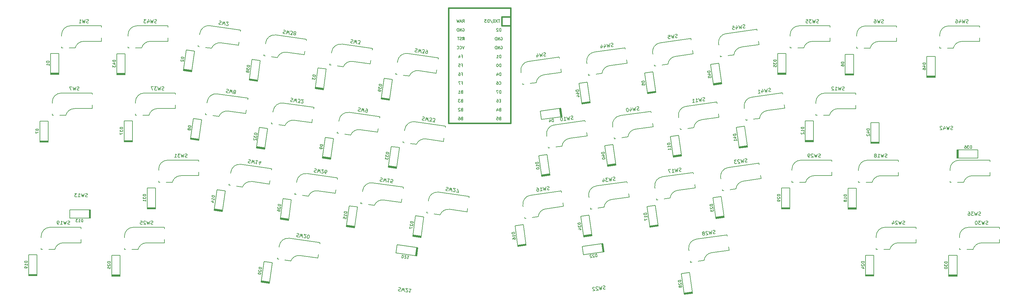
<source format=gbo>
G04 #@! TF.GenerationSoftware,KiCad,Pcbnew,(5.99.0-9176-ga1730d51ff)*
G04 #@! TF.CreationDate,2021-11-18T23:05:27-06:00*
G04 #@! TF.ProjectId,Concerto,436f6e63-6572-4746-9f2e-6b696361645f,rev?*
G04 #@! TF.SameCoordinates,Original*
G04 #@! TF.FileFunction,Legend,Bot*
G04 #@! TF.FilePolarity,Positive*
%FSLAX46Y46*%
G04 Gerber Fmt 4.6, Leading zero omitted, Abs format (unit mm)*
G04 Created by KiCad (PCBNEW (5.99.0-9176-ga1730d51ff)) date 2021-11-18 23:05:27*
%MOMM*%
%LPD*%
G01*
G04 APERTURE LIST*
G04 Aperture macros list*
%AMRotRect*
0 Rectangle, with rotation*
0 The origin of the aperture is its center*
0 $1 length*
0 $2 width*
0 $3 Rotation angle, in degrees counterclockwise*
0 Add horizontal line*
21,1,$1,$2,0,0,$3*%
G04 Aperture macros list end*
%ADD10C,0.150000*%
%ADD11C,0.200000*%
%ADD12C,0.381000*%
%ADD13R,1.752600X1.752600*%
%ADD14C,1.752600*%
%ADD15C,1.701800*%
%ADD16C,3.987800*%
%ADD17C,3.000000*%
%ADD18R,2.550000X2.500000*%
%ADD19RotRect,2.550000X2.500000X352.000000*%
%ADD20C,2.100000*%
%ADD21C,1.200000*%
%ADD22C,1.750000*%
%ADD23RotRect,2.550000X2.500000X8.000000*%
%ADD24C,3.048000*%
%ADD25RotRect,1.200000X1.400000X98.000000*%
%ADD26R,1.400000X1.200000*%
%ADD27RotRect,1.200000X1.400000X188.000000*%
%ADD28RotRect,1.200000X1.400000X82.000000*%
%ADD29R,1.200000X1.400000*%
%ADD30RotRect,1.200000X1.400000X172.000000*%
G04 APERTURE END LIST*
D10*
X296309523Y-110389761D02*
X296166666Y-110437380D01*
X295928571Y-110437380D01*
X295833333Y-110389761D01*
X295785714Y-110342142D01*
X295738095Y-110246904D01*
X295738095Y-110151666D01*
X295785714Y-110056428D01*
X295833333Y-110008809D01*
X295928571Y-109961190D01*
X296119047Y-109913571D01*
X296214285Y-109865952D01*
X296261904Y-109818333D01*
X296309523Y-109723095D01*
X296309523Y-109627857D01*
X296261904Y-109532619D01*
X296214285Y-109485000D01*
X296119047Y-109437380D01*
X295880952Y-109437380D01*
X295738095Y-109485000D01*
X295404761Y-109437380D02*
X295166666Y-110437380D01*
X294976190Y-109723095D01*
X294785714Y-110437380D01*
X294547619Y-109437380D01*
X294214285Y-109532619D02*
X294166666Y-109485000D01*
X294071428Y-109437380D01*
X293833333Y-109437380D01*
X293738095Y-109485000D01*
X293690476Y-109532619D01*
X293642857Y-109627857D01*
X293642857Y-109723095D01*
X293690476Y-109865952D01*
X294261904Y-110437380D01*
X293642857Y-110437380D01*
X293166666Y-110437380D02*
X292976190Y-110437380D01*
X292880952Y-110389761D01*
X292833333Y-110342142D01*
X292738095Y-110199285D01*
X292690476Y-110008809D01*
X292690476Y-109627857D01*
X292738095Y-109532619D01*
X292785714Y-109485000D01*
X292880952Y-109437380D01*
X293071428Y-109437380D01*
X293166666Y-109485000D01*
X293214285Y-109532619D01*
X293261904Y-109627857D01*
X293261904Y-109865952D01*
X293214285Y-109961190D01*
X293166666Y-110008809D01*
X293071428Y-110056428D01*
X292880952Y-110056428D01*
X292785714Y-110008809D01*
X292738095Y-109961190D01*
X292690476Y-109865952D01*
X144703292Y-93512677D02*
X144851386Y-93485403D01*
X145087164Y-93518539D01*
X145174848Y-93578950D01*
X145215376Y-93632732D01*
X145249277Y-93733671D01*
X145236023Y-93827982D01*
X145175613Y-93915666D01*
X145121830Y-93956195D01*
X145020891Y-93990096D01*
X144825641Y-94010742D01*
X144724703Y-94044643D01*
X144670920Y-94085171D01*
X144610510Y-94172855D01*
X144597255Y-94267167D01*
X144631156Y-94368105D01*
X144671685Y-94421888D01*
X144759369Y-94482298D01*
X144995147Y-94515435D01*
X145143241Y-94488161D01*
X145466703Y-94581708D02*
X145841654Y-93624576D01*
X145930867Y-94358420D01*
X146218899Y-93677594D01*
X146315504Y-94700999D01*
X146598438Y-94740763D02*
X147211461Y-94826917D01*
X146934390Y-94403281D01*
X147075857Y-94423163D01*
X147176795Y-94389262D01*
X147230578Y-94348734D01*
X147290988Y-94261050D01*
X147324125Y-94025272D01*
X147290224Y-93924333D01*
X147249695Y-93870550D01*
X147162011Y-93810140D01*
X146879078Y-93770376D01*
X146778139Y-93804277D01*
X146724356Y-93844806D01*
X147601960Y-94785624D02*
X147642489Y-94839407D01*
X147730173Y-94899818D01*
X147965951Y-94932954D01*
X148066889Y-94899053D01*
X148120672Y-94858525D01*
X148181082Y-94770841D01*
X148194337Y-94676529D01*
X148167063Y-94528435D01*
X147680723Y-93883040D01*
X148293746Y-93969195D01*
X161904848Y-76708950D02*
X162052942Y-76681676D01*
X162288720Y-76714812D01*
X162376404Y-76775222D01*
X162416933Y-76829005D01*
X162450834Y-76929944D01*
X162437579Y-77024255D01*
X162377169Y-77111939D01*
X162323386Y-77152467D01*
X162222447Y-77186369D01*
X162027198Y-77207015D01*
X161926259Y-77240916D01*
X161872476Y-77281444D01*
X161812066Y-77369128D01*
X161798811Y-77463440D01*
X161832712Y-77564378D01*
X161873241Y-77618161D01*
X161960925Y-77678571D01*
X162196703Y-77711708D01*
X162344797Y-77684434D01*
X162668259Y-77777981D02*
X163043210Y-76820849D01*
X163132423Y-77554692D01*
X163420455Y-76873867D01*
X163517060Y-77897272D01*
X163799994Y-77937036D02*
X164413017Y-78023190D01*
X164135946Y-77599554D01*
X164277413Y-77619436D01*
X164378351Y-77585535D01*
X164432134Y-77545007D01*
X164492545Y-77457323D01*
X164525681Y-77221545D01*
X164491780Y-77120606D01*
X164451252Y-77066823D01*
X164363568Y-77006413D01*
X164080634Y-76966649D01*
X163979695Y-77000550D01*
X163925913Y-77041079D01*
X237549371Y-117004322D02*
X237414532Y-117071360D01*
X237178753Y-117104496D01*
X237077815Y-117070595D01*
X237024032Y-117030067D01*
X236963622Y-116942383D01*
X236950367Y-116848072D01*
X236984268Y-116747133D01*
X237024797Y-116693350D01*
X237112481Y-116632940D01*
X237294476Y-116559275D01*
X237382160Y-116498865D01*
X237422688Y-116445082D01*
X237456589Y-116344144D01*
X237443334Y-116249832D01*
X237382924Y-116162148D01*
X237329141Y-116121620D01*
X237228203Y-116087719D01*
X236992425Y-116120855D01*
X236857585Y-116187893D01*
X236520868Y-116187128D02*
X236424263Y-117210533D01*
X236136232Y-116529708D01*
X236047018Y-117263551D01*
X235672067Y-116306420D01*
X235389134Y-116346183D02*
X234776110Y-116432338D01*
X235159218Y-116763192D01*
X235017751Y-116783074D01*
X234930067Y-116843484D01*
X234889539Y-116897267D01*
X234855638Y-116998206D01*
X234888774Y-117233984D01*
X234949185Y-117321668D01*
X235002968Y-117362196D01*
X235103906Y-117396097D01*
X235386840Y-117356333D01*
X235474524Y-117295923D01*
X235515052Y-117242140D01*
X233973700Y-116881719D02*
X234066482Y-117541897D01*
X234156460Y-116471337D02*
X234491648Y-117145535D01*
X233878624Y-117231690D01*
X108309523Y-91149761D02*
X108166666Y-91197380D01*
X107928571Y-91197380D01*
X107833333Y-91149761D01*
X107785714Y-91102142D01*
X107738095Y-91006904D01*
X107738095Y-90911666D01*
X107785714Y-90816428D01*
X107833333Y-90768809D01*
X107928571Y-90721190D01*
X108119047Y-90673571D01*
X108214285Y-90625952D01*
X108261904Y-90578333D01*
X108309523Y-90483095D01*
X108309523Y-90387857D01*
X108261904Y-90292619D01*
X108214285Y-90245000D01*
X108119047Y-90197380D01*
X107880952Y-90197380D01*
X107738095Y-90245000D01*
X107404761Y-90197380D02*
X107166666Y-91197380D01*
X106976190Y-90483095D01*
X106785714Y-91197380D01*
X106547619Y-90197380D01*
X106261904Y-90197380D02*
X105642857Y-90197380D01*
X105976190Y-90578333D01*
X105833333Y-90578333D01*
X105738095Y-90625952D01*
X105690476Y-90673571D01*
X105642857Y-90768809D01*
X105642857Y-91006904D01*
X105690476Y-91102142D01*
X105738095Y-91149761D01*
X105833333Y-91197380D01*
X106119047Y-91197380D01*
X106214285Y-91149761D01*
X106261904Y-91102142D01*
X105309523Y-90197380D02*
X104642857Y-90197380D01*
X105071428Y-91197380D01*
X234732445Y-148137322D02*
X234597606Y-148204360D01*
X234361827Y-148237496D01*
X234260889Y-148203595D01*
X234207106Y-148163067D01*
X234146696Y-148075383D01*
X234133441Y-147981072D01*
X234167342Y-147880133D01*
X234207871Y-147826350D01*
X234295555Y-147765940D01*
X234477550Y-147692275D01*
X234565234Y-147631865D01*
X234605762Y-147578082D01*
X234639663Y-147477144D01*
X234626408Y-147382832D01*
X234565998Y-147295148D01*
X234512215Y-147254620D01*
X234411277Y-147220719D01*
X234175499Y-147253855D01*
X234040659Y-147320893D01*
X233703942Y-147320128D02*
X233607337Y-148343533D01*
X233319306Y-147662708D01*
X233230092Y-148396551D01*
X232855141Y-147439420D01*
X232538307Y-147580122D02*
X232484524Y-147539593D01*
X232383585Y-147505692D01*
X232147807Y-147538829D01*
X232060123Y-147599239D01*
X232019595Y-147653022D01*
X231985694Y-147753961D01*
X231998948Y-147848272D01*
X232065986Y-147983111D01*
X232711381Y-148469451D01*
X232098358Y-148555606D01*
X231595194Y-147712668D02*
X231541411Y-147672139D01*
X231440473Y-147638238D01*
X231204695Y-147671375D01*
X231117011Y-147731785D01*
X231076482Y-147785568D01*
X231042581Y-147886506D01*
X231055836Y-147980818D01*
X231122873Y-148115657D01*
X231768268Y-148601997D01*
X231155245Y-148688152D01*
X81339523Y-129619761D02*
X81196666Y-129667380D01*
X80958571Y-129667380D01*
X80863333Y-129619761D01*
X80815714Y-129572142D01*
X80768095Y-129476904D01*
X80768095Y-129381666D01*
X80815714Y-129286428D01*
X80863333Y-129238809D01*
X80958571Y-129191190D01*
X81149047Y-129143571D01*
X81244285Y-129095952D01*
X81291904Y-129048333D01*
X81339523Y-128953095D01*
X81339523Y-128857857D01*
X81291904Y-128762619D01*
X81244285Y-128715000D01*
X81149047Y-128667380D01*
X80910952Y-128667380D01*
X80768095Y-128715000D01*
X80434761Y-128667380D02*
X80196666Y-129667380D01*
X80006190Y-128953095D01*
X79815714Y-129667380D01*
X79577619Y-128667380D01*
X78672857Y-129667380D02*
X79244285Y-129667380D01*
X78958571Y-129667380D02*
X78958571Y-128667380D01*
X79053809Y-128810238D01*
X79149047Y-128905476D01*
X79244285Y-128953095D01*
X78196666Y-129667380D02*
X78006190Y-129667380D01*
X77910952Y-129619761D01*
X77863333Y-129572142D01*
X77768095Y-129429285D01*
X77720476Y-129238809D01*
X77720476Y-128857857D01*
X77768095Y-128762619D01*
X77815714Y-128715000D01*
X77910952Y-128667380D01*
X78101428Y-128667380D01*
X78196666Y-128715000D01*
X78244285Y-128762619D01*
X78291904Y-128857857D01*
X78291904Y-129095952D01*
X78244285Y-129191190D01*
X78196666Y-129238809D01*
X78101428Y-129286428D01*
X77910952Y-129286428D01*
X77815714Y-129238809D01*
X77768095Y-129191190D01*
X77720476Y-129095952D01*
X189163292Y-119032677D02*
X189311386Y-119005403D01*
X189547164Y-119038539D01*
X189634848Y-119098950D01*
X189675376Y-119152732D01*
X189709277Y-119253671D01*
X189696023Y-119347982D01*
X189635613Y-119435666D01*
X189581830Y-119476195D01*
X189480891Y-119510096D01*
X189285641Y-119530742D01*
X189184703Y-119564643D01*
X189130920Y-119605171D01*
X189070510Y-119692855D01*
X189057255Y-119787167D01*
X189091156Y-119888105D01*
X189131685Y-119941888D01*
X189219369Y-120002298D01*
X189455147Y-120035435D01*
X189603241Y-120008161D01*
X189926703Y-120101708D02*
X190301654Y-119144576D01*
X190390867Y-119878420D01*
X190678899Y-119197594D01*
X190775504Y-120220999D01*
X191118848Y-120173079D02*
X191159376Y-120226862D01*
X191247060Y-120287272D01*
X191482838Y-120320408D01*
X191583777Y-120286507D01*
X191637560Y-120245979D01*
X191697970Y-120158295D01*
X191711225Y-120063984D01*
X191683951Y-119915889D01*
X191197611Y-119270495D01*
X191810634Y-119356649D01*
X192001550Y-120393308D02*
X192661729Y-120486090D01*
X192376501Y-119436177D01*
X263259371Y-94184322D02*
X263124532Y-94251360D01*
X262888753Y-94284496D01*
X262787815Y-94250595D01*
X262734032Y-94210067D01*
X262673622Y-94122383D01*
X262660367Y-94028072D01*
X262694268Y-93927133D01*
X262734797Y-93873350D01*
X262822481Y-93812940D01*
X263004476Y-93739275D01*
X263092160Y-93678865D01*
X263132688Y-93625082D01*
X263166589Y-93524144D01*
X263153334Y-93429832D01*
X263092924Y-93342148D01*
X263039141Y-93301620D01*
X262938203Y-93267719D01*
X262702425Y-93300855D01*
X262567585Y-93367893D01*
X262230868Y-93367128D02*
X262134263Y-94390533D01*
X261846232Y-93709708D01*
X261757018Y-94443551D01*
X261382067Y-93486420D01*
X260625284Y-94602606D02*
X261191151Y-94523079D01*
X260908217Y-94562842D02*
X260769044Y-93572574D01*
X260883237Y-93700787D01*
X260990803Y-93781843D01*
X261091742Y-93815744D01*
X259682171Y-94735152D02*
X260248039Y-94655624D01*
X259965105Y-94695388D02*
X259825932Y-93705120D01*
X259940125Y-93833332D01*
X260047691Y-93914389D01*
X260148629Y-93948290D01*
X182373292Y-98862677D02*
X182521386Y-98835403D01*
X182757164Y-98868539D01*
X182844848Y-98928950D01*
X182885376Y-98982732D01*
X182919277Y-99083671D01*
X182906023Y-99177982D01*
X182845613Y-99265666D01*
X182791830Y-99306195D01*
X182690891Y-99340096D01*
X182495641Y-99360742D01*
X182394703Y-99394643D01*
X182340920Y-99435171D01*
X182280510Y-99522855D01*
X182267255Y-99617167D01*
X182301156Y-99718105D01*
X182341685Y-99771888D01*
X182429369Y-99832298D01*
X182665147Y-99865435D01*
X182813241Y-99838161D01*
X183136703Y-99931708D02*
X183511654Y-98974576D01*
X183600867Y-99708420D01*
X183888899Y-99027594D01*
X183985504Y-100050999D01*
X184268438Y-100090763D02*
X184881461Y-100176917D01*
X184604390Y-99753281D01*
X184745857Y-99773163D01*
X184846795Y-99739262D01*
X184900578Y-99698734D01*
X184960988Y-99611050D01*
X184994125Y-99375272D01*
X184960224Y-99274333D01*
X184919695Y-99220550D01*
X184832011Y-99160140D01*
X184549078Y-99120376D01*
X184448139Y-99154277D01*
X184394356Y-99194806D01*
X185211550Y-100223308D02*
X185824573Y-100309463D01*
X185547502Y-99885827D01*
X185688969Y-99905709D01*
X185789908Y-99871808D01*
X185843691Y-99831280D01*
X185904101Y-99743596D01*
X185937237Y-99507818D01*
X185903336Y-99406879D01*
X185862808Y-99353096D01*
X185775124Y-99292686D01*
X185492190Y-99252922D01*
X185391252Y-99286823D01*
X185337469Y-99327352D01*
X244389371Y-96854322D02*
X244254532Y-96921360D01*
X244018753Y-96954496D01*
X243917815Y-96920595D01*
X243864032Y-96880067D01*
X243803622Y-96792383D01*
X243790367Y-96698072D01*
X243824268Y-96597133D01*
X243864797Y-96543350D01*
X243952481Y-96482940D01*
X244134476Y-96409275D01*
X244222160Y-96348865D01*
X244262688Y-96295082D01*
X244296589Y-96194144D01*
X244283334Y-96099832D01*
X244222924Y-96012148D01*
X244169141Y-95971620D01*
X244068203Y-95937719D01*
X243832425Y-95970855D01*
X243697585Y-96037893D01*
X243360868Y-96037128D02*
X243264263Y-97060533D01*
X242976232Y-96379708D01*
X242887018Y-97113551D01*
X242512067Y-96156420D01*
X241756813Y-96599173D02*
X241849595Y-97259352D01*
X241939573Y-96188791D02*
X242274760Y-96862989D01*
X241661737Y-96949144D01*
X241003087Y-96368493D02*
X240908776Y-96381747D01*
X240821092Y-96442158D01*
X240780564Y-96495941D01*
X240746663Y-96596879D01*
X240726016Y-96792129D01*
X240759153Y-97027907D01*
X240832818Y-97209902D01*
X240893228Y-97297586D01*
X240947011Y-97338114D01*
X241047949Y-97372015D01*
X241142260Y-97358761D01*
X241229944Y-97298351D01*
X241270473Y-97244568D01*
X241304374Y-97143629D01*
X241325020Y-96948379D01*
X241291884Y-96712601D01*
X241218219Y-96530606D01*
X241157809Y-96442922D01*
X241104026Y-96402394D01*
X241003087Y-96368493D01*
X218709371Y-119674322D02*
X218574532Y-119741360D01*
X218338753Y-119774496D01*
X218237815Y-119740595D01*
X218184032Y-119700067D01*
X218123622Y-119612383D01*
X218110367Y-119518072D01*
X218144268Y-119417133D01*
X218184797Y-119363350D01*
X218272481Y-119302940D01*
X218454476Y-119229275D01*
X218542160Y-119168865D01*
X218582688Y-119115082D01*
X218616589Y-119014144D01*
X218603334Y-118919832D01*
X218542924Y-118832148D01*
X218489141Y-118791620D01*
X218388203Y-118757719D01*
X218152425Y-118790855D01*
X218017585Y-118857893D01*
X217680868Y-118857128D02*
X217584263Y-119880533D01*
X217296232Y-119199708D01*
X217207018Y-119933551D01*
X216832067Y-118976420D01*
X216075284Y-120092606D02*
X216641151Y-120013079D01*
X216358217Y-120052842D02*
X216219044Y-119062574D01*
X216333237Y-119190787D01*
X216440803Y-119271843D01*
X216541742Y-119305744D01*
X215087309Y-119221629D02*
X215275932Y-119195120D01*
X215376870Y-119229021D01*
X215430653Y-119269550D01*
X215544846Y-119397762D01*
X215618511Y-119579757D01*
X215671529Y-119957002D01*
X215637628Y-120057941D01*
X215597100Y-120111723D01*
X215509416Y-120172134D01*
X215320794Y-120198643D01*
X215219855Y-120164742D01*
X215166072Y-120124213D01*
X215105662Y-120036529D01*
X215072525Y-119800751D01*
X215106427Y-119699813D01*
X215146955Y-119646030D01*
X215234639Y-119585620D01*
X215423261Y-119559111D01*
X215524200Y-119593012D01*
X215577983Y-119633540D01*
X215638393Y-119721224D01*
X106199523Y-71899761D02*
X106056666Y-71947380D01*
X105818571Y-71947380D01*
X105723333Y-71899761D01*
X105675714Y-71852142D01*
X105628095Y-71756904D01*
X105628095Y-71661666D01*
X105675714Y-71566428D01*
X105723333Y-71518809D01*
X105818571Y-71471190D01*
X106009047Y-71423571D01*
X106104285Y-71375952D01*
X106151904Y-71328333D01*
X106199523Y-71233095D01*
X106199523Y-71137857D01*
X106151904Y-71042619D01*
X106104285Y-70995000D01*
X106009047Y-70947380D01*
X105770952Y-70947380D01*
X105628095Y-70995000D01*
X105294761Y-70947380D02*
X105056666Y-71947380D01*
X104866190Y-71233095D01*
X104675714Y-71947380D01*
X104437619Y-70947380D01*
X103628095Y-71280714D02*
X103628095Y-71947380D01*
X103866190Y-70899761D02*
X104104285Y-71614047D01*
X103485238Y-71614047D01*
X103199523Y-70947380D02*
X102580476Y-70947380D01*
X102913809Y-71328333D01*
X102770952Y-71328333D01*
X102675714Y-71375952D01*
X102628095Y-71423571D01*
X102580476Y-71518809D01*
X102580476Y-71756904D01*
X102628095Y-71852142D01*
X102675714Y-71899761D01*
X102770952Y-71947380D01*
X103056666Y-71947380D01*
X103151904Y-71899761D01*
X103199523Y-71852142D01*
X170313292Y-116352677D02*
X170461386Y-116325403D01*
X170697164Y-116358539D01*
X170784848Y-116418950D01*
X170825376Y-116472732D01*
X170859277Y-116573671D01*
X170846023Y-116667982D01*
X170785613Y-116755666D01*
X170731830Y-116796195D01*
X170630891Y-116830096D01*
X170435641Y-116850742D01*
X170334703Y-116884643D01*
X170280920Y-116925171D01*
X170220510Y-117012855D01*
X170207255Y-117107167D01*
X170241156Y-117208105D01*
X170281685Y-117261888D01*
X170369369Y-117322298D01*
X170605147Y-117355435D01*
X170753241Y-117328161D01*
X171076703Y-117421708D02*
X171451654Y-116464576D01*
X171540867Y-117198420D01*
X171828899Y-116517594D01*
X171925504Y-117540999D01*
X172960634Y-116676649D02*
X172394766Y-116597122D01*
X172677700Y-116636886D02*
X172538527Y-117627154D01*
X172464098Y-117472432D01*
X172383041Y-117364866D01*
X172295357Y-117304456D01*
X173717418Y-117792836D02*
X173245861Y-117726563D01*
X173264979Y-117248379D01*
X173305507Y-117302162D01*
X173393191Y-117362573D01*
X173628969Y-117395709D01*
X173729908Y-117361808D01*
X173783691Y-117321280D01*
X173844101Y-117233596D01*
X173877237Y-116997818D01*
X173843336Y-116896879D01*
X173802808Y-116843096D01*
X173715124Y-116782686D01*
X173479346Y-116749550D01*
X173378407Y-116783451D01*
X173324624Y-116823979D01*
X151433292Y-113722677D02*
X151581386Y-113695403D01*
X151817164Y-113728539D01*
X151904848Y-113788950D01*
X151945376Y-113842732D01*
X151979277Y-113943671D01*
X151966023Y-114037982D01*
X151905613Y-114125666D01*
X151851830Y-114166195D01*
X151750891Y-114200096D01*
X151555641Y-114220742D01*
X151454703Y-114254643D01*
X151400920Y-114295171D01*
X151340510Y-114382855D01*
X151327255Y-114477167D01*
X151361156Y-114578105D01*
X151401685Y-114631888D01*
X151489369Y-114692298D01*
X151725147Y-114725435D01*
X151873241Y-114698161D01*
X152196703Y-114791708D02*
X152571654Y-113834576D01*
X152660867Y-114568420D01*
X152948899Y-113887594D01*
X153045504Y-114910999D01*
X153388848Y-114863079D02*
X153429376Y-114916862D01*
X153517060Y-114977272D01*
X153752838Y-115010408D01*
X153853777Y-114976507D01*
X153907560Y-114935979D01*
X153967970Y-114848295D01*
X153981225Y-114753984D01*
X153953951Y-114605889D01*
X153467611Y-113960495D01*
X154080634Y-114046649D01*
X154790262Y-115156209D02*
X154601640Y-115129699D01*
X154513956Y-115069289D01*
X154473427Y-115015506D01*
X154398998Y-114860785D01*
X154378351Y-114665535D01*
X154431370Y-114288290D01*
X154491780Y-114200606D01*
X154545563Y-114160078D01*
X154646501Y-114126177D01*
X154835124Y-114152686D01*
X154922808Y-114213096D01*
X154963336Y-114266879D01*
X154997237Y-114367818D01*
X154964101Y-114603596D01*
X154903691Y-114691280D01*
X154849908Y-114731808D01*
X154748969Y-114765709D01*
X154560347Y-114739200D01*
X154472663Y-114678790D01*
X154432134Y-114625007D01*
X154398233Y-114524068D01*
X282079371Y-91544322D02*
X281944532Y-91611360D01*
X281708753Y-91644496D01*
X281607815Y-91610595D01*
X281554032Y-91570067D01*
X281493622Y-91482383D01*
X281480367Y-91388072D01*
X281514268Y-91287133D01*
X281554797Y-91233350D01*
X281642481Y-91172940D01*
X281824476Y-91099275D01*
X281912160Y-91038865D01*
X281952688Y-90985082D01*
X281986589Y-90884144D01*
X281973334Y-90789832D01*
X281912924Y-90702148D01*
X281859141Y-90661620D01*
X281758203Y-90627719D01*
X281522425Y-90660855D01*
X281387585Y-90727893D01*
X281050868Y-90727128D02*
X280954263Y-91750533D01*
X280666232Y-91069708D01*
X280577018Y-91803551D01*
X280202067Y-90846420D01*
X279446813Y-91289173D02*
X279539595Y-91949352D01*
X279629573Y-90878791D02*
X279964760Y-91552989D01*
X279351737Y-91639144D01*
X278502171Y-92095152D02*
X279068039Y-92015624D01*
X278785105Y-92055388D02*
X278645932Y-91065120D01*
X278760125Y-91193332D01*
X278867691Y-91274389D01*
X278968629Y-91308290D01*
X114979523Y-110389761D02*
X114836666Y-110437380D01*
X114598571Y-110437380D01*
X114503333Y-110389761D01*
X114455714Y-110342142D01*
X114408095Y-110246904D01*
X114408095Y-110151666D01*
X114455714Y-110056428D01*
X114503333Y-110008809D01*
X114598571Y-109961190D01*
X114789047Y-109913571D01*
X114884285Y-109865952D01*
X114931904Y-109818333D01*
X114979523Y-109723095D01*
X114979523Y-109627857D01*
X114931904Y-109532619D01*
X114884285Y-109485000D01*
X114789047Y-109437380D01*
X114550952Y-109437380D01*
X114408095Y-109485000D01*
X114074761Y-109437380D02*
X113836666Y-110437380D01*
X113646190Y-109723095D01*
X113455714Y-110437380D01*
X113217619Y-109437380D01*
X112931904Y-109437380D02*
X112312857Y-109437380D01*
X112646190Y-109818333D01*
X112503333Y-109818333D01*
X112408095Y-109865952D01*
X112360476Y-109913571D01*
X112312857Y-110008809D01*
X112312857Y-110246904D01*
X112360476Y-110342142D01*
X112408095Y-110389761D01*
X112503333Y-110437380D01*
X112789047Y-110437380D01*
X112884285Y-110389761D01*
X112931904Y-110342142D01*
X111360476Y-110437380D02*
X111931904Y-110437380D01*
X111646190Y-110437380D02*
X111646190Y-109437380D01*
X111741428Y-109580238D01*
X111836666Y-109675476D01*
X111931904Y-109723095D01*
X344249523Y-129639761D02*
X344106666Y-129687380D01*
X343868571Y-129687380D01*
X343773333Y-129639761D01*
X343725714Y-129592142D01*
X343678095Y-129496904D01*
X343678095Y-129401666D01*
X343725714Y-129306428D01*
X343773333Y-129258809D01*
X343868571Y-129211190D01*
X344059047Y-129163571D01*
X344154285Y-129115952D01*
X344201904Y-129068333D01*
X344249523Y-128973095D01*
X344249523Y-128877857D01*
X344201904Y-128782619D01*
X344154285Y-128735000D01*
X344059047Y-128687380D01*
X343820952Y-128687380D01*
X343678095Y-128735000D01*
X343344761Y-128687380D02*
X343106666Y-129687380D01*
X342916190Y-128973095D01*
X342725714Y-129687380D01*
X342487619Y-128687380D01*
X342201904Y-128687380D02*
X341582857Y-128687380D01*
X341916190Y-129068333D01*
X341773333Y-129068333D01*
X341678095Y-129115952D01*
X341630476Y-129163571D01*
X341582857Y-129258809D01*
X341582857Y-129496904D01*
X341630476Y-129592142D01*
X341678095Y-129639761D01*
X341773333Y-129687380D01*
X342059047Y-129687380D01*
X342154285Y-129639761D01*
X342201904Y-129592142D01*
X340963809Y-128687380D02*
X340868571Y-128687380D01*
X340773333Y-128735000D01*
X340725714Y-128782619D01*
X340678095Y-128877857D01*
X340630476Y-129068333D01*
X340630476Y-129306428D01*
X340678095Y-129496904D01*
X340725714Y-129592142D01*
X340773333Y-129639761D01*
X340868571Y-129687380D01*
X340963809Y-129687380D01*
X341059047Y-129639761D01*
X341106666Y-129592142D01*
X341154285Y-129496904D01*
X341201904Y-129306428D01*
X341201904Y-129068333D01*
X341154285Y-128877857D01*
X341106666Y-128782619D01*
X341059047Y-128735000D01*
X340963809Y-128687380D01*
X180313292Y-79302677D02*
X180461386Y-79275403D01*
X180697164Y-79308539D01*
X180784848Y-79368950D01*
X180825376Y-79422732D01*
X180859277Y-79523671D01*
X180846023Y-79617982D01*
X180785613Y-79705666D01*
X180731830Y-79746195D01*
X180630891Y-79780096D01*
X180435641Y-79800742D01*
X180334703Y-79834643D01*
X180280920Y-79875171D01*
X180220510Y-79962855D01*
X180207255Y-80057167D01*
X180241156Y-80158105D01*
X180281685Y-80211888D01*
X180369369Y-80272298D01*
X180605147Y-80305435D01*
X180753241Y-80278161D01*
X181076703Y-80371708D02*
X181451654Y-79414576D01*
X181540867Y-80148420D01*
X181828899Y-79467594D01*
X181925504Y-80490999D01*
X182208438Y-80530763D02*
X182821461Y-80616917D01*
X182544390Y-80193281D01*
X182685857Y-80213163D01*
X182786795Y-80179262D01*
X182840578Y-80138734D01*
X182900988Y-80051050D01*
X182934125Y-79815272D01*
X182900224Y-79714333D01*
X182859695Y-79660550D01*
X182772011Y-79600140D01*
X182489078Y-79560376D01*
X182388139Y-79594277D01*
X182334356Y-79634806D01*
X183432190Y-79692922D02*
X183620813Y-79719431D01*
X183708497Y-79779842D01*
X183749025Y-79833625D01*
X183823454Y-79988346D01*
X183844101Y-80183596D01*
X183791082Y-80560841D01*
X183730672Y-80648525D01*
X183676889Y-80689053D01*
X183575951Y-80722954D01*
X183387328Y-80696445D01*
X183299644Y-80636035D01*
X183259116Y-80582252D01*
X183225215Y-80481313D01*
X183258351Y-80245535D01*
X183318762Y-80157851D01*
X183372545Y-80117323D01*
X183473483Y-80083422D01*
X183662106Y-80109931D01*
X183749790Y-80170341D01*
X183790318Y-80224124D01*
X183824219Y-80325063D01*
X132563292Y-111072677D02*
X132711386Y-111045403D01*
X132947164Y-111078539D01*
X133034848Y-111138950D01*
X133075376Y-111192732D01*
X133109277Y-111293671D01*
X133096023Y-111387982D01*
X133035613Y-111475666D01*
X132981830Y-111516195D01*
X132880891Y-111550096D01*
X132685641Y-111570742D01*
X132584703Y-111604643D01*
X132530920Y-111645171D01*
X132470510Y-111732855D01*
X132457255Y-111827167D01*
X132491156Y-111928105D01*
X132531685Y-111981888D01*
X132619369Y-112042298D01*
X132855147Y-112075435D01*
X133003241Y-112048161D01*
X133326703Y-112141708D02*
X133701654Y-111184576D01*
X133790867Y-111918420D01*
X134078899Y-111237594D01*
X134175504Y-112260999D01*
X135210634Y-111396649D02*
X134644766Y-111317122D01*
X134927700Y-111356886D02*
X134788527Y-112347154D01*
X134714098Y-112192432D01*
X134633041Y-112084866D01*
X134545357Y-112024456D01*
X135966653Y-112176119D02*
X136059435Y-111515941D01*
X135677857Y-112520228D02*
X135541488Y-111779757D01*
X136154511Y-111865912D01*
X266189371Y-132254323D02*
X266054532Y-132321361D01*
X265818753Y-132354497D01*
X265717815Y-132320596D01*
X265664032Y-132280068D01*
X265603622Y-132192384D01*
X265590367Y-132098073D01*
X265624268Y-131997134D01*
X265664797Y-131943351D01*
X265752481Y-131882941D01*
X265934476Y-131809276D01*
X266022160Y-131748866D01*
X266062688Y-131695083D01*
X266096589Y-131594145D01*
X266083334Y-131499833D01*
X266022924Y-131412149D01*
X265969141Y-131371621D01*
X265868203Y-131337720D01*
X265632425Y-131370856D01*
X265497585Y-131437894D01*
X265160868Y-131437129D02*
X265064263Y-132460534D01*
X264776232Y-131779709D01*
X264687018Y-132513552D01*
X264312067Y-131556421D01*
X263995233Y-131697123D02*
X263941450Y-131656594D01*
X263840511Y-131622693D01*
X263604733Y-131655830D01*
X263517049Y-131716240D01*
X263476521Y-131770023D01*
X263442620Y-131870962D01*
X263455874Y-131965273D01*
X263522912Y-132100112D01*
X264168307Y-132586452D01*
X263555284Y-132672607D01*
X262909889Y-132186267D02*
X262997573Y-132125857D01*
X263038101Y-132072074D01*
X263072002Y-131971136D01*
X263065375Y-131923980D01*
X263004964Y-131836296D01*
X262951182Y-131795768D01*
X262850243Y-131761867D01*
X262661621Y-131788376D01*
X262573937Y-131848786D01*
X262533408Y-131902569D01*
X262499507Y-132003507D01*
X262506134Y-132050663D01*
X262566545Y-132138347D01*
X262620328Y-132178875D01*
X262721266Y-132212776D01*
X262909889Y-132186267D01*
X263010827Y-132220168D01*
X263064610Y-132260697D01*
X263125020Y-132348380D01*
X263151529Y-132537003D01*
X263117628Y-132637942D01*
X263077100Y-132691724D01*
X262989416Y-132752135D01*
X262800794Y-132778644D01*
X262699855Y-132744743D01*
X262646072Y-132704214D01*
X262585662Y-132616530D01*
X262559153Y-132427908D01*
X262593054Y-132326969D01*
X262633582Y-132273187D01*
X262721266Y-132212776D01*
X126274848Y-90948950D02*
X126422942Y-90921676D01*
X126658720Y-90954812D01*
X126746404Y-91015222D01*
X126786933Y-91069005D01*
X126820834Y-91169944D01*
X126807579Y-91264255D01*
X126747169Y-91351939D01*
X126693386Y-91392467D01*
X126592447Y-91426369D01*
X126397198Y-91447015D01*
X126296259Y-91480916D01*
X126242476Y-91521444D01*
X126182066Y-91609128D01*
X126168811Y-91703440D01*
X126202712Y-91804378D01*
X126243241Y-91858161D01*
X126330925Y-91918571D01*
X126566703Y-91951708D01*
X126714797Y-91924434D01*
X127038259Y-92017981D02*
X127413210Y-91060849D01*
X127502423Y-91794692D01*
X127790455Y-91113867D01*
X127887060Y-92137272D01*
X128465418Y-91785771D02*
X128364479Y-91819672D01*
X128310696Y-91860201D01*
X128250286Y-91947885D01*
X128243659Y-91995040D01*
X128277560Y-92095979D01*
X128318088Y-92149762D01*
X128405772Y-92210172D01*
X128594395Y-92236681D01*
X128695333Y-92202780D01*
X128749116Y-92162252D01*
X128809526Y-92074568D01*
X128816154Y-92027412D01*
X128782252Y-91926474D01*
X128741724Y-91872691D01*
X128654040Y-91812281D01*
X128465418Y-91785771D01*
X128377734Y-91725361D01*
X128337205Y-91671578D01*
X128303304Y-91570640D01*
X128329814Y-91382017D01*
X128390224Y-91294333D01*
X128444007Y-91253805D01*
X128544945Y-91219904D01*
X128733568Y-91246413D01*
X128821252Y-91306823D01*
X128861780Y-91360606D01*
X128895681Y-91461545D01*
X128869172Y-91650167D01*
X128808762Y-91737851D01*
X128754979Y-91778379D01*
X128654040Y-91812281D01*
X225509371Y-99504322D02*
X225374532Y-99571360D01*
X225138753Y-99604496D01*
X225037815Y-99570595D01*
X224984032Y-99530067D01*
X224923622Y-99442383D01*
X224910367Y-99348072D01*
X224944268Y-99247133D01*
X224984797Y-99193350D01*
X225072481Y-99132940D01*
X225254476Y-99059275D01*
X225342160Y-98998865D01*
X225382688Y-98945082D01*
X225416589Y-98844144D01*
X225403334Y-98749832D01*
X225342924Y-98662148D01*
X225289141Y-98621620D01*
X225188203Y-98587719D01*
X224952425Y-98620855D01*
X224817585Y-98687893D01*
X224480868Y-98687128D02*
X224384263Y-99710533D01*
X224096232Y-99029708D01*
X224007018Y-99763551D01*
X223632067Y-98806420D01*
X222875284Y-99922606D02*
X223441151Y-99843079D01*
X223158217Y-99882842D02*
X223019044Y-98892574D01*
X223133237Y-99020787D01*
X223240803Y-99101843D01*
X223341742Y-99135744D01*
X222123087Y-99018493D02*
X222028776Y-99031747D01*
X221941092Y-99092158D01*
X221900564Y-99145941D01*
X221866663Y-99246879D01*
X221846016Y-99442129D01*
X221879153Y-99677907D01*
X221952818Y-99859902D01*
X222013228Y-99947586D01*
X222067011Y-99988114D01*
X222167949Y-100022015D01*
X222262260Y-100008761D01*
X222349944Y-99948351D01*
X222390473Y-99894568D01*
X222424374Y-99793629D01*
X222445020Y-99598379D01*
X222411884Y-99362601D01*
X222338219Y-99180606D01*
X222277809Y-99092922D01*
X222224026Y-99052394D01*
X222123087Y-99018493D01*
X142543292Y-74002677D02*
X142691386Y-73975403D01*
X142927164Y-74008539D01*
X143014848Y-74068950D01*
X143055376Y-74122732D01*
X143089277Y-74223671D01*
X143076023Y-74317982D01*
X143015613Y-74405666D01*
X142961830Y-74446195D01*
X142860891Y-74480096D01*
X142665641Y-74500742D01*
X142564703Y-74534643D01*
X142510920Y-74575171D01*
X142450510Y-74662855D01*
X142437255Y-74757167D01*
X142471156Y-74858105D01*
X142511685Y-74911888D01*
X142599369Y-74972298D01*
X142835147Y-75005435D01*
X142983241Y-74978161D01*
X143306703Y-75071708D02*
X143681654Y-74114576D01*
X143770867Y-74848420D01*
X144058899Y-74167594D01*
X144155504Y-75190999D01*
X144438438Y-75230763D02*
X145051461Y-75316917D01*
X144774390Y-74893281D01*
X144915857Y-74913163D01*
X145016795Y-74879262D01*
X145070578Y-74838734D01*
X145130988Y-74751050D01*
X145164125Y-74515272D01*
X145130224Y-74414333D01*
X145089695Y-74360550D01*
X145002011Y-74300140D01*
X144719078Y-74260376D01*
X144618139Y-74294277D01*
X144564356Y-74334806D01*
X145676974Y-74972044D02*
X145576035Y-75005945D01*
X145522252Y-75046474D01*
X145461842Y-75134158D01*
X145455215Y-75181313D01*
X145489116Y-75282252D01*
X145529644Y-75336035D01*
X145617328Y-75396445D01*
X145805951Y-75422954D01*
X145906889Y-75389053D01*
X145960672Y-75348525D01*
X146021082Y-75260841D01*
X146027710Y-75213685D01*
X145993809Y-75112747D01*
X145953280Y-75058964D01*
X145865596Y-74998553D01*
X145676974Y-74972044D01*
X145589290Y-74911634D01*
X145548762Y-74857851D01*
X145514861Y-74756913D01*
X145541370Y-74568290D01*
X145601780Y-74480606D01*
X145655563Y-74440078D01*
X145756501Y-74406177D01*
X145945124Y-74432686D01*
X146032808Y-74493096D01*
X146073336Y-74546879D01*
X146107237Y-74647818D01*
X146080728Y-74836440D01*
X146020318Y-74924124D01*
X145966535Y-74964652D01*
X145865596Y-74998553D01*
X105169523Y-129619761D02*
X105026666Y-129667380D01*
X104788571Y-129667380D01*
X104693333Y-129619761D01*
X104645714Y-129572142D01*
X104598095Y-129476904D01*
X104598095Y-129381666D01*
X104645714Y-129286428D01*
X104693333Y-129238809D01*
X104788571Y-129191190D01*
X104979047Y-129143571D01*
X105074285Y-129095952D01*
X105121904Y-129048333D01*
X105169523Y-128953095D01*
X105169523Y-128857857D01*
X105121904Y-128762619D01*
X105074285Y-128715000D01*
X104979047Y-128667380D01*
X104740952Y-128667380D01*
X104598095Y-128715000D01*
X104264761Y-128667380D02*
X104026666Y-129667380D01*
X103836190Y-128953095D01*
X103645714Y-129667380D01*
X103407619Y-128667380D01*
X103074285Y-128762619D02*
X103026666Y-128715000D01*
X102931428Y-128667380D01*
X102693333Y-128667380D01*
X102598095Y-128715000D01*
X102550476Y-128762619D01*
X102502857Y-128857857D01*
X102502857Y-128953095D01*
X102550476Y-129095952D01*
X103121904Y-129667380D01*
X102502857Y-129667380D01*
X101598095Y-128667380D02*
X102074285Y-128667380D01*
X102121904Y-129143571D01*
X102074285Y-129095952D01*
X101979047Y-129048333D01*
X101740952Y-129048333D01*
X101645714Y-129095952D01*
X101598095Y-129143571D01*
X101550476Y-129238809D01*
X101550476Y-129476904D01*
X101598095Y-129572142D01*
X101645714Y-129619761D01*
X101740952Y-129667380D01*
X101979047Y-129667380D01*
X102074285Y-129619761D01*
X102121904Y-129572142D01*
X314333333Y-71919761D02*
X314190476Y-71967380D01*
X313952380Y-71967380D01*
X313857142Y-71919761D01*
X313809523Y-71872142D01*
X313761904Y-71776904D01*
X313761904Y-71681666D01*
X313809523Y-71586428D01*
X313857142Y-71538809D01*
X313952380Y-71491190D01*
X314142857Y-71443571D01*
X314238095Y-71395952D01*
X314285714Y-71348333D01*
X314333333Y-71253095D01*
X314333333Y-71157857D01*
X314285714Y-71062619D01*
X314238095Y-71015000D01*
X314142857Y-70967380D01*
X313904761Y-70967380D01*
X313761904Y-71015000D01*
X313428571Y-70967380D02*
X313190476Y-71967380D01*
X313000000Y-71253095D01*
X312809523Y-71967380D01*
X312571428Y-70967380D01*
X311761904Y-70967380D02*
X311952380Y-70967380D01*
X312047619Y-71015000D01*
X312095238Y-71062619D01*
X312190476Y-71205476D01*
X312238095Y-71395952D01*
X312238095Y-71776904D01*
X312190476Y-71872142D01*
X312142857Y-71919761D01*
X312047619Y-71967380D01*
X311857142Y-71967380D01*
X311761904Y-71919761D01*
X311714285Y-71872142D01*
X311666666Y-71776904D01*
X311666666Y-71538809D01*
X311714285Y-71443571D01*
X311761904Y-71395952D01*
X311857142Y-71348333D01*
X312047619Y-71348333D01*
X312142857Y-71395952D01*
X312190476Y-71443571D01*
X312238095Y-71538809D01*
X236979371Y-78649353D02*
X236844532Y-78716391D01*
X236608753Y-78749527D01*
X236507815Y-78715626D01*
X236454032Y-78675098D01*
X236393622Y-78587414D01*
X236380367Y-78493103D01*
X236414268Y-78392164D01*
X236454797Y-78338381D01*
X236542481Y-78277971D01*
X236724476Y-78204306D01*
X236812160Y-78143896D01*
X236852688Y-78090113D01*
X236886589Y-77989175D01*
X236873334Y-77894863D01*
X236812924Y-77807179D01*
X236759141Y-77766651D01*
X236658203Y-77732750D01*
X236422425Y-77765886D01*
X236287585Y-77832924D01*
X235950868Y-77832159D02*
X235854263Y-78855564D01*
X235566232Y-78174739D01*
X235477018Y-78908582D01*
X235102067Y-77951451D01*
X234346813Y-78394204D02*
X234439595Y-79054383D01*
X234529573Y-77983822D02*
X234864760Y-78658020D01*
X234251737Y-78744175D01*
X233403700Y-78526750D02*
X233496482Y-79186928D01*
X233586460Y-78116368D02*
X233921648Y-78790566D01*
X233308624Y-78876721D01*
X295779523Y-71899761D02*
X295636666Y-71947380D01*
X295398571Y-71947380D01*
X295303333Y-71899761D01*
X295255714Y-71852142D01*
X295208095Y-71756904D01*
X295208095Y-71661666D01*
X295255714Y-71566428D01*
X295303333Y-71518809D01*
X295398571Y-71471190D01*
X295589047Y-71423571D01*
X295684285Y-71375952D01*
X295731904Y-71328333D01*
X295779523Y-71233095D01*
X295779523Y-71137857D01*
X295731904Y-71042619D01*
X295684285Y-70995000D01*
X295589047Y-70947380D01*
X295350952Y-70947380D01*
X295208095Y-70995000D01*
X294874761Y-70947380D02*
X294636666Y-71947380D01*
X294446190Y-71233095D01*
X294255714Y-71947380D01*
X294017619Y-70947380D01*
X293731904Y-70947380D02*
X293112857Y-70947380D01*
X293446190Y-71328333D01*
X293303333Y-71328333D01*
X293208095Y-71375952D01*
X293160476Y-71423571D01*
X293112857Y-71518809D01*
X293112857Y-71756904D01*
X293160476Y-71852142D01*
X293208095Y-71899761D01*
X293303333Y-71947380D01*
X293589047Y-71947380D01*
X293684285Y-71899761D01*
X293731904Y-71852142D01*
X292208095Y-70947380D02*
X292684285Y-70947380D01*
X292731904Y-71423571D01*
X292684285Y-71375952D01*
X292589047Y-71328333D01*
X292350952Y-71328333D01*
X292255714Y-71375952D01*
X292208095Y-71423571D01*
X292160476Y-71518809D01*
X292160476Y-71756904D01*
X292208095Y-71852142D01*
X292255714Y-71899761D01*
X292350952Y-71947380D01*
X292589047Y-71947380D01*
X292684285Y-71899761D01*
X292731904Y-71852142D01*
X217667815Y-81365626D02*
X217532975Y-81432664D01*
X217297197Y-81465800D01*
X217196259Y-81431899D01*
X217142476Y-81391371D01*
X217082066Y-81303687D01*
X217068811Y-81209376D01*
X217102712Y-81108437D01*
X217143240Y-81054654D01*
X217230924Y-80994244D01*
X217412919Y-80920579D01*
X217500603Y-80860169D01*
X217541132Y-80806386D01*
X217575033Y-80705447D01*
X217561778Y-80611136D01*
X217501368Y-80523452D01*
X217447585Y-80482924D01*
X217346647Y-80449023D01*
X217110868Y-80482159D01*
X216976029Y-80549197D01*
X216639312Y-80548432D02*
X216542707Y-81571837D01*
X216254675Y-80891012D01*
X216165462Y-81624855D01*
X215790511Y-80667723D01*
X215035257Y-81110477D02*
X215128039Y-81770655D01*
X215218016Y-80700095D02*
X215553204Y-81374293D01*
X214940181Y-81460448D01*
X124174848Y-71408950D02*
X124322942Y-71381676D01*
X124558720Y-71414812D01*
X124646404Y-71475222D01*
X124686933Y-71529005D01*
X124720834Y-71629944D01*
X124707579Y-71724255D01*
X124647169Y-71811939D01*
X124593386Y-71852467D01*
X124492447Y-71886369D01*
X124297198Y-71907015D01*
X124196259Y-71940916D01*
X124142476Y-71981444D01*
X124082066Y-72069128D01*
X124068811Y-72163440D01*
X124102712Y-72264378D01*
X124143241Y-72318161D01*
X124230925Y-72378571D01*
X124466703Y-72411708D01*
X124614797Y-72384434D01*
X124938259Y-72477981D02*
X125313210Y-71520849D01*
X125402423Y-72254692D01*
X125690455Y-71573867D01*
X125787060Y-72597272D01*
X126130404Y-72549352D02*
X126170933Y-72603134D01*
X126258616Y-72663545D01*
X126494395Y-72696681D01*
X126595333Y-72662780D01*
X126649116Y-72622252D01*
X126709526Y-72534568D01*
X126722781Y-72440257D01*
X126695507Y-72292162D01*
X126209167Y-71646767D01*
X126822190Y-71732922D01*
X164024848Y-96258950D02*
X164172942Y-96231676D01*
X164408720Y-96264812D01*
X164496404Y-96325222D01*
X164536933Y-96379005D01*
X164570834Y-96479944D01*
X164557579Y-96574255D01*
X164497169Y-96661939D01*
X164443386Y-96702467D01*
X164342447Y-96736369D01*
X164147198Y-96757015D01*
X164046259Y-96790916D01*
X163992476Y-96831444D01*
X163932066Y-96919128D01*
X163918811Y-97013440D01*
X163952712Y-97114378D01*
X163993241Y-97168161D01*
X164080925Y-97228571D01*
X164316703Y-97261708D01*
X164464797Y-97234434D01*
X164788259Y-97327981D02*
X165163210Y-96370849D01*
X165252423Y-97104692D01*
X165540455Y-96423867D01*
X165637060Y-97447272D01*
X166200634Y-96516649D02*
X166389256Y-96543158D01*
X166476940Y-96603569D01*
X166517469Y-96657352D01*
X166591898Y-96812073D01*
X166612545Y-97007323D01*
X166559526Y-97384568D01*
X166499116Y-97472252D01*
X166445333Y-97512780D01*
X166344395Y-97546681D01*
X166155772Y-97520172D01*
X166068088Y-97459762D01*
X166027560Y-97405979D01*
X165993659Y-97305040D01*
X166026795Y-97069262D01*
X166087205Y-96981578D01*
X166140988Y-96941050D01*
X166241927Y-96907149D01*
X166430549Y-96933658D01*
X166518233Y-96994068D01*
X166558762Y-97047851D01*
X166592663Y-97148790D01*
X320419523Y-129619761D02*
X320276666Y-129667380D01*
X320038571Y-129667380D01*
X319943333Y-129619761D01*
X319895714Y-129572142D01*
X319848095Y-129476904D01*
X319848095Y-129381666D01*
X319895714Y-129286428D01*
X319943333Y-129238809D01*
X320038571Y-129191190D01*
X320229047Y-129143571D01*
X320324285Y-129095952D01*
X320371904Y-129048333D01*
X320419523Y-128953095D01*
X320419523Y-128857857D01*
X320371904Y-128762619D01*
X320324285Y-128715000D01*
X320229047Y-128667380D01*
X319990952Y-128667380D01*
X319848095Y-128715000D01*
X319514761Y-128667380D02*
X319276666Y-129667380D01*
X319086190Y-128953095D01*
X318895714Y-129667380D01*
X318657619Y-128667380D01*
X318324285Y-128762619D02*
X318276666Y-128715000D01*
X318181428Y-128667380D01*
X317943333Y-128667380D01*
X317848095Y-128715000D01*
X317800476Y-128762619D01*
X317752857Y-128857857D01*
X317752857Y-128953095D01*
X317800476Y-129095952D01*
X318371904Y-129667380D01*
X317752857Y-129667380D01*
X316895714Y-129000714D02*
X316895714Y-129667380D01*
X317133809Y-128619761D02*
X317371904Y-129334047D01*
X316752857Y-129334047D01*
X256469371Y-114384322D02*
X256334532Y-114451360D01*
X256098753Y-114484496D01*
X255997815Y-114450595D01*
X255944032Y-114410067D01*
X255883622Y-114322383D01*
X255870367Y-114228072D01*
X255904268Y-114127133D01*
X255944797Y-114073350D01*
X256032481Y-114012940D01*
X256214476Y-113939275D01*
X256302160Y-113878865D01*
X256342688Y-113825082D01*
X256376589Y-113724144D01*
X256363334Y-113629832D01*
X256302924Y-113542148D01*
X256249141Y-113501620D01*
X256148203Y-113467719D01*
X255912425Y-113500855D01*
X255777585Y-113567893D01*
X255440868Y-113567128D02*
X255344263Y-114590533D01*
X255056232Y-113909708D01*
X254967018Y-114643551D01*
X254592067Y-113686420D01*
X253835284Y-114802606D02*
X254401151Y-114723079D01*
X254118217Y-114762842D02*
X253979044Y-113772574D01*
X254093237Y-113900787D01*
X254200803Y-113981843D01*
X254301742Y-114015744D01*
X253366021Y-113858729D02*
X252705842Y-113951511D01*
X253269416Y-114882134D01*
X146423292Y-132252677D02*
X146571386Y-132225403D01*
X146807164Y-132258539D01*
X146894848Y-132318950D01*
X146935376Y-132372732D01*
X146969277Y-132473671D01*
X146956023Y-132567982D01*
X146895613Y-132655666D01*
X146841830Y-132696195D01*
X146740891Y-132730096D01*
X146545641Y-132750742D01*
X146444703Y-132784643D01*
X146390920Y-132825171D01*
X146330510Y-132912855D01*
X146317255Y-133007167D01*
X146351156Y-133108105D01*
X146391685Y-133161888D01*
X146479369Y-133222298D01*
X146715147Y-133255435D01*
X146863241Y-133228161D01*
X147186703Y-133321708D02*
X147561654Y-132364576D01*
X147650867Y-133098420D01*
X147938899Y-132417594D01*
X148035504Y-133440999D01*
X148378848Y-133393079D02*
X148419376Y-133446862D01*
X148507060Y-133507272D01*
X148742838Y-133540408D01*
X148843777Y-133506507D01*
X148897560Y-133465979D01*
X148957970Y-133378295D01*
X148971225Y-133283984D01*
X148943951Y-133135889D01*
X148457611Y-132490495D01*
X149070634Y-132576649D01*
X149544484Y-133653072D02*
X149638795Y-133666327D01*
X149739734Y-133632426D01*
X149793517Y-133591897D01*
X149853927Y-133504213D01*
X149927592Y-133322218D01*
X149960728Y-133086440D01*
X149940082Y-132891190D01*
X149906181Y-132790252D01*
X149865652Y-132736469D01*
X149777968Y-132676059D01*
X149683657Y-132662804D01*
X149582719Y-132696705D01*
X149528936Y-132737233D01*
X149468525Y-132824917D01*
X149394861Y-133006913D01*
X149361724Y-133242691D01*
X149382371Y-133437941D01*
X149416272Y-133538879D01*
X149456800Y-133592662D01*
X149544484Y-133653072D01*
X274729371Y-73339353D02*
X274594532Y-73406391D01*
X274358753Y-73439527D01*
X274257815Y-73405626D01*
X274204032Y-73365098D01*
X274143622Y-73277414D01*
X274130367Y-73183103D01*
X274164268Y-73082164D01*
X274204797Y-73028381D01*
X274292481Y-72967971D01*
X274474476Y-72894306D01*
X274562160Y-72833896D01*
X274602688Y-72780113D01*
X274636589Y-72679175D01*
X274623334Y-72584863D01*
X274562924Y-72497179D01*
X274509141Y-72456651D01*
X274408203Y-72422750D01*
X274172425Y-72455886D01*
X274037585Y-72522924D01*
X273700868Y-72522159D02*
X273604263Y-73545564D01*
X273316232Y-72864739D01*
X273227018Y-73598582D01*
X272852067Y-72641451D01*
X272096813Y-73084204D02*
X272189595Y-73744383D01*
X272279573Y-72673822D02*
X272614760Y-73348020D01*
X272001737Y-73434175D01*
X271060154Y-72893288D02*
X271531710Y-72827015D01*
X271645138Y-73291944D01*
X271591355Y-73251415D01*
X271490417Y-73217514D01*
X271254639Y-73250651D01*
X271166955Y-73311061D01*
X271126427Y-73364844D01*
X271092525Y-73465782D01*
X271125662Y-73701560D01*
X271186072Y-73789244D01*
X271239855Y-73829773D01*
X271340794Y-73863674D01*
X271576572Y-73830537D01*
X271664256Y-73770127D01*
X271704784Y-73716344D01*
X338614523Y-71919761D02*
X338471666Y-71967380D01*
X338233571Y-71967380D01*
X338138333Y-71919761D01*
X338090714Y-71872142D01*
X338043095Y-71776904D01*
X338043095Y-71681666D01*
X338090714Y-71586428D01*
X338138333Y-71538809D01*
X338233571Y-71491190D01*
X338424047Y-71443571D01*
X338519285Y-71395952D01*
X338566904Y-71348333D01*
X338614523Y-71253095D01*
X338614523Y-71157857D01*
X338566904Y-71062619D01*
X338519285Y-71015000D01*
X338424047Y-70967380D01*
X338185952Y-70967380D01*
X338043095Y-71015000D01*
X337709761Y-70967380D02*
X337471666Y-71967380D01*
X337281190Y-71253095D01*
X337090714Y-71967380D01*
X336852619Y-70967380D01*
X336043095Y-71300714D02*
X336043095Y-71967380D01*
X336281190Y-70919761D02*
X336519285Y-71634047D01*
X335900238Y-71634047D01*
X335090714Y-70967380D02*
X335281190Y-70967380D01*
X335376428Y-71015000D01*
X335424047Y-71062619D01*
X335519285Y-71205476D01*
X335566904Y-71395952D01*
X335566904Y-71776904D01*
X335519285Y-71872142D01*
X335471666Y-71919761D01*
X335376428Y-71967380D01*
X335185952Y-71967380D01*
X335090714Y-71919761D01*
X335043095Y-71872142D01*
X334995476Y-71776904D01*
X334995476Y-71538809D01*
X335043095Y-71443571D01*
X335090714Y-71395952D01*
X335185952Y-71348333D01*
X335376428Y-71348333D01*
X335471666Y-71395952D01*
X335519285Y-71443571D01*
X335566904Y-71538809D01*
X175550218Y-147765677D02*
X175698312Y-147738403D01*
X175934090Y-147771539D01*
X176021774Y-147831950D01*
X176062302Y-147885732D01*
X176096203Y-147986671D01*
X176082949Y-148080982D01*
X176022539Y-148168666D01*
X175968756Y-148209195D01*
X175867817Y-148243096D01*
X175672567Y-148263742D01*
X175571629Y-148297643D01*
X175517846Y-148338171D01*
X175457436Y-148425855D01*
X175444181Y-148520167D01*
X175478082Y-148621105D01*
X175518611Y-148674888D01*
X175606295Y-148735298D01*
X175842073Y-148768435D01*
X175990167Y-148741161D01*
X176313629Y-148834708D02*
X176688580Y-147877576D01*
X176777793Y-148611420D01*
X177065825Y-147930594D01*
X177162430Y-148953999D01*
X177505774Y-148906079D02*
X177546302Y-148959862D01*
X177633986Y-149020272D01*
X177869764Y-149053408D01*
X177970703Y-149019507D01*
X178024486Y-148978979D01*
X178084896Y-148891295D01*
X178098151Y-148796984D01*
X178070877Y-148648889D01*
X177584537Y-148003495D01*
X178197560Y-148089649D01*
X179140672Y-148222195D02*
X178574805Y-148142668D01*
X178857739Y-148182431D02*
X178718566Y-149172699D01*
X178644136Y-149017978D01*
X178563080Y-148910412D01*
X178475396Y-148850002D01*
X303139523Y-91179761D02*
X302996666Y-91227380D01*
X302758571Y-91227380D01*
X302663333Y-91179761D01*
X302615714Y-91132142D01*
X302568095Y-91036904D01*
X302568095Y-90941666D01*
X302615714Y-90846428D01*
X302663333Y-90798809D01*
X302758571Y-90751190D01*
X302949047Y-90703571D01*
X303044285Y-90655952D01*
X303091904Y-90608333D01*
X303139523Y-90513095D01*
X303139523Y-90417857D01*
X303091904Y-90322619D01*
X303044285Y-90275000D01*
X302949047Y-90227380D01*
X302710952Y-90227380D01*
X302568095Y-90275000D01*
X302234761Y-90227380D02*
X301996666Y-91227380D01*
X301806190Y-90513095D01*
X301615714Y-91227380D01*
X301377619Y-90227380D01*
X300472857Y-91227380D02*
X301044285Y-91227380D01*
X300758571Y-91227380D02*
X300758571Y-90227380D01*
X300853809Y-90370238D01*
X300949047Y-90465476D01*
X301044285Y-90513095D01*
X300091904Y-90322619D02*
X300044285Y-90275000D01*
X299949047Y-90227380D01*
X299710952Y-90227380D01*
X299615714Y-90275000D01*
X299568095Y-90322619D01*
X299520476Y-90417857D01*
X299520476Y-90513095D01*
X299568095Y-90655952D01*
X300139523Y-91227380D01*
X299520476Y-91227380D01*
X255377815Y-76065626D02*
X255242975Y-76132664D01*
X255007197Y-76165800D01*
X254906259Y-76131899D01*
X254852476Y-76091371D01*
X254792066Y-76003687D01*
X254778811Y-75909376D01*
X254812712Y-75808437D01*
X254853240Y-75754654D01*
X254940924Y-75694244D01*
X255122919Y-75620579D01*
X255210603Y-75560169D01*
X255251132Y-75506386D01*
X255285033Y-75405447D01*
X255271778Y-75311136D01*
X255211368Y-75223452D01*
X255157585Y-75182924D01*
X255056647Y-75149023D01*
X254820868Y-75182159D01*
X254686029Y-75249197D01*
X254349312Y-75248432D02*
X254252707Y-76271837D01*
X253964675Y-75591012D01*
X253875462Y-76324855D01*
X253500511Y-75367723D01*
X252651710Y-75487015D02*
X253123266Y-75420742D01*
X253236695Y-75885671D01*
X253182912Y-75845142D01*
X253081973Y-75811241D01*
X252846195Y-75844378D01*
X252758511Y-75904788D01*
X252717983Y-75958571D01*
X252684082Y-76059509D01*
X252717218Y-76295288D01*
X252777628Y-76382972D01*
X252831411Y-76423500D01*
X252932350Y-76457401D01*
X253168128Y-76424264D01*
X253255812Y-76363854D01*
X253296340Y-76310071D01*
X84023333Y-91169761D02*
X83880476Y-91217380D01*
X83642380Y-91217380D01*
X83547142Y-91169761D01*
X83499523Y-91122142D01*
X83451904Y-91026904D01*
X83451904Y-90931666D01*
X83499523Y-90836428D01*
X83547142Y-90788809D01*
X83642380Y-90741190D01*
X83832857Y-90693571D01*
X83928095Y-90645952D01*
X83975714Y-90598333D01*
X84023333Y-90503095D01*
X84023333Y-90407857D01*
X83975714Y-90312619D01*
X83928095Y-90265000D01*
X83832857Y-90217380D01*
X83594761Y-90217380D01*
X83451904Y-90265000D01*
X83118571Y-90217380D02*
X82880476Y-91217380D01*
X82690000Y-90503095D01*
X82499523Y-91217380D01*
X82261428Y-90217380D01*
X81975714Y-90217380D02*
X81309047Y-90217380D01*
X81737619Y-91217380D01*
X86703333Y-71889761D02*
X86560476Y-71937380D01*
X86322380Y-71937380D01*
X86227142Y-71889761D01*
X86179523Y-71842142D01*
X86131904Y-71746904D01*
X86131904Y-71651666D01*
X86179523Y-71556428D01*
X86227142Y-71508809D01*
X86322380Y-71461190D01*
X86512857Y-71413571D01*
X86608095Y-71365952D01*
X86655714Y-71318333D01*
X86703333Y-71223095D01*
X86703333Y-71127857D01*
X86655714Y-71032619D01*
X86608095Y-70985000D01*
X86512857Y-70937380D01*
X86274761Y-70937380D01*
X86131904Y-70985000D01*
X85798571Y-70937380D02*
X85560476Y-71937380D01*
X85370000Y-71223095D01*
X85179523Y-71937380D01*
X84941428Y-70937380D01*
X84036666Y-71937380D02*
X84608095Y-71937380D01*
X84322380Y-71937380D02*
X84322380Y-70937380D01*
X84417619Y-71080238D01*
X84512857Y-71175476D01*
X84608095Y-71223095D01*
X334159523Y-102478311D02*
X334016666Y-102525930D01*
X333778571Y-102525930D01*
X333683333Y-102478311D01*
X333635714Y-102430692D01*
X333588095Y-102335454D01*
X333588095Y-102240216D01*
X333635714Y-102144978D01*
X333683333Y-102097359D01*
X333778571Y-102049740D01*
X333969047Y-102002121D01*
X334064285Y-101954502D01*
X334111904Y-101906883D01*
X334159523Y-101811645D01*
X334159523Y-101716407D01*
X334111904Y-101621169D01*
X334064285Y-101573550D01*
X333969047Y-101525930D01*
X333730952Y-101525930D01*
X333588095Y-101573550D01*
X333254761Y-101525930D02*
X333016666Y-102525930D01*
X332826190Y-101811645D01*
X332635714Y-102525930D01*
X332397619Y-101525930D01*
X331588095Y-101859264D02*
X331588095Y-102525930D01*
X331826190Y-101478311D02*
X332064285Y-102192597D01*
X331445238Y-102192597D01*
X331111904Y-101621169D02*
X331064285Y-101573550D01*
X330969047Y-101525930D01*
X330730952Y-101525930D01*
X330635714Y-101573550D01*
X330588095Y-101621169D01*
X330540476Y-101716407D01*
X330540476Y-101811645D01*
X330588095Y-101954502D01*
X331159523Y-102525930D01*
X330540476Y-102525930D01*
X342159523Y-127064761D02*
X342016666Y-127112380D01*
X341778571Y-127112380D01*
X341683333Y-127064761D01*
X341635714Y-127017142D01*
X341588095Y-126921904D01*
X341588095Y-126826666D01*
X341635714Y-126731428D01*
X341683333Y-126683809D01*
X341778571Y-126636190D01*
X341969047Y-126588571D01*
X342064285Y-126540952D01*
X342111904Y-126493333D01*
X342159523Y-126398095D01*
X342159523Y-126302857D01*
X342111904Y-126207619D01*
X342064285Y-126160000D01*
X341969047Y-126112380D01*
X341730952Y-126112380D01*
X341588095Y-126160000D01*
X341254761Y-126112380D02*
X341016666Y-127112380D01*
X340826190Y-126398095D01*
X340635714Y-127112380D01*
X340397619Y-126112380D01*
X340111904Y-126112380D02*
X339492857Y-126112380D01*
X339826190Y-126493333D01*
X339683333Y-126493333D01*
X339588095Y-126540952D01*
X339540476Y-126588571D01*
X339492857Y-126683809D01*
X339492857Y-126921904D01*
X339540476Y-127017142D01*
X339588095Y-127064761D01*
X339683333Y-127112380D01*
X339969047Y-127112380D01*
X340064285Y-127064761D01*
X340111904Y-127017142D01*
X338635714Y-126112380D02*
X338826190Y-126112380D01*
X338921428Y-126160000D01*
X338969047Y-126207619D01*
X339064285Y-126350476D01*
X339111904Y-126540952D01*
X339111904Y-126921904D01*
X339064285Y-127017142D01*
X339016666Y-127064761D01*
X338921428Y-127112380D01*
X338730952Y-127112380D01*
X338635714Y-127064761D01*
X338588095Y-127017142D01*
X338540476Y-126921904D01*
X338540476Y-126683809D01*
X338588095Y-126588571D01*
X338635714Y-126540952D01*
X338730952Y-126493333D01*
X338921428Y-126493333D01*
X339016666Y-126540952D01*
X339064285Y-126588571D01*
X339111904Y-126683809D01*
X275319371Y-111734322D02*
X275184532Y-111801360D01*
X274948753Y-111834496D01*
X274847815Y-111800595D01*
X274794032Y-111760067D01*
X274733622Y-111672383D01*
X274720367Y-111578072D01*
X274754268Y-111477133D01*
X274794797Y-111423350D01*
X274882481Y-111362940D01*
X275064476Y-111289275D01*
X275152160Y-111228865D01*
X275192688Y-111175082D01*
X275226589Y-111074144D01*
X275213334Y-110979832D01*
X275152924Y-110892148D01*
X275099141Y-110851620D01*
X274998203Y-110817719D01*
X274762425Y-110850855D01*
X274627585Y-110917893D01*
X274290868Y-110917128D02*
X274194263Y-111940533D01*
X273906232Y-111259708D01*
X273817018Y-111993551D01*
X273442067Y-111036420D01*
X273125233Y-111177122D02*
X273071450Y-111136593D01*
X272970511Y-111102692D01*
X272734733Y-111135829D01*
X272647049Y-111196239D01*
X272606521Y-111250022D01*
X272572620Y-111350961D01*
X272585874Y-111445272D01*
X272652912Y-111580111D01*
X273298307Y-112066451D01*
X272685284Y-112152606D01*
X272216021Y-111208729D02*
X271602998Y-111294884D01*
X271986106Y-111625738D01*
X271844639Y-111645620D01*
X271756955Y-111706030D01*
X271716427Y-111759813D01*
X271682525Y-111860751D01*
X271715662Y-112096529D01*
X271776072Y-112184213D01*
X271829855Y-112224742D01*
X271930794Y-112258643D01*
X272213727Y-112218879D01*
X272301411Y-112158469D01*
X272341940Y-112104686D01*
X86409523Y-121738311D02*
X86266666Y-121785930D01*
X86028571Y-121785930D01*
X85933333Y-121738311D01*
X85885714Y-121690692D01*
X85838095Y-121595454D01*
X85838095Y-121500216D01*
X85885714Y-121404978D01*
X85933333Y-121357359D01*
X86028571Y-121309740D01*
X86219047Y-121262121D01*
X86314285Y-121214502D01*
X86361904Y-121166883D01*
X86409523Y-121071645D01*
X86409523Y-120976407D01*
X86361904Y-120881169D01*
X86314285Y-120833550D01*
X86219047Y-120785930D01*
X85980952Y-120785930D01*
X85838095Y-120833550D01*
X85504761Y-120785930D02*
X85266666Y-121785930D01*
X85076190Y-121071645D01*
X84885714Y-121785930D01*
X84647619Y-120785930D01*
X83742857Y-121785930D02*
X84314285Y-121785930D01*
X84028571Y-121785930D02*
X84028571Y-120785930D01*
X84123809Y-120928788D01*
X84219047Y-121024026D01*
X84314285Y-121071645D01*
X83409523Y-120785930D02*
X82790476Y-120785930D01*
X83123809Y-121166883D01*
X82980952Y-121166883D01*
X82885714Y-121214502D01*
X82838095Y-121262121D01*
X82790476Y-121357359D01*
X82790476Y-121595454D01*
X82838095Y-121690692D01*
X82885714Y-121738311D01*
X82980952Y-121785930D01*
X83266666Y-121785930D01*
X83361904Y-121738311D01*
X83409523Y-121690692D01*
X315359523Y-110399761D02*
X315216666Y-110447380D01*
X314978571Y-110447380D01*
X314883333Y-110399761D01*
X314835714Y-110352142D01*
X314788095Y-110256904D01*
X314788095Y-110161666D01*
X314835714Y-110066428D01*
X314883333Y-110018809D01*
X314978571Y-109971190D01*
X315169047Y-109923571D01*
X315264285Y-109875952D01*
X315311904Y-109828333D01*
X315359523Y-109733095D01*
X315359523Y-109637857D01*
X315311904Y-109542619D01*
X315264285Y-109495000D01*
X315169047Y-109447380D01*
X314930952Y-109447380D01*
X314788095Y-109495000D01*
X314454761Y-109447380D02*
X314216666Y-110447380D01*
X314026190Y-109733095D01*
X313835714Y-110447380D01*
X313597619Y-109447380D01*
X312692857Y-110447380D02*
X313264285Y-110447380D01*
X312978571Y-110447380D02*
X312978571Y-109447380D01*
X313073809Y-109590238D01*
X313169047Y-109685476D01*
X313264285Y-109733095D01*
X312121428Y-109875952D02*
X312216666Y-109828333D01*
X312264285Y-109780714D01*
X312311904Y-109685476D01*
X312311904Y-109637857D01*
X312264285Y-109542619D01*
X312216666Y-109495000D01*
X312121428Y-109447380D01*
X311930952Y-109447380D01*
X311835714Y-109495000D01*
X311788095Y-109542619D01*
X311740476Y-109637857D01*
X311740476Y-109685476D01*
X311788095Y-109780714D01*
X311835714Y-109828333D01*
X311930952Y-109875952D01*
X312121428Y-109875952D01*
X312216666Y-109923571D01*
X312264285Y-109971190D01*
X312311904Y-110066428D01*
X312311904Y-110256904D01*
X312264285Y-110352142D01*
X312216666Y-110399761D01*
X312121428Y-110447380D01*
X311930952Y-110447380D01*
X311835714Y-110399761D01*
X311788095Y-110352142D01*
X311740476Y-110256904D01*
X311740476Y-110066428D01*
X311788095Y-109971190D01*
X311835714Y-109923571D01*
X311930952Y-109875952D01*
X227577170Y-129174040D02*
X226784955Y-129285379D01*
X226811464Y-129474001D01*
X226865094Y-129581873D01*
X226951147Y-129646718D01*
X227031898Y-129673839D01*
X227188098Y-129690356D01*
X227301271Y-129674451D01*
X227446867Y-129615519D01*
X227517014Y-129567191D01*
X227581860Y-129481138D01*
X227603679Y-129362663D01*
X227577170Y-129174040D01*
X226885690Y-130002144D02*
X226954614Y-130492563D01*
X227219297Y-130186077D01*
X227235202Y-130299250D01*
X227283531Y-130369397D01*
X227326557Y-130401820D01*
X227407308Y-130428941D01*
X227595930Y-130402432D01*
X227666077Y-130354103D01*
X227698500Y-130311077D01*
X227725621Y-130230326D01*
X227693810Y-130003979D01*
X227645482Y-129933832D01*
X227602455Y-129901410D01*
X227314118Y-131134491D02*
X227842261Y-131060265D01*
X226985813Y-130988283D02*
X227525171Y-130720133D01*
X227594095Y-131210552D01*
X303806904Y-121136071D02*
X303006904Y-121136071D01*
X303006904Y-121326547D01*
X303045000Y-121440833D01*
X303121190Y-121517023D01*
X303197380Y-121555119D01*
X303349761Y-121593214D01*
X303464047Y-121593214D01*
X303616428Y-121555119D01*
X303692619Y-121517023D01*
X303768809Y-121440833D01*
X303806904Y-121326547D01*
X303806904Y-121136071D01*
X303806904Y-122355119D02*
X303806904Y-121897976D01*
X303806904Y-122126547D02*
X303006904Y-122126547D01*
X303121190Y-122050357D01*
X303197380Y-121974166D01*
X303235476Y-121897976D01*
X303349761Y-122812261D02*
X303311666Y-122736071D01*
X303273571Y-122697976D01*
X303197380Y-122659880D01*
X303159285Y-122659880D01*
X303083095Y-122697976D01*
X303045000Y-122736071D01*
X303006904Y-122812261D01*
X303006904Y-122964642D01*
X303045000Y-123040833D01*
X303083095Y-123078928D01*
X303159285Y-123117023D01*
X303197380Y-123117023D01*
X303273571Y-123078928D01*
X303311666Y-123040833D01*
X303349761Y-122964642D01*
X303349761Y-122812261D01*
X303387857Y-122736071D01*
X303425952Y-122697976D01*
X303502142Y-122659880D01*
X303654523Y-122659880D01*
X303730714Y-122697976D01*
X303768809Y-122736071D01*
X303806904Y-122812261D01*
X303806904Y-122964642D01*
X303768809Y-123040833D01*
X303730714Y-123078928D01*
X303654523Y-123117023D01*
X303502142Y-123117023D01*
X303425952Y-123078928D01*
X303387857Y-123040833D01*
X303349761Y-122964642D01*
X234397170Y-108954040D02*
X233604955Y-109065379D01*
X233631464Y-109254001D01*
X233685094Y-109361873D01*
X233771147Y-109426718D01*
X233851898Y-109453839D01*
X234008098Y-109470356D01*
X234121271Y-109454451D01*
X234266867Y-109395519D01*
X234337014Y-109347191D01*
X234401860Y-109261138D01*
X234423679Y-109142663D01*
X234397170Y-108954040D01*
X234028082Y-110160001D02*
X234556224Y-110085775D01*
X233699776Y-110013793D02*
X234239135Y-109745643D01*
X234308058Y-110236062D01*
X233843538Y-110762981D02*
X233854141Y-110838430D01*
X233902469Y-110908577D01*
X233945496Y-110941000D01*
X234026246Y-110968121D01*
X234182446Y-110984638D01*
X234371069Y-110958129D01*
X234516665Y-110899197D01*
X234586812Y-110850869D01*
X234619235Y-110807843D01*
X234646356Y-110727092D01*
X234635752Y-110651643D01*
X234587424Y-110581496D01*
X234544397Y-110549073D01*
X234463647Y-110521952D01*
X234307447Y-110505435D01*
X234118824Y-110531944D01*
X233973228Y-110590876D01*
X233903081Y-110639204D01*
X233870658Y-110682230D01*
X233843538Y-110762981D01*
X232320250Y-138909452D02*
X232208911Y-138117237D01*
X232020289Y-138143746D01*
X231912417Y-138197376D01*
X231847572Y-138283429D01*
X231820451Y-138364180D01*
X231803934Y-138520380D01*
X231819839Y-138633553D01*
X231878771Y-138779149D01*
X231927099Y-138849296D01*
X232013152Y-138914142D01*
X232131627Y-138935961D01*
X232320250Y-138909452D01*
X231465025Y-138298723D02*
X231421998Y-138266300D01*
X231341248Y-138239179D01*
X231152625Y-138265688D01*
X231082478Y-138314017D01*
X231050055Y-138357043D01*
X231022935Y-138437794D01*
X231033538Y-138513243D01*
X231087168Y-138621114D01*
X231603484Y-139010186D01*
X231113066Y-139079110D01*
X230710535Y-138404759D02*
X230667509Y-138372337D01*
X230586758Y-138345216D01*
X230398135Y-138371725D01*
X230327988Y-138420053D01*
X230295565Y-138463079D01*
X230268445Y-138543830D01*
X230279048Y-138619279D01*
X230332678Y-138727151D01*
X230848994Y-139116223D01*
X230358576Y-139185147D01*
X136347064Y-142048959D02*
X135554850Y-141937621D01*
X135528340Y-142126243D01*
X135550159Y-142244719D01*
X135615005Y-142330771D01*
X135685152Y-142379099D01*
X135830748Y-142438031D01*
X135943921Y-142453937D01*
X136100121Y-142437420D01*
X136180872Y-142410299D01*
X136266925Y-142345453D01*
X136320555Y-142237582D01*
X136347064Y-142048959D01*
X135524262Y-142702714D02*
X135481236Y-142735137D01*
X135432907Y-142805284D01*
X135406398Y-142993907D01*
X135433519Y-143074657D01*
X135465942Y-143117684D01*
X135536089Y-143166012D01*
X135611538Y-143176616D01*
X135730013Y-143154797D01*
X136246329Y-142765725D01*
X136177405Y-143256143D01*
X135316267Y-143635223D02*
X135305663Y-143710672D01*
X135332784Y-143791423D01*
X135365207Y-143834449D01*
X135435354Y-143882777D01*
X135580950Y-143941709D01*
X135769573Y-143968218D01*
X135925773Y-143951701D01*
X136006523Y-143924580D01*
X136049550Y-143892158D01*
X136097878Y-143822011D01*
X136108481Y-143746562D01*
X136081361Y-143665811D01*
X136048938Y-143622784D01*
X135978791Y-143574456D01*
X135833195Y-143515524D01*
X135644572Y-143489015D01*
X135488372Y-143505532D01*
X135407622Y-143532653D01*
X135364595Y-143565076D01*
X135316267Y-143635223D01*
X265397170Y-123904040D02*
X264604955Y-124015379D01*
X264631464Y-124204001D01*
X264685094Y-124311873D01*
X264771147Y-124376718D01*
X264851898Y-124403839D01*
X265008098Y-124420356D01*
X265121271Y-124404451D01*
X265266867Y-124345519D01*
X265337014Y-124297191D01*
X265401860Y-124211138D01*
X265423679Y-124092663D01*
X265397170Y-123904040D01*
X264786441Y-124759265D02*
X264754018Y-124802292D01*
X264726897Y-124883042D01*
X264753406Y-125071665D01*
X264801735Y-125141812D01*
X264844761Y-125174235D01*
X264925512Y-125201355D01*
X265000961Y-125190752D01*
X265108832Y-125137122D01*
X265497904Y-124620806D01*
X265566828Y-125111224D01*
X264811727Y-125486634D02*
X264880650Y-125977053D01*
X265145333Y-125670567D01*
X265161239Y-125783740D01*
X265209567Y-125853887D01*
X265252593Y-125886310D01*
X265333344Y-125913431D01*
X265521967Y-125886922D01*
X265592114Y-125838593D01*
X265624537Y-125795567D01*
X265651657Y-125714816D01*
X265619846Y-125488469D01*
X265571518Y-125418322D01*
X265528492Y-125385899D01*
X245890188Y-88531285D02*
X245097973Y-88642624D01*
X245124483Y-88831246D01*
X245178113Y-88939118D01*
X245264165Y-89003963D01*
X245344916Y-89031084D01*
X245501116Y-89047601D01*
X245614289Y-89031696D01*
X245759885Y-88972764D01*
X245830033Y-88924436D01*
X245894878Y-88838383D01*
X245916697Y-88719908D01*
X245890188Y-88531285D01*
X245262330Y-89812083D02*
X245209312Y-89434838D01*
X245581255Y-89344095D01*
X245548832Y-89387122D01*
X245521712Y-89467873D01*
X245548221Y-89656495D01*
X245596549Y-89726642D01*
X245639575Y-89759065D01*
X245720326Y-89786186D01*
X245908948Y-89759677D01*
X245979096Y-89711348D01*
X246011518Y-89668322D01*
X246038639Y-89587571D01*
X246012130Y-89398949D01*
X245963802Y-89328802D01*
X245920775Y-89296379D01*
X122887313Y-121480484D02*
X122095099Y-121369146D01*
X122068589Y-121557768D01*
X122090408Y-121676244D01*
X122155254Y-121762296D01*
X122225401Y-121810624D01*
X122370997Y-121869556D01*
X122484170Y-121885462D01*
X122640370Y-121868945D01*
X122721121Y-121841824D01*
X122807174Y-121776978D01*
X122860804Y-121669107D01*
X122887313Y-121480484D01*
X122717654Y-122687668D02*
X122781276Y-122234974D01*
X122749465Y-122461321D02*
X121957251Y-122349983D01*
X122081028Y-122290439D01*
X122167081Y-122225594D01*
X122215409Y-122155447D01*
X122094078Y-123292483D02*
X122622221Y-123366709D01*
X121818792Y-123061446D02*
X122411168Y-122952351D01*
X122342244Y-123442770D01*
X114074046Y-81806204D02*
X113281831Y-81694866D01*
X113255322Y-81883488D01*
X113277141Y-82001964D01*
X113341986Y-82088016D01*
X113412134Y-82136344D01*
X113557730Y-82195276D01*
X113670903Y-82211182D01*
X113827103Y-82194665D01*
X113907854Y-82167544D01*
X113993906Y-82102698D01*
X114047536Y-81994827D01*
X114074046Y-81806204D01*
X113251244Y-82459959D02*
X113208217Y-82492382D01*
X113159889Y-82562529D01*
X113133380Y-82751152D01*
X113160501Y-82831902D01*
X113192923Y-82874929D01*
X113263071Y-82923257D01*
X113338520Y-82933861D01*
X113456995Y-82912042D01*
X113973311Y-82522970D01*
X113904387Y-83013388D01*
X291566904Y-101816071D02*
X290766904Y-101816071D01*
X290766904Y-102006547D01*
X290805000Y-102120833D01*
X290881190Y-102197023D01*
X290957380Y-102235119D01*
X291109761Y-102273214D01*
X291224047Y-102273214D01*
X291376428Y-102235119D01*
X291452619Y-102197023D01*
X291528809Y-102120833D01*
X291566904Y-102006547D01*
X291566904Y-101816071D01*
X291566904Y-103035119D02*
X291566904Y-102577976D01*
X291566904Y-102806547D02*
X290766904Y-102806547D01*
X290881190Y-102730357D01*
X290957380Y-102654166D01*
X290995476Y-102577976D01*
X290843095Y-103339880D02*
X290805000Y-103377976D01*
X290766904Y-103454166D01*
X290766904Y-103644642D01*
X290805000Y-103720833D01*
X290843095Y-103758928D01*
X290919285Y-103797023D01*
X290995476Y-103797023D01*
X291109761Y-103758928D01*
X291566904Y-103301785D01*
X291566904Y-103797023D01*
X153864046Y-106846204D02*
X153071831Y-106734866D01*
X153045322Y-106923488D01*
X153067141Y-107041964D01*
X153131986Y-107128016D01*
X153202134Y-107176344D01*
X153347730Y-107235276D01*
X153460903Y-107251182D01*
X153617103Y-107234665D01*
X153697854Y-107207544D01*
X153783906Y-107142698D01*
X153837536Y-107034827D01*
X153864046Y-106846204D01*
X153747405Y-107676143D02*
X153726198Y-107827041D01*
X153677870Y-107897188D01*
X153634843Y-107929611D01*
X153511066Y-107989154D01*
X153354867Y-108005672D01*
X153053071Y-107963257D01*
X152982923Y-107914929D01*
X152950501Y-107871902D01*
X152923380Y-107791152D01*
X152944587Y-107640254D01*
X152992915Y-107570106D01*
X153035942Y-107537684D01*
X153116693Y-107510563D01*
X153305315Y-107537072D01*
X153375462Y-107585400D01*
X153407885Y-107628427D01*
X153435006Y-107709177D01*
X153413798Y-107860075D01*
X153365470Y-107930223D01*
X153322444Y-107962645D01*
X153241693Y-107989766D01*
X94466904Y-82596071D02*
X93666904Y-82596071D01*
X93666904Y-82786547D01*
X93705000Y-82900833D01*
X93781190Y-82977023D01*
X93857380Y-83015119D01*
X94009761Y-83053214D01*
X94124047Y-83053214D01*
X94276428Y-83015119D01*
X94352619Y-82977023D01*
X94428809Y-82900833D01*
X94466904Y-82786547D01*
X94466904Y-82596071D01*
X93933571Y-83738928D02*
X94466904Y-83738928D01*
X93628809Y-83548452D02*
X94200238Y-83357976D01*
X94200238Y-83853214D01*
X93666904Y-84081785D02*
X93666904Y-84577023D01*
X93971666Y-84310357D01*
X93971666Y-84424642D01*
X94009761Y-84500833D01*
X94047857Y-84538928D01*
X94124047Y-84577023D01*
X94314523Y-84577023D01*
X94390714Y-84538928D01*
X94428809Y-84500833D01*
X94466904Y-84424642D01*
X94466904Y-84196071D01*
X94428809Y-84119880D01*
X94390714Y-84081785D01*
X179757064Y-128918959D02*
X178964850Y-128807621D01*
X178938340Y-128996243D01*
X178960159Y-129114719D01*
X179025005Y-129200771D01*
X179095152Y-129249099D01*
X179240748Y-129308031D01*
X179353921Y-129323937D01*
X179510121Y-129307420D01*
X179590872Y-129280299D01*
X179676925Y-129215453D01*
X179730555Y-129107582D01*
X179757064Y-128918959D01*
X178934262Y-129572714D02*
X178891236Y-129605137D01*
X178842907Y-129675284D01*
X178816398Y-129863907D01*
X178843519Y-129944657D01*
X178875942Y-129987684D01*
X178946089Y-130036012D01*
X179021538Y-130046616D01*
X179140013Y-130024797D01*
X179656329Y-129635725D01*
X179587405Y-130126143D01*
X178758078Y-130278876D02*
X178683852Y-130807019D01*
X179523783Y-130578837D01*
X85101428Y-128966904D02*
X85101428Y-128166904D01*
X84910952Y-128166904D01*
X84796666Y-128205000D01*
X84720476Y-128281190D01*
X84682380Y-128357380D01*
X84644285Y-128509761D01*
X84644285Y-128624047D01*
X84682380Y-128776428D01*
X84720476Y-128852619D01*
X84796666Y-128928809D01*
X84910952Y-128966904D01*
X85101428Y-128966904D01*
X83882380Y-128966904D02*
X84339523Y-128966904D01*
X84110952Y-128966904D02*
X84110952Y-128166904D01*
X84187142Y-128281190D01*
X84263333Y-128357380D01*
X84339523Y-128395476D01*
X83615714Y-128166904D02*
X83120476Y-128166904D01*
X83387142Y-128471666D01*
X83272857Y-128471666D01*
X83196666Y-128509761D01*
X83158571Y-128547857D01*
X83120476Y-128624047D01*
X83120476Y-128814523D01*
X83158571Y-128890714D01*
X83196666Y-128928809D01*
X83272857Y-128966904D01*
X83501428Y-128966904D01*
X83577619Y-128928809D01*
X83615714Y-128890714D01*
X92996904Y-140326071D02*
X92196904Y-140326071D01*
X92196904Y-140516547D01*
X92235000Y-140630833D01*
X92311190Y-140707023D01*
X92387380Y-140745119D01*
X92539761Y-140783214D01*
X92654047Y-140783214D01*
X92806428Y-140745119D01*
X92882619Y-140707023D01*
X92958809Y-140630833D01*
X92996904Y-140516547D01*
X92996904Y-140326071D01*
X92273095Y-141087976D02*
X92235000Y-141126071D01*
X92196904Y-141202261D01*
X92196904Y-141392738D01*
X92235000Y-141468928D01*
X92273095Y-141507023D01*
X92349285Y-141545119D01*
X92425476Y-141545119D01*
X92539761Y-141507023D01*
X92996904Y-141049880D01*
X92996904Y-141545119D01*
X92196904Y-142268928D02*
X92196904Y-141887976D01*
X92577857Y-141849880D01*
X92539761Y-141887976D01*
X92501666Y-141964166D01*
X92501666Y-142154642D01*
X92539761Y-142230833D01*
X92577857Y-142268928D01*
X92654047Y-142307023D01*
X92844523Y-142307023D01*
X92920714Y-142268928D01*
X92958809Y-142230833D01*
X92996904Y-142154642D01*
X92996904Y-141964166D01*
X92958809Y-141887976D01*
X92920714Y-141849880D01*
X208727170Y-131924040D02*
X207934955Y-132035379D01*
X207961464Y-132224001D01*
X208015094Y-132331873D01*
X208101147Y-132396718D01*
X208181898Y-132423839D01*
X208338098Y-132440356D01*
X208451271Y-132424451D01*
X208596867Y-132365519D01*
X208667014Y-132317191D01*
X208731860Y-132231138D01*
X208753679Y-132112663D01*
X208727170Y-131924040D01*
X208896828Y-133131224D02*
X208833206Y-132678530D01*
X208865017Y-132904877D02*
X208072803Y-133016216D01*
X208175373Y-132924861D01*
X208240218Y-132838809D01*
X208267339Y-132758058D01*
X208200047Y-133921604D02*
X208178839Y-133770706D01*
X208205960Y-133689955D01*
X208238383Y-133646929D01*
X208340953Y-133555574D01*
X208486549Y-133496642D01*
X208788345Y-133454228D01*
X208869096Y-133481348D01*
X208912122Y-133513771D01*
X208960450Y-133583918D01*
X208981657Y-133734816D01*
X208954537Y-133815567D01*
X208922114Y-133858593D01*
X208851967Y-133906922D01*
X208663344Y-133933431D01*
X208582593Y-133906310D01*
X208539567Y-133873887D01*
X208491239Y-133803740D01*
X208470032Y-133652842D01*
X208497152Y-133572091D01*
X208529575Y-133529065D01*
X208599722Y-133480737D01*
X215517170Y-111814040D02*
X214724955Y-111925379D01*
X214751464Y-112114001D01*
X214805094Y-112221873D01*
X214891147Y-112286718D01*
X214971898Y-112313839D01*
X215128098Y-112330356D01*
X215241271Y-112314451D01*
X215386867Y-112255519D01*
X215457014Y-112207191D01*
X215521860Y-112121138D01*
X215543679Y-112002663D01*
X215517170Y-111814040D01*
X215686828Y-113021224D02*
X215623206Y-112568530D01*
X215655017Y-112794877D02*
X214862803Y-112906216D01*
X214965373Y-112814861D01*
X215030218Y-112728809D01*
X215057339Y-112648058D01*
X214963538Y-113622981D02*
X214974141Y-113698430D01*
X215022469Y-113768577D01*
X215065496Y-113801000D01*
X215146246Y-113828121D01*
X215302446Y-113844638D01*
X215491069Y-113818129D01*
X215636665Y-113759197D01*
X215706812Y-113710869D01*
X215739235Y-113667843D01*
X215766356Y-113587092D01*
X215755752Y-113511643D01*
X215707424Y-113441496D01*
X215664397Y-113409073D01*
X215583647Y-113381952D01*
X215427447Y-113365435D01*
X215238824Y-113391944D01*
X215093228Y-113450876D01*
X215023081Y-113499204D01*
X214990658Y-113542230D01*
X214963538Y-113622981D01*
X132937064Y-84158959D02*
X132144850Y-84047621D01*
X132118340Y-84236243D01*
X132140159Y-84354719D01*
X132205005Y-84440771D01*
X132275152Y-84489099D01*
X132420748Y-84548031D01*
X132533921Y-84563937D01*
X132690121Y-84547420D01*
X132770872Y-84520299D01*
X132856925Y-84455453D01*
X132910555Y-84347582D01*
X132937064Y-84158959D01*
X132044115Y-84764386D02*
X131975191Y-85254805D01*
X132314100Y-85033148D01*
X132298194Y-85146321D01*
X132325315Y-85227072D01*
X132357738Y-85270098D01*
X132427885Y-85318427D01*
X132616507Y-85344936D01*
X132697258Y-85317815D01*
X132740284Y-85285392D01*
X132788613Y-85215245D01*
X132820424Y-84988898D01*
X132793303Y-84908147D01*
X132760880Y-84865121D01*
X132251089Y-85755215D02*
X132223969Y-85674464D01*
X132191546Y-85631438D01*
X132121399Y-85583110D01*
X132083674Y-85577808D01*
X132002923Y-85604929D01*
X131959897Y-85637351D01*
X131911569Y-85707499D01*
X131890362Y-85858397D01*
X131917482Y-85939147D01*
X131949905Y-85982174D01*
X132020052Y-86030502D01*
X132057777Y-86035804D01*
X132138528Y-86008683D01*
X132181554Y-85976260D01*
X132229882Y-85906113D01*
X132251089Y-85755215D01*
X132299418Y-85685068D01*
X132342444Y-85652645D01*
X132423195Y-85625524D01*
X132574093Y-85646732D01*
X132644240Y-85695060D01*
X132676662Y-85738086D01*
X132703783Y-85818837D01*
X132682576Y-85969735D01*
X132634248Y-86039882D01*
X132591222Y-86072305D01*
X132510471Y-86099426D01*
X132359573Y-86078218D01*
X132289426Y-86029890D01*
X132257003Y-85986864D01*
X132229882Y-85906113D01*
X170727064Y-89588959D02*
X169934850Y-89477621D01*
X169908340Y-89666243D01*
X169930159Y-89784719D01*
X169995005Y-89870771D01*
X170065152Y-89919099D01*
X170210748Y-89978031D01*
X170323921Y-89993937D01*
X170480121Y-89977420D01*
X170560872Y-89950299D01*
X170646925Y-89885453D01*
X170700555Y-89777582D01*
X170727064Y-89588959D01*
X169834115Y-90194386D02*
X169765191Y-90684805D01*
X170104100Y-90463148D01*
X170088194Y-90576321D01*
X170115315Y-90657072D01*
X170147738Y-90700098D01*
X170217885Y-90748427D01*
X170406507Y-90774936D01*
X170487258Y-90747815D01*
X170530284Y-90715392D01*
X170578613Y-90645245D01*
X170610424Y-90418898D01*
X170583303Y-90338147D01*
X170550880Y-90295121D01*
X170504387Y-91173388D02*
X170483180Y-91324286D01*
X170434852Y-91394433D01*
X170391825Y-91426856D01*
X170268048Y-91486399D01*
X170111848Y-91502917D01*
X169810052Y-91460502D01*
X169739905Y-91412174D01*
X169707482Y-91369147D01*
X169680362Y-91288397D01*
X169701569Y-91137499D01*
X169749897Y-91067351D01*
X169792923Y-91034929D01*
X169873674Y-91007808D01*
X170062297Y-91034317D01*
X170132444Y-91082645D01*
X170164867Y-91125672D01*
X170191987Y-91206422D01*
X170170780Y-91357320D01*
X170122452Y-91427468D01*
X170079426Y-91459890D01*
X169998675Y-91487011D01*
X75486904Y-82927023D02*
X74686904Y-82927023D01*
X74686904Y-83117500D01*
X74725000Y-83231785D01*
X74801190Y-83307976D01*
X74877380Y-83346071D01*
X75029761Y-83384166D01*
X75144047Y-83384166D01*
X75296428Y-83346071D01*
X75372619Y-83307976D01*
X75448809Y-83231785D01*
X75486904Y-83117500D01*
X75486904Y-82927023D01*
X75486904Y-84146071D02*
X75486904Y-83688928D01*
X75486904Y-83917500D02*
X74686904Y-83917500D01*
X74801190Y-83841309D01*
X74877380Y-83765119D01*
X74915476Y-83688928D01*
X284766904Y-121076071D02*
X283966904Y-121076071D01*
X283966904Y-121266547D01*
X284005000Y-121380833D01*
X284081190Y-121457023D01*
X284157380Y-121495119D01*
X284309761Y-121533214D01*
X284424047Y-121533214D01*
X284576428Y-121495119D01*
X284652619Y-121457023D01*
X284728809Y-121380833D01*
X284766904Y-121266547D01*
X284766904Y-121076071D01*
X284043095Y-121837976D02*
X284005000Y-121876071D01*
X283966904Y-121952261D01*
X283966904Y-122142738D01*
X284005000Y-122218928D01*
X284043095Y-122257023D01*
X284119285Y-122295119D01*
X284195476Y-122295119D01*
X284309761Y-122257023D01*
X284766904Y-121799880D01*
X284766904Y-122295119D01*
X284766904Y-122676071D02*
X284766904Y-122828452D01*
X284728809Y-122904642D01*
X284690714Y-122942738D01*
X284576428Y-123018928D01*
X284424047Y-123057023D01*
X284119285Y-123057023D01*
X284043095Y-123018928D01*
X284005000Y-122980833D01*
X283966904Y-122904642D01*
X283966904Y-122752261D01*
X284005000Y-122676071D01*
X284043095Y-122637976D01*
X284119285Y-122599880D01*
X284309761Y-122599880D01*
X284385952Y-122637976D01*
X284424047Y-122676071D01*
X284462142Y-122752261D01*
X284462142Y-122904642D01*
X284424047Y-122980833D01*
X284385952Y-123018928D01*
X284309761Y-123057023D01*
X72426904Y-102327023D02*
X71626904Y-102327023D01*
X71626904Y-102517500D01*
X71665000Y-102631785D01*
X71741190Y-102707976D01*
X71817380Y-102746071D01*
X71969761Y-102784166D01*
X72084047Y-102784166D01*
X72236428Y-102746071D01*
X72312619Y-102707976D01*
X72388809Y-102631785D01*
X72426904Y-102517500D01*
X72426904Y-102327023D01*
X71626904Y-103050833D02*
X71626904Y-103584166D01*
X72426904Y-103241309D01*
X308836904Y-140306071D02*
X308036904Y-140306071D01*
X308036904Y-140496547D01*
X308075000Y-140610833D01*
X308151190Y-140687023D01*
X308227380Y-140725119D01*
X308379761Y-140763214D01*
X308494047Y-140763214D01*
X308646428Y-140725119D01*
X308722619Y-140687023D01*
X308798809Y-140610833D01*
X308836904Y-140496547D01*
X308836904Y-140306071D01*
X308113095Y-141067976D02*
X308075000Y-141106071D01*
X308036904Y-141182261D01*
X308036904Y-141372738D01*
X308075000Y-141448928D01*
X308113095Y-141487023D01*
X308189285Y-141525119D01*
X308265476Y-141525119D01*
X308379761Y-141487023D01*
X308836904Y-141029880D01*
X308836904Y-141525119D01*
X308303571Y-142210833D02*
X308836904Y-142210833D01*
X307998809Y-142020357D02*
X308570238Y-141829880D01*
X308570238Y-142325119D01*
X303036904Y-83117023D02*
X302236904Y-83117023D01*
X302236904Y-83307500D01*
X302275000Y-83421785D01*
X302351190Y-83497976D01*
X302427380Y-83536071D01*
X302579761Y-83574166D01*
X302694047Y-83574166D01*
X302846428Y-83536071D01*
X302922619Y-83497976D01*
X302998809Y-83421785D01*
X303036904Y-83307500D01*
X303036904Y-83117023D01*
X302236904Y-84259880D02*
X302236904Y-84107500D01*
X302275000Y-84031309D01*
X302313095Y-83993214D01*
X302427380Y-83917023D01*
X302579761Y-83878928D01*
X302884523Y-83878928D01*
X302960714Y-83917023D01*
X302998809Y-83955119D01*
X303036904Y-84031309D01*
X303036904Y-84183690D01*
X302998809Y-84259880D01*
X302960714Y-84297976D01*
X302884523Y-84336071D01*
X302694047Y-84336071D01*
X302617857Y-84297976D01*
X302579761Y-84259880D01*
X302541666Y-84183690D01*
X302541666Y-84031309D01*
X302579761Y-83955119D01*
X302617857Y-83917023D01*
X302694047Y-83878928D01*
X264737170Y-85654040D02*
X263944955Y-85765379D01*
X263971464Y-85954001D01*
X264025094Y-86061873D01*
X264111147Y-86126718D01*
X264191898Y-86153839D01*
X264348098Y-86170356D01*
X264461271Y-86154451D01*
X264606867Y-86095519D01*
X264677014Y-86047191D01*
X264741860Y-85961138D01*
X264763679Y-85842663D01*
X264737170Y-85654040D01*
X264368082Y-86860001D02*
X264896224Y-86785775D01*
X264039776Y-86713793D02*
X264579135Y-86445643D01*
X264648058Y-86936062D01*
X264215349Y-87689328D02*
X264162330Y-87312083D01*
X264534273Y-87221340D01*
X264501851Y-87264367D01*
X264474730Y-87345118D01*
X264501239Y-87533740D01*
X264549567Y-87603887D01*
X264592593Y-87636310D01*
X264673344Y-87663431D01*
X264861967Y-87636922D01*
X264932114Y-87588593D01*
X264964537Y-87545567D01*
X264991657Y-87464816D01*
X264965148Y-87276194D01*
X264916820Y-87206047D01*
X264873794Y-87173624D01*
X151764046Y-86936204D02*
X150971831Y-86824866D01*
X150945322Y-87013488D01*
X150967141Y-87131964D01*
X151031986Y-87218016D01*
X151102134Y-87266344D01*
X151247730Y-87325276D01*
X151360903Y-87341182D01*
X151517103Y-87324665D01*
X151597854Y-87297544D01*
X151683906Y-87232698D01*
X151737536Y-87124827D01*
X151764046Y-86936204D01*
X150871096Y-87541631D02*
X150802173Y-88032050D01*
X151141081Y-87810393D01*
X151125176Y-87923566D01*
X151152297Y-88004317D01*
X151184719Y-88047343D01*
X151254867Y-88095672D01*
X151443489Y-88122181D01*
X151524240Y-88095060D01*
X151567266Y-88062637D01*
X151615594Y-87992490D01*
X151647405Y-87766143D01*
X151620284Y-87685392D01*
X151587862Y-87642366D01*
X272077170Y-103744040D02*
X271284955Y-103855379D01*
X271311464Y-104044001D01*
X271365094Y-104151873D01*
X271451147Y-104216718D01*
X271531898Y-104243839D01*
X271688098Y-104260356D01*
X271801271Y-104244451D01*
X271946867Y-104185519D01*
X272017014Y-104137191D01*
X272081860Y-104051138D01*
X272103679Y-103932663D01*
X272077170Y-103744040D01*
X271708082Y-104950001D02*
X272236224Y-104875775D01*
X271379776Y-104803793D02*
X271919135Y-104535643D01*
X271988058Y-105026062D01*
X272352865Y-105705714D02*
X272289243Y-105253020D01*
X272321054Y-105479367D02*
X271528839Y-105590706D01*
X271631409Y-105499351D01*
X271696254Y-105413299D01*
X271723375Y-105332548D01*
X332646904Y-140356071D02*
X331846904Y-140356071D01*
X331846904Y-140546547D01*
X331885000Y-140660833D01*
X331961190Y-140737023D01*
X332037380Y-140775119D01*
X332189761Y-140813214D01*
X332304047Y-140813214D01*
X332456428Y-140775119D01*
X332532619Y-140737023D01*
X332608809Y-140660833D01*
X332646904Y-140546547D01*
X332646904Y-140356071D01*
X331846904Y-141079880D02*
X331846904Y-141575119D01*
X332151666Y-141308452D01*
X332151666Y-141422738D01*
X332189761Y-141498928D01*
X332227857Y-141537023D01*
X332304047Y-141575119D01*
X332494523Y-141575119D01*
X332570714Y-141537023D01*
X332608809Y-141498928D01*
X332646904Y-141422738D01*
X332646904Y-141194166D01*
X332608809Y-141117976D01*
X332570714Y-141079880D01*
X331846904Y-142070357D02*
X331846904Y-142146547D01*
X331885000Y-142222738D01*
X331923095Y-142260833D01*
X331999285Y-142298928D01*
X332151666Y-142337023D01*
X332342142Y-142337023D01*
X332494523Y-142298928D01*
X332570714Y-142260833D01*
X332608809Y-142222738D01*
X332646904Y-142146547D01*
X332646904Y-142070357D01*
X332608809Y-141994166D01*
X332570714Y-141956071D01*
X332494523Y-141917976D01*
X332342142Y-141879880D01*
X332151666Y-141879880D01*
X331999285Y-141917976D01*
X331923095Y-141956071D01*
X331885000Y-141994166D01*
X331846904Y-142070357D01*
X283686904Y-82526071D02*
X282886904Y-82526071D01*
X282886904Y-82716547D01*
X282925000Y-82830833D01*
X283001190Y-82907023D01*
X283077380Y-82945119D01*
X283229761Y-82983214D01*
X283344047Y-82983214D01*
X283496428Y-82945119D01*
X283572619Y-82907023D01*
X283648809Y-82830833D01*
X283686904Y-82716547D01*
X283686904Y-82526071D01*
X282886904Y-83249880D02*
X282886904Y-83745119D01*
X283191666Y-83478452D01*
X283191666Y-83592738D01*
X283229761Y-83668928D01*
X283267857Y-83707023D01*
X283344047Y-83745119D01*
X283534523Y-83745119D01*
X283610714Y-83707023D01*
X283648809Y-83668928D01*
X283686904Y-83592738D01*
X283686904Y-83364166D01*
X283648809Y-83287976D01*
X283610714Y-83249880D01*
X282886904Y-84468928D02*
X282886904Y-84087976D01*
X283267857Y-84049880D01*
X283229761Y-84087976D01*
X283191666Y-84164166D01*
X283191666Y-84354642D01*
X283229761Y-84430833D01*
X283267857Y-84468928D01*
X283344047Y-84507023D01*
X283534523Y-84507023D01*
X283610714Y-84468928D01*
X283648809Y-84430833D01*
X283686904Y-84354642D01*
X283686904Y-84164166D01*
X283648809Y-84087976D01*
X283610714Y-84049880D01*
X219873005Y-100212470D02*
X219761666Y-99420255D01*
X219573044Y-99446765D01*
X219465172Y-99500395D01*
X219400327Y-99586447D01*
X219373206Y-99667198D01*
X219356689Y-99823398D01*
X219372594Y-99936571D01*
X219431526Y-100082167D01*
X219479854Y-100152315D01*
X219565907Y-100217160D01*
X219684382Y-100238979D01*
X219873005Y-100212470D01*
X218667044Y-99843382D02*
X218741270Y-100371525D01*
X218813252Y-99515077D02*
X219081402Y-100054435D01*
X218590983Y-100123359D01*
X339571428Y-107896904D02*
X339571428Y-107096904D01*
X339380952Y-107096904D01*
X339266666Y-107135000D01*
X339190476Y-107211190D01*
X339152380Y-107287380D01*
X339114285Y-107439761D01*
X339114285Y-107554047D01*
X339152380Y-107706428D01*
X339190476Y-107782619D01*
X339266666Y-107858809D01*
X339380952Y-107896904D01*
X339571428Y-107896904D01*
X338847619Y-107096904D02*
X338352380Y-107096904D01*
X338619047Y-107401666D01*
X338504761Y-107401666D01*
X338428571Y-107439761D01*
X338390476Y-107477857D01*
X338352380Y-107554047D01*
X338352380Y-107744523D01*
X338390476Y-107820714D01*
X338428571Y-107858809D01*
X338504761Y-107896904D01*
X338733333Y-107896904D01*
X338809523Y-107858809D01*
X338847619Y-107820714D01*
X337666666Y-107096904D02*
X337819047Y-107096904D01*
X337895238Y-107135000D01*
X337933333Y-107173095D01*
X338009523Y-107287380D01*
X338047619Y-107439761D01*
X338047619Y-107744523D01*
X338009523Y-107820714D01*
X337971428Y-107858809D01*
X337895238Y-107896904D01*
X337742857Y-107896904D01*
X337666666Y-107858809D01*
X337628571Y-107820714D01*
X337590476Y-107744523D01*
X337590476Y-107554047D01*
X337628571Y-107477857D01*
X337666666Y-107439761D01*
X337742857Y-107401666D01*
X337895238Y-107401666D01*
X337971428Y-107439761D01*
X338009523Y-107477857D01*
X338047619Y-107554047D01*
X96536904Y-101856071D02*
X95736904Y-101856071D01*
X95736904Y-102046547D01*
X95775000Y-102160833D01*
X95851190Y-102237023D01*
X95927380Y-102275119D01*
X96079761Y-102313214D01*
X96194047Y-102313214D01*
X96346428Y-102275119D01*
X96422619Y-102237023D01*
X96498809Y-102160833D01*
X96536904Y-102046547D01*
X96536904Y-101856071D01*
X95736904Y-102579880D02*
X95736904Y-103075119D01*
X96041666Y-102808452D01*
X96041666Y-102922738D01*
X96079761Y-102998928D01*
X96117857Y-103037023D01*
X96194047Y-103075119D01*
X96384523Y-103075119D01*
X96460714Y-103037023D01*
X96498809Y-102998928D01*
X96536904Y-102922738D01*
X96536904Y-102694166D01*
X96498809Y-102617976D01*
X96460714Y-102579880D01*
X95736904Y-103341785D02*
X95736904Y-103875119D01*
X96536904Y-103532261D01*
X227047170Y-91104040D02*
X226254955Y-91215379D01*
X226281464Y-91404001D01*
X226335094Y-91511873D01*
X226421147Y-91576718D01*
X226501898Y-91603839D01*
X226658098Y-91620356D01*
X226771271Y-91604451D01*
X226916867Y-91545519D01*
X226987014Y-91497191D01*
X227051860Y-91411138D01*
X227073679Y-91292663D01*
X227047170Y-91104040D01*
X226678082Y-92310001D02*
X227206224Y-92235775D01*
X226349776Y-92163793D02*
X226889135Y-91895643D01*
X226958058Y-92386062D01*
X226784118Y-93064491D02*
X227312261Y-92990265D01*
X226455813Y-92918283D02*
X226995171Y-92650133D01*
X227064095Y-93140552D01*
X204781476Y-92101904D02*
X204781476Y-91301904D01*
X204591000Y-91301904D01*
X204476714Y-91340000D01*
X204400523Y-91416190D01*
X204362428Y-91492380D01*
X204324333Y-91644761D01*
X204324333Y-91759047D01*
X204362428Y-91911428D01*
X204400523Y-91987619D01*
X204476714Y-92063809D01*
X204591000Y-92101904D01*
X204781476Y-92101904D01*
X204057666Y-91301904D02*
X203524333Y-91301904D01*
X203867190Y-92101904D01*
X193878523Y-73560000D02*
X193954714Y-73521904D01*
X194069000Y-73521904D01*
X194183285Y-73560000D01*
X194259476Y-73636190D01*
X194297571Y-73712380D01*
X194335666Y-73864761D01*
X194335666Y-73979047D01*
X194297571Y-74131428D01*
X194259476Y-74207619D01*
X194183285Y-74283809D01*
X194069000Y-74321904D01*
X193992809Y-74321904D01*
X193878523Y-74283809D01*
X193840428Y-74245714D01*
X193840428Y-73979047D01*
X193992809Y-73979047D01*
X193497571Y-74321904D02*
X193497571Y-73521904D01*
X193040428Y-74321904D01*
X193040428Y-73521904D01*
X192659476Y-74321904D02*
X192659476Y-73521904D01*
X192469000Y-73521904D01*
X192354714Y-73560000D01*
X192278523Y-73636190D01*
X192240428Y-73712380D01*
X192202333Y-73864761D01*
X192202333Y-73979047D01*
X192240428Y-74131428D01*
X192278523Y-74207619D01*
X192354714Y-74283809D01*
X192469000Y-74321904D01*
X192659476Y-74321904D01*
X194335666Y-78601904D02*
X194069000Y-79401904D01*
X193802333Y-78601904D01*
X193078523Y-79325714D02*
X193116619Y-79363809D01*
X193230904Y-79401904D01*
X193307095Y-79401904D01*
X193421380Y-79363809D01*
X193497571Y-79287619D01*
X193535666Y-79211428D01*
X193573761Y-79059047D01*
X193573761Y-78944761D01*
X193535666Y-78792380D01*
X193497571Y-78716190D01*
X193421380Y-78640000D01*
X193307095Y-78601904D01*
X193230904Y-78601904D01*
X193116619Y-78640000D01*
X193078523Y-78678095D01*
X192278523Y-79325714D02*
X192316619Y-79363809D01*
X192430904Y-79401904D01*
X192507095Y-79401904D01*
X192621380Y-79363809D01*
X192697571Y-79287619D01*
X192735666Y-79211428D01*
X192773761Y-79059047D01*
X192773761Y-78944761D01*
X192735666Y-78792380D01*
X192697571Y-78716190D01*
X192621380Y-78640000D01*
X192507095Y-78601904D01*
X192430904Y-78601904D01*
X192316619Y-78640000D01*
X192278523Y-78678095D01*
X204781476Y-84481904D02*
X204781476Y-83681904D01*
X204591000Y-83681904D01*
X204476714Y-83720000D01*
X204400523Y-83796190D01*
X204362428Y-83872380D01*
X204324333Y-84024761D01*
X204324333Y-84139047D01*
X204362428Y-84291428D01*
X204400523Y-84367619D01*
X204476714Y-84443809D01*
X204591000Y-84481904D01*
X204781476Y-84481904D01*
X203829095Y-83681904D02*
X203752904Y-83681904D01*
X203676714Y-83720000D01*
X203638619Y-83758095D01*
X203600523Y-83834285D01*
X203562428Y-83986666D01*
X203562428Y-84177142D01*
X203600523Y-84329523D01*
X203638619Y-84405714D01*
X203676714Y-84443809D01*
X203752904Y-84481904D01*
X203829095Y-84481904D01*
X203905285Y-84443809D01*
X203943380Y-84405714D01*
X203981476Y-84329523D01*
X204019571Y-84177142D01*
X204019571Y-83986666D01*
X203981476Y-83834285D01*
X203943380Y-83758095D01*
X203905285Y-83720000D01*
X203829095Y-83681904D01*
X193535666Y-86602857D02*
X193802333Y-86602857D01*
X193802333Y-87021904D02*
X193802333Y-86221904D01*
X193421380Y-86221904D01*
X192773761Y-86221904D02*
X192926142Y-86221904D01*
X193002333Y-86260000D01*
X193040428Y-86298095D01*
X193116619Y-86412380D01*
X193154714Y-86564761D01*
X193154714Y-86869523D01*
X193116619Y-86945714D01*
X193078523Y-86983809D01*
X193002333Y-87021904D01*
X192849952Y-87021904D01*
X192773761Y-86983809D01*
X192735666Y-86945714D01*
X192697571Y-86869523D01*
X192697571Y-86679047D01*
X192735666Y-86602857D01*
X192773761Y-86564761D01*
X192849952Y-86526666D01*
X193002333Y-86526666D01*
X193078523Y-86564761D01*
X193116619Y-86602857D01*
X193154714Y-86679047D01*
X193592809Y-91682857D02*
X193478523Y-91720952D01*
X193440428Y-91759047D01*
X193402333Y-91835238D01*
X193402333Y-91949523D01*
X193440428Y-92025714D01*
X193478523Y-92063809D01*
X193554714Y-92101904D01*
X193859476Y-92101904D01*
X193859476Y-91301904D01*
X193592809Y-91301904D01*
X193516619Y-91340000D01*
X193478523Y-91378095D01*
X193440428Y-91454285D01*
X193440428Y-91530476D01*
X193478523Y-91606666D01*
X193516619Y-91644761D01*
X193592809Y-91682857D01*
X193859476Y-91682857D01*
X192640428Y-92101904D02*
X193097571Y-92101904D01*
X192869000Y-92101904D02*
X192869000Y-91301904D01*
X192945190Y-91416190D01*
X193021380Y-91492380D01*
X193097571Y-91530476D01*
X204800523Y-78640000D02*
X204876714Y-78601904D01*
X204991000Y-78601904D01*
X205105285Y-78640000D01*
X205181476Y-78716190D01*
X205219571Y-78792380D01*
X205257666Y-78944761D01*
X205257666Y-79059047D01*
X205219571Y-79211428D01*
X205181476Y-79287619D01*
X205105285Y-79363809D01*
X204991000Y-79401904D01*
X204914809Y-79401904D01*
X204800523Y-79363809D01*
X204762428Y-79325714D01*
X204762428Y-79059047D01*
X204914809Y-79059047D01*
X204419571Y-79401904D02*
X204419571Y-78601904D01*
X203962428Y-79401904D01*
X203962428Y-78601904D01*
X203581476Y-79401904D02*
X203581476Y-78601904D01*
X203391000Y-78601904D01*
X203276714Y-78640000D01*
X203200523Y-78716190D01*
X203162428Y-78792380D01*
X203124333Y-78944761D01*
X203124333Y-79059047D01*
X203162428Y-79211428D01*
X203200523Y-79287619D01*
X203276714Y-79363809D01*
X203391000Y-79401904D01*
X203581476Y-79401904D01*
X193535666Y-81522857D02*
X193802333Y-81522857D01*
X193802333Y-81941904D02*
X193802333Y-81141904D01*
X193421380Y-81141904D01*
X192773761Y-81408571D02*
X192773761Y-81941904D01*
X192964238Y-81103809D02*
X193154714Y-81675238D01*
X192659476Y-81675238D01*
X204781476Y-87021904D02*
X204781476Y-86221904D01*
X204591000Y-86221904D01*
X204476714Y-86260000D01*
X204400523Y-86336190D01*
X204362428Y-86412380D01*
X204324333Y-86564761D01*
X204324333Y-86679047D01*
X204362428Y-86831428D01*
X204400523Y-86907619D01*
X204476714Y-86983809D01*
X204591000Y-87021904D01*
X204781476Y-87021904D01*
X203638619Y-86488571D02*
X203638619Y-87021904D01*
X203829095Y-86183809D02*
X204019571Y-86755238D01*
X203524333Y-86755238D01*
X193592809Y-94222857D02*
X193478523Y-94260952D01*
X193440428Y-94299047D01*
X193402333Y-94375238D01*
X193402333Y-94489523D01*
X193440428Y-94565714D01*
X193478523Y-94603809D01*
X193554714Y-94641904D01*
X193859476Y-94641904D01*
X193859476Y-93841904D01*
X193592809Y-93841904D01*
X193516619Y-93880000D01*
X193478523Y-93918095D01*
X193440428Y-93994285D01*
X193440428Y-94070476D01*
X193478523Y-94146666D01*
X193516619Y-94184761D01*
X193592809Y-94222857D01*
X193859476Y-94222857D01*
X193135666Y-93841904D02*
X192640428Y-93841904D01*
X192907095Y-94146666D01*
X192792809Y-94146666D01*
X192716619Y-94184761D01*
X192678523Y-94222857D01*
X192640428Y-94299047D01*
X192640428Y-94489523D01*
X192678523Y-94565714D01*
X192716619Y-94603809D01*
X192792809Y-94641904D01*
X193021380Y-94641904D01*
X193097571Y-94603809D01*
X193135666Y-94565714D01*
X193530213Y-76793809D02*
X193415927Y-76831904D01*
X193225451Y-76831904D01*
X193149260Y-76793809D01*
X193111165Y-76755714D01*
X193073070Y-76679523D01*
X193073070Y-76603333D01*
X193111165Y-76527142D01*
X193149260Y-76489047D01*
X193225451Y-76450952D01*
X193377832Y-76412857D01*
X193454022Y-76374761D01*
X193492118Y-76336666D01*
X193530213Y-76260476D01*
X193530213Y-76184285D01*
X193492118Y-76108095D01*
X193454022Y-76070000D01*
X193377832Y-76031904D01*
X193187356Y-76031904D01*
X193073070Y-76070000D01*
X192844499Y-76031904D02*
X192387356Y-76031904D01*
X192615927Y-76831904D02*
X192615927Y-76031904D01*
X193535666Y-89142857D02*
X193802333Y-89142857D01*
X193802333Y-89561904D02*
X193802333Y-88761904D01*
X193421380Y-88761904D01*
X193192809Y-88761904D02*
X192659476Y-88761904D01*
X193002333Y-89561904D01*
X204324333Y-89485714D02*
X204362428Y-89523809D01*
X204476714Y-89561904D01*
X204552904Y-89561904D01*
X204667190Y-89523809D01*
X204743380Y-89447619D01*
X204781476Y-89371428D01*
X204819571Y-89219047D01*
X204819571Y-89104761D01*
X204781476Y-88952380D01*
X204743380Y-88876190D01*
X204667190Y-88800000D01*
X204552904Y-88761904D01*
X204476714Y-88761904D01*
X204362428Y-88800000D01*
X204324333Y-88838095D01*
X203638619Y-88761904D02*
X203791000Y-88761904D01*
X203867190Y-88800000D01*
X203905285Y-88838095D01*
X203981476Y-88952380D01*
X204019571Y-89104761D01*
X204019571Y-89409523D01*
X203981476Y-89485714D01*
X203943380Y-89523809D01*
X203867190Y-89561904D01*
X203714809Y-89561904D01*
X203638619Y-89523809D01*
X203600523Y-89485714D01*
X203562428Y-89409523D01*
X203562428Y-89219047D01*
X203600523Y-89142857D01*
X203638619Y-89104761D01*
X203714809Y-89066666D01*
X203867190Y-89066666D01*
X203943380Y-89104761D01*
X203981476Y-89142857D01*
X204019571Y-89219047D01*
X193592809Y-96762857D02*
X193478523Y-96800952D01*
X193440428Y-96839047D01*
X193402333Y-96915238D01*
X193402333Y-97029523D01*
X193440428Y-97105714D01*
X193478523Y-97143809D01*
X193554714Y-97181904D01*
X193859476Y-97181904D01*
X193859476Y-96381904D01*
X193592809Y-96381904D01*
X193516619Y-96420000D01*
X193478523Y-96458095D01*
X193440428Y-96534285D01*
X193440428Y-96610476D01*
X193478523Y-96686666D01*
X193516619Y-96724761D01*
X193592809Y-96762857D01*
X193859476Y-96762857D01*
X193097571Y-96458095D02*
X193059476Y-96420000D01*
X192983285Y-96381904D01*
X192792809Y-96381904D01*
X192716619Y-96420000D01*
X192678523Y-96458095D01*
X192640428Y-96534285D01*
X192640428Y-96610476D01*
X192678523Y-96724761D01*
X193135666Y-97181904D01*
X192640428Y-97181904D01*
X193592809Y-99302857D02*
X193478523Y-99340952D01*
X193440428Y-99379047D01*
X193402333Y-99455238D01*
X193402333Y-99569523D01*
X193440428Y-99645714D01*
X193478523Y-99683809D01*
X193554714Y-99721904D01*
X193859476Y-99721904D01*
X193859476Y-98921904D01*
X193592809Y-98921904D01*
X193516619Y-98960000D01*
X193478523Y-98998095D01*
X193440428Y-99074285D01*
X193440428Y-99150476D01*
X193478523Y-99226666D01*
X193516619Y-99264761D01*
X193592809Y-99302857D01*
X193859476Y-99302857D01*
X192716619Y-98921904D02*
X192869000Y-98921904D01*
X192945190Y-98960000D01*
X192983285Y-98998095D01*
X193059476Y-99112380D01*
X193097571Y-99264761D01*
X193097571Y-99569523D01*
X193059476Y-99645714D01*
X193021380Y-99683809D01*
X192945190Y-99721904D01*
X192792809Y-99721904D01*
X192716619Y-99683809D01*
X192678523Y-99645714D01*
X192640428Y-99569523D01*
X192640428Y-99379047D01*
X192678523Y-99302857D01*
X192716619Y-99264761D01*
X192792809Y-99226666D01*
X192945190Y-99226666D01*
X193021380Y-99264761D01*
X193059476Y-99302857D01*
X193097571Y-99379047D01*
X193821380Y-71781904D02*
X194088047Y-71400952D01*
X194278523Y-71781904D02*
X194278523Y-70981904D01*
X193973761Y-70981904D01*
X193897571Y-71020000D01*
X193859476Y-71058095D01*
X193821380Y-71134285D01*
X193821380Y-71248571D01*
X193859476Y-71324761D01*
X193897571Y-71362857D01*
X193973761Y-71400952D01*
X194278523Y-71400952D01*
X193516619Y-71553333D02*
X193135666Y-71553333D01*
X193592809Y-71781904D02*
X193326142Y-70981904D01*
X193059476Y-71781904D01*
X192869000Y-70981904D02*
X192678523Y-71781904D01*
X192526142Y-71210476D01*
X192373761Y-71781904D01*
X192183285Y-70981904D01*
X193535666Y-84062857D02*
X193802333Y-84062857D01*
X193802333Y-84481904D02*
X193802333Y-83681904D01*
X193421380Y-83681904D01*
X192735666Y-83681904D02*
X193116619Y-83681904D01*
X193154714Y-84062857D01*
X193116619Y-84024761D01*
X193040428Y-83986666D01*
X192849952Y-83986666D01*
X192773761Y-84024761D01*
X192735666Y-84062857D01*
X192697571Y-84139047D01*
X192697571Y-84329523D01*
X192735666Y-84405714D01*
X192773761Y-84443809D01*
X192849952Y-84481904D01*
X193040428Y-84481904D01*
X193116619Y-84443809D01*
X193154714Y-84405714D01*
X204492348Y-70981904D02*
X204035205Y-70981904D01*
X204263776Y-71781904D02*
X204263776Y-70981904D01*
X203844729Y-70981904D02*
X203311395Y-71781904D01*
X203311395Y-70981904D02*
X203844729Y-71781904D01*
X202854252Y-70981904D02*
X202778062Y-70981904D01*
X202701872Y-71020000D01*
X202663776Y-71058095D01*
X202625681Y-71134285D01*
X202587586Y-71286666D01*
X202587586Y-71477142D01*
X202625681Y-71629523D01*
X202663776Y-71705714D01*
X202701872Y-71743809D01*
X202778062Y-71781904D01*
X202854252Y-71781904D01*
X202930443Y-71743809D01*
X202968538Y-71705714D01*
X203006633Y-71629523D01*
X203044729Y-71477142D01*
X203044729Y-71286666D01*
X203006633Y-71134285D01*
X202968538Y-71058095D01*
X202930443Y-71020000D01*
X202854252Y-70981904D01*
X201673300Y-70943809D02*
X202359014Y-71972380D01*
X201406633Y-71781904D02*
X201406633Y-70981904D01*
X201216157Y-70981904D01*
X201101872Y-71020000D01*
X201025681Y-71096190D01*
X200987586Y-71172380D01*
X200949491Y-71324761D01*
X200949491Y-71439047D01*
X200987586Y-71591428D01*
X201025681Y-71667619D01*
X201101872Y-71743809D01*
X201216157Y-71781904D01*
X201406633Y-71781904D01*
X200682824Y-70981904D02*
X200187586Y-70981904D01*
X200454252Y-71286666D01*
X200339967Y-71286666D01*
X200263776Y-71324761D01*
X200225681Y-71362857D01*
X200187586Y-71439047D01*
X200187586Y-71629523D01*
X200225681Y-71705714D01*
X200263776Y-71743809D01*
X200339967Y-71781904D01*
X200568538Y-71781904D01*
X200644729Y-71743809D01*
X200682824Y-71705714D01*
X204743380Y-94222857D02*
X204476714Y-94222857D01*
X204362428Y-94641904D02*
X204743380Y-94641904D01*
X204743380Y-93841904D01*
X204362428Y-93841904D01*
X203676714Y-93841904D02*
X203829095Y-93841904D01*
X203905285Y-93880000D01*
X203943380Y-93918095D01*
X204019571Y-94032380D01*
X204057666Y-94184761D01*
X204057666Y-94489523D01*
X204019571Y-94565714D01*
X203981476Y-94603809D01*
X203905285Y-94641904D01*
X203752904Y-94641904D01*
X203676714Y-94603809D01*
X203638619Y-94565714D01*
X203600523Y-94489523D01*
X203600523Y-94299047D01*
X203638619Y-94222857D01*
X203676714Y-94184761D01*
X203752904Y-94146666D01*
X203905285Y-94146666D01*
X203981476Y-94184761D01*
X204019571Y-94222857D01*
X204057666Y-94299047D01*
X204781476Y-74321904D02*
X204781476Y-73521904D01*
X204591000Y-73521904D01*
X204476714Y-73560000D01*
X204400523Y-73636190D01*
X204362428Y-73712380D01*
X204324333Y-73864761D01*
X204324333Y-73979047D01*
X204362428Y-74131428D01*
X204400523Y-74207619D01*
X204476714Y-74283809D01*
X204591000Y-74321904D01*
X204781476Y-74321904D01*
X204019571Y-73598095D02*
X203981476Y-73560000D01*
X203905285Y-73521904D01*
X203714809Y-73521904D01*
X203638619Y-73560000D01*
X203600523Y-73598095D01*
X203562428Y-73674285D01*
X203562428Y-73750476D01*
X203600523Y-73864761D01*
X204057666Y-74321904D01*
X203562428Y-74321904D01*
X204781476Y-81941904D02*
X204781476Y-81141904D01*
X204591000Y-81141904D01*
X204476714Y-81180000D01*
X204400523Y-81256190D01*
X204362428Y-81332380D01*
X204324333Y-81484761D01*
X204324333Y-81599047D01*
X204362428Y-81751428D01*
X204400523Y-81827619D01*
X204476714Y-81903809D01*
X204591000Y-81941904D01*
X204781476Y-81941904D01*
X203562428Y-81941904D02*
X204019571Y-81941904D01*
X203791000Y-81941904D02*
X203791000Y-81141904D01*
X203867190Y-81256190D01*
X203943380Y-81332380D01*
X204019571Y-81370476D01*
X204800523Y-76100000D02*
X204876714Y-76061904D01*
X204991000Y-76061904D01*
X205105285Y-76100000D01*
X205181476Y-76176190D01*
X205219571Y-76252380D01*
X205257666Y-76404761D01*
X205257666Y-76519047D01*
X205219571Y-76671428D01*
X205181476Y-76747619D01*
X205105285Y-76823809D01*
X204991000Y-76861904D01*
X204914809Y-76861904D01*
X204800523Y-76823809D01*
X204762428Y-76785714D01*
X204762428Y-76519047D01*
X204914809Y-76519047D01*
X204419571Y-76861904D02*
X204419571Y-76061904D01*
X203962428Y-76861904D01*
X203962428Y-76061904D01*
X203581476Y-76861904D02*
X203581476Y-76061904D01*
X203391000Y-76061904D01*
X203276714Y-76100000D01*
X203200523Y-76176190D01*
X203162428Y-76252380D01*
X203124333Y-76404761D01*
X203124333Y-76519047D01*
X203162428Y-76671428D01*
X203200523Y-76747619D01*
X203276714Y-76823809D01*
X203391000Y-76861904D01*
X203581476Y-76861904D01*
X204514809Y-96762857D02*
X204400523Y-96800952D01*
X204362428Y-96839047D01*
X204324333Y-96915238D01*
X204324333Y-97029523D01*
X204362428Y-97105714D01*
X204400523Y-97143809D01*
X204476714Y-97181904D01*
X204781476Y-97181904D01*
X204781476Y-96381904D01*
X204514809Y-96381904D01*
X204438619Y-96420000D01*
X204400523Y-96458095D01*
X204362428Y-96534285D01*
X204362428Y-96610476D01*
X204400523Y-96686666D01*
X204438619Y-96724761D01*
X204514809Y-96762857D01*
X204781476Y-96762857D01*
X203638619Y-96648571D02*
X203638619Y-97181904D01*
X203829095Y-96343809D02*
X204019571Y-96915238D01*
X203524333Y-96915238D01*
X204514809Y-99302857D02*
X204400523Y-99340952D01*
X204362428Y-99379047D01*
X204324333Y-99455238D01*
X204324333Y-99569523D01*
X204362428Y-99645714D01*
X204400523Y-99683809D01*
X204476714Y-99721904D01*
X204781476Y-99721904D01*
X204781476Y-98921904D01*
X204514809Y-98921904D01*
X204438619Y-98960000D01*
X204400523Y-98998095D01*
X204362428Y-99074285D01*
X204362428Y-99150476D01*
X204400523Y-99226666D01*
X204438619Y-99264761D01*
X204514809Y-99302857D01*
X204781476Y-99302857D01*
X203600523Y-98921904D02*
X203981476Y-98921904D01*
X204019571Y-99302857D01*
X203981476Y-99264761D01*
X203905285Y-99226666D01*
X203714809Y-99226666D01*
X203638619Y-99264761D01*
X203600523Y-99302857D01*
X203562428Y-99379047D01*
X203562428Y-99569523D01*
X203600523Y-99645714D01*
X203638619Y-99683809D01*
X203714809Y-99721904D01*
X203905285Y-99721904D01*
X203981476Y-99683809D01*
X204019571Y-99645714D01*
X310366904Y-102298571D02*
X309566904Y-102298571D01*
X309566904Y-102489047D01*
X309605000Y-102603333D01*
X309681190Y-102679523D01*
X309757380Y-102717619D01*
X309909761Y-102755714D01*
X310024047Y-102755714D01*
X310176428Y-102717619D01*
X310252619Y-102679523D01*
X310328809Y-102603333D01*
X310366904Y-102489047D01*
X310366904Y-102298571D01*
X309833571Y-103441428D02*
X310366904Y-103441428D01*
X309528809Y-103250952D02*
X310100238Y-103060476D01*
X310100238Y-103555714D01*
X309643095Y-103822380D02*
X309605000Y-103860476D01*
X309566904Y-103936666D01*
X309566904Y-104127142D01*
X309605000Y-104203333D01*
X309643095Y-104241428D01*
X309719285Y-104279523D01*
X309795476Y-104279523D01*
X309909761Y-104241428D01*
X310366904Y-103784285D01*
X310366904Y-104279523D01*
X160757064Y-126098959D02*
X159964850Y-125987621D01*
X159938340Y-126176243D01*
X159960159Y-126294719D01*
X160025005Y-126380771D01*
X160095152Y-126429099D01*
X160240748Y-126488031D01*
X160353921Y-126503937D01*
X160510121Y-126487420D01*
X160590872Y-126460299D01*
X160676925Y-126395453D01*
X160730555Y-126287582D01*
X160757064Y-126098959D01*
X160587405Y-127306143D02*
X160651027Y-126853449D01*
X160619216Y-127079796D02*
X159827002Y-126968458D01*
X159950779Y-126908914D01*
X160036832Y-126844069D01*
X160085160Y-126773922D01*
X159694456Y-127911570D02*
X159747474Y-127534325D01*
X160130021Y-127549619D01*
X160086995Y-127582042D01*
X160038667Y-127652189D01*
X160012158Y-127840811D01*
X160039278Y-127921562D01*
X160071701Y-127964588D01*
X160141848Y-128012917D01*
X160330471Y-128039426D01*
X160411222Y-128012305D01*
X160454248Y-127979882D01*
X160502576Y-127909735D01*
X160529085Y-127721113D01*
X160501964Y-127640362D01*
X160469542Y-127597335D01*
X103146904Y-121076071D02*
X102346904Y-121076071D01*
X102346904Y-121266547D01*
X102385000Y-121380833D01*
X102461190Y-121457023D01*
X102537380Y-121495119D01*
X102689761Y-121533214D01*
X102804047Y-121533214D01*
X102956428Y-121495119D01*
X103032619Y-121457023D01*
X103108809Y-121380833D01*
X103146904Y-121266547D01*
X103146904Y-121076071D01*
X102346904Y-121799880D02*
X102346904Y-122295119D01*
X102651666Y-122028452D01*
X102651666Y-122142738D01*
X102689761Y-122218928D01*
X102727857Y-122257023D01*
X102804047Y-122295119D01*
X102994523Y-122295119D01*
X103070714Y-122257023D01*
X103108809Y-122218928D01*
X103146904Y-122142738D01*
X103146904Y-121914166D01*
X103108809Y-121837976D01*
X103070714Y-121799880D01*
X103146904Y-123057023D02*
X103146904Y-122599880D01*
X103146904Y-122828452D02*
X102346904Y-122828452D01*
X102461190Y-122752261D01*
X102537380Y-122676071D01*
X102575476Y-122599880D01*
X253227170Y-106334040D02*
X252434955Y-106445379D01*
X252461464Y-106634001D01*
X252515094Y-106741873D01*
X252601147Y-106806718D01*
X252681898Y-106833839D01*
X252838098Y-106850356D01*
X252951271Y-106834451D01*
X253096867Y-106775519D01*
X253167014Y-106727191D01*
X253231860Y-106641138D01*
X253253679Y-106522663D01*
X253227170Y-106334040D01*
X253396828Y-107541224D02*
X253333206Y-107088530D01*
X253365017Y-107314877D02*
X252572803Y-107426216D01*
X252675373Y-107334861D01*
X252740218Y-107248809D01*
X252767339Y-107168058D01*
X253502865Y-108295714D02*
X253439243Y-107843020D01*
X253471054Y-108069367D02*
X252678839Y-108180706D01*
X252781409Y-108089351D01*
X252846254Y-108003299D01*
X252873375Y-107922548D01*
X246507170Y-126414040D02*
X245714955Y-126525379D01*
X245741464Y-126714001D01*
X245795094Y-126821873D01*
X245881147Y-126886718D01*
X245961898Y-126913839D01*
X246118098Y-126930356D01*
X246231271Y-126914451D01*
X246376867Y-126855519D01*
X246447014Y-126807191D01*
X246511860Y-126721138D01*
X246533679Y-126602663D01*
X246507170Y-126414040D01*
X246676828Y-127621224D02*
X246613206Y-127168530D01*
X246645017Y-127394877D02*
X245852803Y-127506216D01*
X245955373Y-127414861D01*
X246020218Y-127328809D01*
X246047339Y-127248058D01*
X245921727Y-127996634D02*
X245995952Y-128524777D01*
X246740450Y-128073918D01*
X116104046Y-101466204D02*
X115311831Y-101354866D01*
X115285322Y-101543488D01*
X115307141Y-101661964D01*
X115371986Y-101748016D01*
X115442134Y-101796344D01*
X115587730Y-101855276D01*
X115700903Y-101871182D01*
X115857103Y-101854665D01*
X115937854Y-101827544D01*
X116023906Y-101762698D01*
X116077536Y-101654827D01*
X116104046Y-101466204D01*
X115524108Y-102307970D02*
X115496987Y-102227219D01*
X115464564Y-102184193D01*
X115394417Y-102135865D01*
X115356693Y-102130563D01*
X115275942Y-102157684D01*
X115232915Y-102190106D01*
X115184587Y-102260254D01*
X115163380Y-102411152D01*
X115190501Y-102491902D01*
X115222923Y-102534929D01*
X115293071Y-102583257D01*
X115330795Y-102588559D01*
X115411546Y-102561438D01*
X115454572Y-102529015D01*
X115502900Y-102458868D01*
X115524108Y-102307970D01*
X115572436Y-102237823D01*
X115615462Y-102205400D01*
X115696213Y-102178279D01*
X115847111Y-102199487D01*
X115917258Y-102247815D01*
X115949681Y-102290841D01*
X115976802Y-102371592D01*
X115955594Y-102522490D01*
X115907266Y-102592637D01*
X115864240Y-102625060D01*
X115783489Y-102652181D01*
X115632591Y-102630973D01*
X115562444Y-102582645D01*
X115530021Y-102539619D01*
X115502900Y-102458868D01*
X172757064Y-109078959D02*
X171964850Y-108967621D01*
X171938340Y-109156243D01*
X171960159Y-109274719D01*
X172025005Y-109360771D01*
X172095152Y-109409099D01*
X172240748Y-109468031D01*
X172353921Y-109483937D01*
X172510121Y-109467420D01*
X172590872Y-109440299D01*
X172676925Y-109375453D01*
X172730555Y-109267582D01*
X172757064Y-109078959D01*
X171864115Y-109684386D02*
X171795191Y-110174805D01*
X172134100Y-109953148D01*
X172118194Y-110066321D01*
X172145315Y-110147072D01*
X172177738Y-110190098D01*
X172247885Y-110238427D01*
X172436507Y-110264936D01*
X172517258Y-110237815D01*
X172560284Y-110205392D01*
X172608613Y-110135245D01*
X172640424Y-109908898D01*
X172613303Y-109828147D01*
X172580880Y-109785121D01*
X171758078Y-110438876D02*
X171689154Y-110929295D01*
X172028063Y-110707638D01*
X172012158Y-110820811D01*
X172039278Y-110901562D01*
X172071701Y-110944588D01*
X172141848Y-110992917D01*
X172330471Y-111019426D01*
X172411222Y-110992305D01*
X172454248Y-110959882D01*
X172502576Y-110889735D01*
X172534387Y-110663388D01*
X172507266Y-110582637D01*
X172474843Y-110539611D01*
X256337169Y-145654040D02*
X255544954Y-145765379D01*
X255571463Y-145954001D01*
X255625093Y-146061873D01*
X255711146Y-146126718D01*
X255791897Y-146153839D01*
X255948097Y-146170356D01*
X256061270Y-146154451D01*
X256206866Y-146095519D01*
X256277013Y-146047191D01*
X256341859Y-145961138D01*
X256363678Y-145842663D01*
X256337169Y-145654040D01*
X255726440Y-146509265D02*
X255694017Y-146552292D01*
X255666896Y-146633042D01*
X255693405Y-146821665D01*
X255741734Y-146891812D01*
X255784760Y-146924235D01*
X255865511Y-146951355D01*
X255940960Y-146940752D01*
X256048831Y-146887122D01*
X256437903Y-146370806D01*
X256506827Y-146861224D01*
X256117755Y-147377540D02*
X256069427Y-147307393D01*
X256026401Y-147274970D01*
X255945650Y-147247850D01*
X255907925Y-147253151D01*
X255837778Y-147301480D01*
X255805356Y-147344506D01*
X255778235Y-147425257D01*
X255799442Y-147576155D01*
X255847770Y-147646302D01*
X255890796Y-147678725D01*
X255971547Y-147705845D01*
X256009272Y-147700544D01*
X256079419Y-147652215D01*
X256111842Y-147609189D01*
X256138962Y-147528438D01*
X256117755Y-147377540D01*
X256144876Y-147296789D01*
X256177299Y-147253763D01*
X256247446Y-147205435D01*
X256398344Y-147184228D01*
X256479095Y-147211348D01*
X256522121Y-147243771D01*
X256570449Y-147313918D01*
X256591656Y-147464816D01*
X256564536Y-147545567D01*
X256532113Y-147588593D01*
X256461966Y-147636922D01*
X256311068Y-147658129D01*
X256230317Y-147631008D01*
X256187291Y-147598585D01*
X256138962Y-147528438D01*
X326396904Y-83388571D02*
X325596904Y-83388571D01*
X325596904Y-83579047D01*
X325635000Y-83693333D01*
X325711190Y-83769523D01*
X325787380Y-83807619D01*
X325939761Y-83845714D01*
X326054047Y-83845714D01*
X326206428Y-83807619D01*
X326282619Y-83769523D01*
X326358809Y-83693333D01*
X326396904Y-83579047D01*
X326396904Y-83388571D01*
X325863571Y-84531428D02*
X326396904Y-84531428D01*
X325558809Y-84340952D02*
X326130238Y-84150476D01*
X326130238Y-84645714D01*
X325596904Y-85293333D02*
X325596904Y-85140952D01*
X325635000Y-85064761D01*
X325673095Y-85026666D01*
X325787380Y-84950476D01*
X325939761Y-84912380D01*
X326244523Y-84912380D01*
X326320714Y-84950476D01*
X326358809Y-84988571D01*
X326396904Y-85064761D01*
X326396904Y-85217142D01*
X326358809Y-85293333D01*
X326320714Y-85331428D01*
X326244523Y-85369523D01*
X326054047Y-85369523D01*
X325977857Y-85331428D01*
X325939761Y-85293333D01*
X325901666Y-85217142D01*
X325901666Y-85064761D01*
X325939761Y-84988571D01*
X325977857Y-84950476D01*
X326054047Y-84912380D01*
X69236904Y-140216071D02*
X68436904Y-140216071D01*
X68436904Y-140406547D01*
X68475000Y-140520833D01*
X68551190Y-140597023D01*
X68627380Y-140635119D01*
X68779761Y-140673214D01*
X68894047Y-140673214D01*
X69046428Y-140635119D01*
X69122619Y-140597023D01*
X69198809Y-140520833D01*
X69236904Y-140406547D01*
X69236904Y-140216071D01*
X69236904Y-141435119D02*
X69236904Y-140977976D01*
X69236904Y-141206547D02*
X68436904Y-141206547D01*
X68551190Y-141130357D01*
X68627380Y-141054166D01*
X68665476Y-140977976D01*
X69236904Y-141816071D02*
X69236904Y-141968452D01*
X69198809Y-142044642D01*
X69160714Y-142082738D01*
X69046428Y-142158928D01*
X68894047Y-142197023D01*
X68589285Y-142197023D01*
X68513095Y-142158928D01*
X68475000Y-142120833D01*
X68436904Y-142044642D01*
X68436904Y-141892261D01*
X68475000Y-141816071D01*
X68513095Y-141777976D01*
X68589285Y-141739880D01*
X68779761Y-141739880D01*
X68855952Y-141777976D01*
X68894047Y-141816071D01*
X68932142Y-141892261D01*
X68932142Y-142044642D01*
X68894047Y-142120833D01*
X68855952Y-142158928D01*
X68779761Y-142197023D01*
X176540484Y-138462686D02*
X176429146Y-139254900D01*
X176617768Y-139281410D01*
X176736244Y-139259591D01*
X176822296Y-139194745D01*
X176870624Y-139124598D01*
X176929556Y-138979002D01*
X176945462Y-138865829D01*
X176928945Y-138709629D01*
X176901824Y-138628878D01*
X176836978Y-138542825D01*
X176729107Y-138489195D01*
X176540484Y-138462686D01*
X177194239Y-139285488D02*
X177226662Y-139328514D01*
X177296809Y-139376843D01*
X177485432Y-139403352D01*
X177566182Y-139376231D01*
X177609209Y-139343808D01*
X177657537Y-139273661D01*
X177668141Y-139198212D01*
X177646322Y-139079737D01*
X177257250Y-138563421D01*
X177747668Y-138632345D01*
X178502158Y-138738381D02*
X178049464Y-138674759D01*
X178275811Y-138706570D02*
X178164473Y-139498785D01*
X178104929Y-139375008D01*
X178040084Y-139288955D01*
X177969937Y-139240627D01*
X141827064Y-123998959D02*
X141034850Y-123887621D01*
X141008340Y-124076243D01*
X141030159Y-124194719D01*
X141095005Y-124280771D01*
X141165152Y-124329099D01*
X141310748Y-124388031D01*
X141423921Y-124403937D01*
X141580121Y-124387420D01*
X141660872Y-124360299D01*
X141746925Y-124295453D01*
X141800555Y-124187582D01*
X141827064Y-123998959D01*
X141004262Y-124652714D02*
X140961236Y-124685137D01*
X140912907Y-124755284D01*
X140886398Y-124943907D01*
X140913519Y-125024657D01*
X140945942Y-125067684D01*
X141016089Y-125116012D01*
X141091538Y-125126616D01*
X141210013Y-125104797D01*
X141726329Y-124715725D01*
X141657405Y-125206143D01*
X140769758Y-125773846D02*
X140790965Y-125622948D01*
X140839293Y-125552800D01*
X140882320Y-125520378D01*
X141006097Y-125460834D01*
X141162297Y-125444317D01*
X141464093Y-125486732D01*
X141534240Y-125535060D01*
X141566662Y-125578086D01*
X141593783Y-125658837D01*
X141572576Y-125809735D01*
X141524248Y-125879882D01*
X141481222Y-125912305D01*
X141400471Y-125939426D01*
X141211848Y-125912917D01*
X141141701Y-125864588D01*
X141109278Y-125821562D01*
X141082158Y-125740811D01*
X141103365Y-125589913D01*
X141151693Y-125519766D01*
X141194719Y-125487343D01*
X141275470Y-125460223D01*
X135037064Y-103588959D02*
X134244850Y-103477621D01*
X134218340Y-103666243D01*
X134240159Y-103784719D01*
X134305005Y-103870771D01*
X134375152Y-103919099D01*
X134520748Y-103978031D01*
X134633921Y-103993937D01*
X134790121Y-103977420D01*
X134870872Y-103950299D01*
X134956925Y-103885453D01*
X135010555Y-103777582D01*
X135037064Y-103588959D01*
X134144115Y-104194386D02*
X134075191Y-104684805D01*
X134414100Y-104463148D01*
X134398194Y-104576321D01*
X134425315Y-104657072D01*
X134457738Y-104700098D01*
X134527885Y-104748427D01*
X134716507Y-104774936D01*
X134797258Y-104747815D01*
X134840284Y-104715392D01*
X134888613Y-104645245D01*
X134920424Y-104418898D01*
X134893303Y-104338147D01*
X134860880Y-104295121D01*
X134108225Y-104997204D02*
X134065199Y-105029627D01*
X134016871Y-105099774D01*
X133990362Y-105288397D01*
X134017482Y-105369147D01*
X134049905Y-105412174D01*
X134120052Y-105460502D01*
X134195501Y-105471106D01*
X134313977Y-105449287D01*
X134830292Y-105060215D01*
X134761369Y-105550633D01*
X299580000Y-115700000D02*
X294500000Y-115700000D01*
X288531000Y-117605000D02*
X288150000Y-117605000D01*
X288150000Y-117224000D02*
X288150000Y-117605000D01*
X292035838Y-117605000D02*
X290309000Y-117605000D01*
X290690000Y-111255000D02*
X299580000Y-111255000D01*
X288150000Y-113795000D02*
X288150000Y-114176000D01*
X299580000Y-114684000D02*
X299580000Y-115700000D01*
X299580000Y-111255000D02*
X299580000Y-111636000D01*
X292035838Y-117623960D02*
G75*
G02*
X294500000Y-115700000I2464162J-616040D01*
G01*
X288150000Y-113795000D02*
G75*
G02*
X290690000Y-111255000I2540000J0D01*
G01*
X151292686Y-96129977D02*
X151239661Y-96507269D01*
X139620422Y-97054509D02*
X139567397Y-97431801D01*
X150815461Y-99525606D02*
X150674061Y-100531718D01*
X139143198Y-100450138D02*
X139090173Y-100827431D01*
X142938194Y-101368235D02*
X141228161Y-101127905D01*
X142489203Y-94892728D02*
X151292686Y-96129977D01*
X150674061Y-100531718D02*
X145643500Y-99824719D01*
X139467465Y-100880456D02*
X139090173Y-100827431D01*
X139620422Y-97054509D02*
G75*
G02*
X142489203Y-94892728I2515281J-353500D01*
G01*
X142935555Y-101387009D02*
G75*
G02*
X145643500Y-99824719I2354445J-952991D01*
G01*
X159668194Y-84498235D02*
X157958161Y-84257905D01*
X156197465Y-84010456D02*
X155820173Y-83957431D01*
X159219203Y-78022728D02*
X168022686Y-79259977D01*
X168022686Y-79259977D02*
X167969661Y-79637269D01*
X167545461Y-82655606D02*
X167404061Y-83661718D01*
X155873198Y-83580138D02*
X155820173Y-83957431D01*
X167404061Y-83661718D02*
X162373500Y-82954719D01*
X156350422Y-80184509D02*
X156297397Y-80561801D01*
X156350422Y-80184509D02*
G75*
G02*
X159219203Y-78022728I2515281J-353500D01*
G01*
X159665555Y-84517009D02*
G75*
G02*
X162373500Y-82954719I2354445J-952991D01*
G01*
X232104955Y-118643227D02*
X240908438Y-117405978D01*
X241527062Y-121807720D02*
X236496500Y-122514719D01*
X229943173Y-121512008D02*
X229996198Y-121889300D01*
X241385662Y-120801607D02*
X241527062Y-121807720D01*
X230850715Y-125231904D02*
X230473423Y-125284929D01*
X230420398Y-124907637D02*
X230473423Y-125284929D01*
X240908438Y-117405978D02*
X240961463Y-117783270D01*
X234321444Y-124744125D02*
X232611412Y-124984454D01*
X229943173Y-121512007D02*
G75*
G02*
X232104955Y-118643227I2515281J353499D01*
G01*
X234324083Y-124762900D02*
G75*
G02*
X236496500Y-122514719I2525917J-267100D01*
G01*
X100531000Y-98365000D02*
X100150000Y-98365000D01*
X100150000Y-94555000D02*
X100150000Y-94936000D01*
X100150000Y-97984000D02*
X100150000Y-98365000D01*
X102690000Y-92015000D02*
X111580000Y-92015000D01*
X104035838Y-98365000D02*
X102309000Y-98365000D01*
X111580000Y-95444000D02*
X111580000Y-96460000D01*
X111580000Y-96460000D02*
X106500000Y-96460000D01*
X111580000Y-92015000D02*
X111580000Y-92396000D01*
X104035838Y-98383960D02*
G75*
G02*
X106500000Y-96460000I2464162J-616040D01*
G01*
X100150000Y-94555000D02*
G75*
G02*
X102690000Y-92015000I2540000J0D01*
G01*
X77065838Y-136835000D02*
X75339000Y-136835000D01*
X84610000Y-130485000D02*
X84610000Y-130866000D01*
X73180000Y-133025000D02*
X73180000Y-133406000D01*
X84610000Y-133914000D02*
X84610000Y-134930000D01*
X73561000Y-136835000D02*
X73180000Y-136835000D01*
X73180000Y-136454000D02*
X73180000Y-136835000D01*
X84610000Y-134930000D02*
X79530000Y-134930000D01*
X75720000Y-130485000D02*
X84610000Y-130485000D01*
X77065838Y-136853960D02*
G75*
G02*
X79530000Y-134930000I2464162J-616040D01*
G01*
X73180000Y-133025000D02*
G75*
G02*
X75720000Y-130485000I2540000J0D01*
G01*
X195275461Y-125045606D02*
X195134061Y-126051718D01*
X195752686Y-121649977D02*
X195699661Y-122027269D01*
X195134061Y-126051718D02*
X190103500Y-125344719D01*
X187398194Y-126888235D02*
X185688161Y-126647905D01*
X184080422Y-122574509D02*
X184027397Y-122951801D01*
X186949203Y-120412728D02*
X195752686Y-121649977D01*
X183603198Y-125970138D02*
X183550173Y-126347431D01*
X183927465Y-126400456D02*
X183550173Y-126347431D01*
X184080422Y-122574509D02*
G75*
G02*
X186949203Y-120412728I2515281J-353500D01*
G01*
X187395555Y-126907009D02*
G75*
G02*
X190103500Y-125344719I2354445J-952991D01*
G01*
X267237062Y-98987720D02*
X262206500Y-99694719D01*
X257814955Y-95823227D02*
X266618438Y-94585978D01*
X266618438Y-94585978D02*
X266671463Y-94963270D01*
X255653173Y-98692008D02*
X255706198Y-99069300D01*
X256130398Y-102087637D02*
X256183423Y-102464929D01*
X260031444Y-101924125D02*
X258321412Y-102164454D01*
X267095662Y-97981607D02*
X267237062Y-98987720D01*
X256560715Y-102411904D02*
X256183423Y-102464929D01*
X260034083Y-101942900D02*
G75*
G02*
X262206500Y-99694719I2525917J-267100D01*
G01*
X255653173Y-98692007D02*
G75*
G02*
X257814955Y-95823227I2515281J353499D01*
G01*
X180608194Y-106718235D02*
X178898161Y-106477905D01*
X188962686Y-101479977D02*
X188909661Y-101857269D01*
X188344061Y-105881718D02*
X183313500Y-105174719D01*
X188485461Y-104875606D02*
X188344061Y-105881718D01*
X176813198Y-105800138D02*
X176760173Y-106177431D01*
X177290422Y-102404509D02*
X177237397Y-102781801D01*
X177137465Y-106230456D02*
X176760173Y-106177431D01*
X180159203Y-100242728D02*
X188962686Y-101479977D01*
X177290422Y-102404509D02*
G75*
G02*
X180159203Y-100242728I2515281J-353500D01*
G01*
X180605555Y-106737009D02*
G75*
G02*
X183313500Y-105174719I2354445J-952991D01*
G01*
X237260398Y-104757637D02*
X237313423Y-105134929D01*
X236783173Y-101362008D02*
X236836198Y-101739300D01*
X247748438Y-97255978D02*
X247801463Y-97633270D01*
X248367062Y-101657720D02*
X243336500Y-102364719D01*
X238944955Y-98493227D02*
X247748438Y-97255978D01*
X237690715Y-105081904D02*
X237313423Y-105134929D01*
X248225662Y-100651607D02*
X248367062Y-101657720D01*
X241161444Y-104594125D02*
X239451412Y-104834454D01*
X236783173Y-101362007D02*
G75*
G02*
X238944955Y-98493227I2515281J353499D01*
G01*
X241164083Y-104612900D02*
G75*
G02*
X243336500Y-102364719I2525917J-267100D01*
G01*
X212010715Y-127901904D02*
X211633423Y-127954929D01*
X222068438Y-120075978D02*
X222121463Y-120453270D01*
X213264955Y-121313227D02*
X222068438Y-120075978D01*
X222687062Y-124477720D02*
X217656500Y-125184719D01*
X222545662Y-123471607D02*
X222687062Y-124477720D01*
X211580398Y-127577637D02*
X211633423Y-127954929D01*
X211103173Y-124182008D02*
X211156198Y-124559300D01*
X215481444Y-127414125D02*
X213771412Y-127654454D01*
X211103173Y-124182007D02*
G75*
G02*
X213264955Y-121313227I2515281J353499D01*
G01*
X215484083Y-127432900D02*
G75*
G02*
X217656500Y-125184719I2525917J-267100D01*
G01*
X100580000Y-72765000D02*
X109470000Y-72765000D01*
X109470000Y-77210000D02*
X104390000Y-77210000D01*
X109470000Y-76194000D02*
X109470000Y-77210000D01*
X98421000Y-79115000D02*
X98040000Y-79115000D01*
X109470000Y-72765000D02*
X109470000Y-73146000D01*
X98040000Y-75305000D02*
X98040000Y-75686000D01*
X101925838Y-79115000D02*
X100199000Y-79115000D01*
X98040000Y-78734000D02*
X98040000Y-79115000D01*
X101925838Y-79133960D02*
G75*
G02*
X104390000Y-77210000I2464162J-616040D01*
G01*
X98040000Y-75305000D02*
G75*
G02*
X100580000Y-72765000I2540000J0D01*
G01*
X168548194Y-124208235D02*
X166838161Y-123967905D01*
X168099203Y-117732728D02*
X176902686Y-118969977D01*
X164753198Y-123290138D02*
X164700173Y-123667431D01*
X165077465Y-123720456D02*
X164700173Y-123667431D01*
X176902686Y-118969977D02*
X176849661Y-119347269D01*
X176425461Y-122365606D02*
X176284061Y-123371718D01*
X165230422Y-119894509D02*
X165177397Y-120271801D01*
X176284061Y-123371718D02*
X171253500Y-122664719D01*
X168545555Y-124227009D02*
G75*
G02*
X171253500Y-122664719I2354445J-952991D01*
G01*
X165230422Y-119894509D02*
G75*
G02*
X168099203Y-117732728I2515281J-353500D01*
G01*
X146197465Y-121090456D02*
X145820173Y-121037431D01*
X146350422Y-117264509D02*
X146297397Y-117641801D01*
X145873198Y-120660138D02*
X145820173Y-121037431D01*
X149668194Y-121578235D02*
X147958161Y-121337905D01*
X157404061Y-120741718D02*
X152373500Y-120034719D01*
X158022686Y-116339977D02*
X157969661Y-116717269D01*
X157545461Y-119735606D02*
X157404061Y-120741718D01*
X149219203Y-115102728D02*
X158022686Y-116339977D01*
X146350422Y-117264509D02*
G75*
G02*
X149219203Y-115102728I2515281J-353500D01*
G01*
X149665555Y-121597009D02*
G75*
G02*
X152373500Y-120034719I2354445J-952991D01*
G01*
X274473173Y-96052008D02*
X274526198Y-96429300D01*
X274950398Y-99447637D02*
X275003423Y-99824929D01*
X286057062Y-96347720D02*
X281026500Y-97054719D01*
X285915662Y-95341607D02*
X286057062Y-96347720D01*
X285438438Y-91945978D02*
X285491463Y-92323270D01*
X276634955Y-93183227D02*
X285438438Y-91945978D01*
X278851444Y-99284125D02*
X277141412Y-99524454D01*
X275380715Y-99771904D02*
X275003423Y-99824929D01*
X278854083Y-99302900D02*
G75*
G02*
X281026500Y-97054719I2525917J-267100D01*
G01*
X274473173Y-96052007D02*
G75*
G02*
X276634955Y-93183227I2515281J353499D01*
G01*
X106820000Y-117224000D02*
X106820000Y-117605000D01*
X106820000Y-113795000D02*
X106820000Y-114176000D01*
X107201000Y-117605000D02*
X106820000Y-117605000D01*
X118250000Y-115700000D02*
X113170000Y-115700000D01*
X118250000Y-114684000D02*
X118250000Y-115700000D01*
X110705838Y-117605000D02*
X108979000Y-117605000D01*
X118250000Y-111255000D02*
X118250000Y-111636000D01*
X109360000Y-111255000D02*
X118250000Y-111255000D01*
X110705838Y-117623960D02*
G75*
G02*
X113170000Y-115700000I2464162J-616040D01*
G01*
X106820000Y-113795000D02*
G75*
G02*
X109360000Y-111255000I2540000J0D01*
G01*
X336090000Y-136474000D02*
X336090000Y-136855000D01*
X347520000Y-134950000D02*
X342440000Y-134950000D01*
X336090000Y-133045000D02*
X336090000Y-133426000D01*
X336471000Y-136855000D02*
X336090000Y-136855000D01*
X338630000Y-130505000D02*
X347520000Y-130505000D01*
X347520000Y-133934000D02*
X347520000Y-134950000D01*
X339975838Y-136855000D02*
X338249000Y-136855000D01*
X347520000Y-130505000D02*
X347520000Y-130886000D01*
X339975838Y-136873960D02*
G75*
G02*
X342440000Y-134950000I2464162J-616040D01*
G01*
X336090000Y-133045000D02*
G75*
G02*
X338630000Y-130505000I2540000J0D01*
G01*
X175077465Y-86670456D02*
X174700173Y-86617431D01*
X186284061Y-86321718D02*
X181253500Y-85614719D01*
X186425461Y-85315606D02*
X186284061Y-86321718D01*
X175230422Y-82844509D02*
X175177397Y-83221801D01*
X178099203Y-80682728D02*
X186902686Y-81919977D01*
X178548194Y-87158235D02*
X176838161Y-86917905D01*
X186902686Y-81919977D02*
X186849661Y-82297269D01*
X174753198Y-86240138D02*
X174700173Y-86617431D01*
X178545555Y-87177009D02*
G75*
G02*
X181253500Y-85614719I2354445J-952991D01*
G01*
X175230422Y-82844509D02*
G75*
G02*
X178099203Y-80682728I2515281J-353500D01*
G01*
X138534061Y-118091718D02*
X133503500Y-117384719D01*
X127327465Y-118440456D02*
X126950173Y-118387431D01*
X127480422Y-114614509D02*
X127427397Y-114991801D01*
X139152686Y-113689977D02*
X139099661Y-114067269D01*
X130798194Y-118928235D02*
X129088161Y-118687905D01*
X127003198Y-118010138D02*
X126950173Y-118387431D01*
X138675461Y-117085606D02*
X138534061Y-118091718D01*
X130349203Y-112452728D02*
X139152686Y-113689977D01*
X130795555Y-118947009D02*
G75*
G02*
X133503500Y-117384719I2354445J-952991D01*
G01*
X127480422Y-114614509D02*
G75*
G02*
X130349203Y-112452728I2515281J-353500D01*
G01*
X262961444Y-139994126D02*
X261251412Y-140234455D01*
X269548438Y-132655979D02*
X269601463Y-133033271D01*
X270025662Y-136051608D02*
X270167062Y-137057721D01*
X259060398Y-140157638D02*
X259113423Y-140534930D01*
X259490715Y-140481905D02*
X259113423Y-140534930D01*
X260744955Y-133893228D02*
X269548438Y-132655979D01*
X258583173Y-136762009D02*
X258636198Y-137139301D01*
X270167062Y-137057721D02*
X265136500Y-137764720D01*
X262964083Y-140012901D02*
G75*
G02*
X265136500Y-137764720I2525917J-267100D01*
G01*
X258583173Y-136762008D02*
G75*
G02*
X260744955Y-133893228I2515281J353499D01*
G01*
X120567465Y-98250456D02*
X120190173Y-98197431D01*
X131915461Y-96895606D02*
X131774061Y-97901718D01*
X132392686Y-93499977D02*
X132339661Y-93877269D01*
X120720422Y-94424509D02*
X120667397Y-94801801D01*
X123589203Y-92262728D02*
X132392686Y-93499977D01*
X124038194Y-98738235D02*
X122328161Y-98497905D01*
X131774061Y-97901718D02*
X126743500Y-97194719D01*
X120243198Y-97820138D02*
X120190173Y-98197431D01*
X120720422Y-94424509D02*
G75*
G02*
X123589203Y-92262728I2515281J-353500D01*
G01*
X124035555Y-98757009D02*
G75*
G02*
X126743500Y-97194719I2354445J-952991D01*
G01*
X220064955Y-101143227D02*
X228868438Y-99905978D01*
X218810715Y-107731904D02*
X218433423Y-107784929D01*
X218380398Y-107407637D02*
X218433423Y-107784929D01*
X229487062Y-104307720D02*
X224456500Y-105014719D01*
X229345662Y-103301607D02*
X229487062Y-104307720D01*
X222281444Y-107244125D02*
X220571412Y-107484454D01*
X228868438Y-99905978D02*
X228921463Y-100283270D01*
X217903173Y-104012008D02*
X217956198Y-104389300D01*
X222284083Y-107262900D02*
G75*
G02*
X224456500Y-105014719I2525917J-267100D01*
G01*
X217903173Y-104012007D02*
G75*
G02*
X220064955Y-101143227I2515281J353499D01*
G01*
X137460422Y-77544509D02*
X137407397Y-77921801D01*
X148655461Y-80015606D02*
X148514061Y-81021718D01*
X149132686Y-76619977D02*
X149079661Y-76997269D01*
X140778194Y-81858235D02*
X139068161Y-81617905D01*
X137307465Y-81370456D02*
X136930173Y-81317431D01*
X140329203Y-75382728D02*
X149132686Y-76619977D01*
X136983198Y-80940138D02*
X136930173Y-81317431D01*
X148514061Y-81021718D02*
X143483500Y-80314719D01*
X140775555Y-81877009D02*
G75*
G02*
X143483500Y-80314719I2354445J-952991D01*
G01*
X137460422Y-77544509D02*
G75*
G02*
X140329203Y-75382728I2515281J-353500D01*
G01*
X97010000Y-136454000D02*
X97010000Y-136835000D01*
X99550000Y-130485000D02*
X108440000Y-130485000D01*
X108440000Y-130485000D02*
X108440000Y-130866000D01*
X108440000Y-134930000D02*
X103360000Y-134930000D01*
X97391000Y-136835000D02*
X97010000Y-136835000D01*
X100895838Y-136835000D02*
X99169000Y-136835000D01*
X97010000Y-133025000D02*
X97010000Y-133406000D01*
X108440000Y-133914000D02*
X108440000Y-134930000D01*
X97010000Y-133025000D02*
G75*
G02*
X99550000Y-130485000I2540000J0D01*
G01*
X100895838Y-136853960D02*
G75*
G02*
X103360000Y-134930000I2464162J-616040D01*
G01*
X306650000Y-78754000D02*
X306650000Y-79135000D01*
X307031000Y-79135000D02*
X306650000Y-79135000D01*
X318080000Y-77230000D02*
X313000000Y-77230000D01*
X309190000Y-72785000D02*
X318080000Y-72785000D01*
X306650000Y-75325000D02*
X306650000Y-75706000D01*
X318080000Y-76214000D02*
X318080000Y-77230000D01*
X318080000Y-72785000D02*
X318080000Y-73166000D01*
X310535838Y-79135000D02*
X308809000Y-79135000D01*
X306650000Y-75325000D02*
G75*
G02*
X309190000Y-72785000I2540000J0D01*
G01*
X310535838Y-79153960D02*
G75*
G02*
X313000000Y-77230000I2464162J-616040D01*
G01*
X233751444Y-86389156D02*
X232041412Y-86629485D01*
X240957062Y-83452751D02*
X235926500Y-84159750D01*
X229850398Y-86552668D02*
X229903423Y-86929960D01*
X240338438Y-79051009D02*
X240391463Y-79428301D01*
X240815662Y-82446638D02*
X240957062Y-83452751D01*
X230280715Y-86876935D02*
X229903423Y-86929960D01*
X231534955Y-80288258D02*
X240338438Y-79051009D01*
X229373173Y-83157039D02*
X229426198Y-83534331D01*
X229373173Y-83157038D02*
G75*
G02*
X231534955Y-80288258I2515281J353499D01*
G01*
X233754083Y-86407931D02*
G75*
G02*
X235926500Y-84159750I2525917J-267100D01*
G01*
X290160000Y-72765000D02*
X299050000Y-72765000D01*
X299050000Y-77210000D02*
X293970000Y-77210000D01*
X299050000Y-76194000D02*
X299050000Y-77210000D01*
X291505838Y-79115000D02*
X289779000Y-79115000D01*
X299050000Y-72765000D02*
X299050000Y-73146000D01*
X287620000Y-75305000D02*
X287620000Y-75686000D01*
X288001000Y-79115000D02*
X287620000Y-79115000D01*
X287620000Y-78734000D02*
X287620000Y-79115000D01*
X287620000Y-75305000D02*
G75*
G02*
X290160000Y-72765000I2540000J0D01*
G01*
X291505838Y-79133960D02*
G75*
G02*
X293970000Y-77210000I2464162J-616040D01*
G01*
X221498438Y-81701009D02*
X221551463Y-82078301D01*
X221975662Y-85096638D02*
X222117062Y-86102751D01*
X211010398Y-89202668D02*
X211063423Y-89579960D01*
X212694955Y-82938258D02*
X221498438Y-81701009D01*
X214911444Y-89039156D02*
X213201412Y-89279485D01*
X222117062Y-86102751D02*
X217086500Y-86809750D01*
X211440715Y-89526935D02*
X211063423Y-89579960D01*
X210533173Y-85807039D02*
X210586198Y-86184331D01*
X210533173Y-85807038D02*
G75*
G02*
X212694955Y-82938258I2515281J353499D01*
G01*
X214914083Y-89057931D02*
G75*
G02*
X217086500Y-86809750I2525917J-267100D01*
G01*
X118467465Y-78710456D02*
X118090173Y-78657431D01*
X129815461Y-77355606D02*
X129674061Y-78361718D01*
X121489203Y-72722728D02*
X130292686Y-73959977D01*
X121938194Y-79198235D02*
X120228161Y-78957905D01*
X129674061Y-78361718D02*
X124643500Y-77654719D01*
X130292686Y-73959977D02*
X130239661Y-74337269D01*
X118143198Y-78280138D02*
X118090173Y-78657431D01*
X118620422Y-74884509D02*
X118567397Y-75261801D01*
X121935555Y-79217009D02*
G75*
G02*
X124643500Y-77654719I2354445J-952991D01*
G01*
X118620422Y-74884509D02*
G75*
G02*
X121489203Y-72722728I2515281J-353500D01*
G01*
X169665461Y-102205606D02*
X169524061Y-103211718D01*
X169524061Y-103211718D02*
X164493500Y-102504719D01*
X161339203Y-97572728D02*
X170142686Y-98809977D01*
X161788194Y-104048235D02*
X160078161Y-103807905D01*
X157993198Y-103130138D02*
X157940173Y-103507431D01*
X170142686Y-98809977D02*
X170089661Y-99187269D01*
X158317465Y-103560456D02*
X157940173Y-103507431D01*
X158470422Y-99734509D02*
X158417397Y-100111801D01*
X158470422Y-99734509D02*
G75*
G02*
X161339203Y-97572728I2515281J-353500D01*
G01*
X161785555Y-104067009D02*
G75*
G02*
X164493500Y-102504719I2354445J-952991D01*
G01*
X316145838Y-136835000D02*
X314419000Y-136835000D01*
X323690000Y-130485000D02*
X323690000Y-130866000D01*
X314800000Y-130485000D02*
X323690000Y-130485000D01*
X323690000Y-134930000D02*
X318610000Y-134930000D01*
X323690000Y-133914000D02*
X323690000Y-134930000D01*
X312260000Y-136454000D02*
X312260000Y-136835000D01*
X312641000Y-136835000D02*
X312260000Y-136835000D01*
X312260000Y-133025000D02*
X312260000Y-133406000D01*
X316145838Y-136853960D02*
G75*
G02*
X318610000Y-134930000I2464162J-616040D01*
G01*
X312260000Y-133025000D02*
G75*
G02*
X314800000Y-130485000I2540000J0D01*
G01*
X251024955Y-116023227D02*
X259828438Y-114785978D01*
X248863173Y-118892008D02*
X248916198Y-119269300D01*
X253241444Y-122124125D02*
X251531412Y-122364454D01*
X260447062Y-119187720D02*
X255416500Y-119894719D01*
X249770715Y-122611904D02*
X249393423Y-122664929D01*
X260305662Y-118181607D02*
X260447062Y-119187720D01*
X249340398Y-122287637D02*
X249393423Y-122664929D01*
X259828438Y-114785978D02*
X259881463Y-115163270D01*
X253244083Y-122142900D02*
G75*
G02*
X255416500Y-119894719I2525917J-267100D01*
G01*
X248863173Y-118892007D02*
G75*
G02*
X251024955Y-116023227I2515281J353499D01*
G01*
X153012686Y-134869977D02*
X152959661Y-135247269D01*
X152394061Y-139271718D02*
X147363500Y-138564719D01*
X144658194Y-140108235D02*
X142948161Y-139867905D01*
X141187465Y-139620456D02*
X140810173Y-139567431D01*
X144209203Y-133632728D02*
X153012686Y-134869977D01*
X141340422Y-135794509D02*
X141287397Y-136171801D01*
X140863198Y-139190138D02*
X140810173Y-139567431D01*
X152535461Y-138265606D02*
X152394061Y-139271718D01*
X144655555Y-140127009D02*
G75*
G02*
X147363500Y-138564719I2354445J-952991D01*
G01*
X141340422Y-135794509D02*
G75*
G02*
X144209203Y-133632728I2515281J-353500D01*
G01*
X278707062Y-78142751D02*
X273676500Y-78849750D01*
X278088438Y-73741009D02*
X278141463Y-74118301D01*
X271501444Y-81079156D02*
X269791412Y-81319485D01*
X269284955Y-74978258D02*
X278088438Y-73741009D01*
X267123173Y-77847039D02*
X267176198Y-78224331D01*
X267600398Y-81242668D02*
X267653423Y-81619960D01*
X268030715Y-81566935D02*
X267653423Y-81619960D01*
X278565662Y-77136638D02*
X278707062Y-78142751D01*
X267123173Y-77847038D02*
G75*
G02*
X269284955Y-74978258I2515281J353499D01*
G01*
X271504083Y-81097931D02*
G75*
G02*
X273676500Y-78849750I2525917J-267100D01*
G01*
X341885000Y-76214000D02*
X341885000Y-77230000D01*
X330455000Y-78754000D02*
X330455000Y-79135000D01*
X332995000Y-72785000D02*
X341885000Y-72785000D01*
X334340838Y-79135000D02*
X332614000Y-79135000D01*
X330455000Y-75325000D02*
X330455000Y-75706000D01*
X341885000Y-77230000D02*
X336805000Y-77230000D01*
X330836000Y-79135000D02*
X330455000Y-79135000D01*
X341885000Y-72785000D02*
X341885000Y-73166000D01*
X334340838Y-79153960D02*
G75*
G02*
X336805000Y-77230000I2464162J-616040D01*
G01*
X330455000Y-75325000D02*
G75*
G02*
X332995000Y-72785000I2540000J0D01*
G01*
X306410000Y-96490000D02*
X301330000Y-96490000D01*
X297520000Y-92045000D02*
X306410000Y-92045000D01*
X294980000Y-98014000D02*
X294980000Y-98395000D01*
X306410000Y-92045000D02*
X306410000Y-92426000D01*
X298865838Y-98395000D02*
X297139000Y-98395000D01*
X306410000Y-95474000D02*
X306410000Y-96490000D01*
X295361000Y-98395000D02*
X294980000Y-98395000D01*
X294980000Y-94585000D02*
X294980000Y-94966000D01*
X298865838Y-98413960D02*
G75*
G02*
X301330000Y-96490000I2464162J-616040D01*
G01*
X294980000Y-94585000D02*
G75*
G02*
X297520000Y-92045000I2540000J0D01*
G01*
X248243173Y-80507039D02*
X248296198Y-80884331D01*
X248720398Y-83902668D02*
X248773423Y-84279960D01*
X249150715Y-84226935D02*
X248773423Y-84279960D01*
X250404955Y-77638258D02*
X259208438Y-76401009D01*
X259208438Y-76401009D02*
X259261463Y-76778301D01*
X259827062Y-80802751D02*
X254796500Y-81509750D01*
X259685662Y-79796638D02*
X259827062Y-80802751D01*
X252621444Y-83739156D02*
X250911412Y-83979485D01*
X252624083Y-83757931D02*
G75*
G02*
X254796500Y-81509750I2525917J-267100D01*
G01*
X248243173Y-80507038D02*
G75*
G02*
X250404955Y-77638258I2515281J353499D01*
G01*
X80225838Y-98385000D02*
X78499000Y-98385000D01*
X87770000Y-95464000D02*
X87770000Y-96480000D01*
X78880000Y-92035000D02*
X87770000Y-92035000D01*
X76340000Y-98004000D02*
X76340000Y-98385000D01*
X76340000Y-94575000D02*
X76340000Y-94956000D01*
X76721000Y-98385000D02*
X76340000Y-98385000D01*
X87770000Y-96480000D02*
X82690000Y-96480000D01*
X87770000Y-92035000D02*
X87770000Y-92416000D01*
X80225838Y-98403960D02*
G75*
G02*
X82690000Y-96480000I2464162J-616040D01*
G01*
X76340000Y-94575000D02*
G75*
G02*
X78880000Y-92035000I2540000J0D01*
G01*
X79020000Y-78724000D02*
X79020000Y-79105000D01*
X90450000Y-77200000D02*
X85370000Y-77200000D01*
X81560000Y-72755000D02*
X90450000Y-72755000D01*
X90450000Y-72755000D02*
X90450000Y-73136000D01*
X79020000Y-75295000D02*
X79020000Y-75676000D01*
X90450000Y-76184000D02*
X90450000Y-77200000D01*
X79401000Y-79105000D02*
X79020000Y-79105000D01*
X82905838Y-79105000D02*
X81179000Y-79105000D01*
X79020000Y-75295000D02*
G75*
G02*
X81560000Y-72755000I2540000J0D01*
G01*
X82905838Y-79123960D02*
G75*
G02*
X85370000Y-77200000I2464162J-616040D01*
G01*
X344830000Y-111275000D02*
X344830000Y-111656000D01*
X337285838Y-117625000D02*
X335559000Y-117625000D01*
X333400000Y-113815000D02*
X333400000Y-114196000D01*
X333400000Y-117244000D02*
X333400000Y-117625000D01*
X333781000Y-117625000D02*
X333400000Y-117625000D01*
X344830000Y-115720000D02*
X339750000Y-115720000D01*
X335940000Y-111275000D02*
X344830000Y-111275000D01*
X344830000Y-114704000D02*
X344830000Y-115720000D01*
X333400000Y-113815000D02*
G75*
G02*
X335940000Y-111275000I2540000J0D01*
G01*
X337285838Y-117643960D02*
G75*
G02*
X339750000Y-115720000I2464162J-616040D01*
G01*
X269874955Y-113373227D02*
X278678438Y-112135978D01*
X279155662Y-115531607D02*
X279297062Y-116537720D01*
X267713173Y-116242008D02*
X267766198Y-116619300D01*
X278678438Y-112135978D02*
X278731463Y-112513270D01*
X279297062Y-116537720D02*
X274266500Y-117244719D01*
X272091444Y-119474125D02*
X270381412Y-119714454D01*
X268190398Y-119637637D02*
X268243423Y-120014929D01*
X268620715Y-119961904D02*
X268243423Y-120014929D01*
X272094083Y-119492900D02*
G75*
G02*
X274266500Y-117244719I2525917J-267100D01*
G01*
X267713173Y-116242007D02*
G75*
G02*
X269874955Y-113373227I2515281J353499D01*
G01*
X307200000Y-117234000D02*
X307200000Y-117615000D01*
X311085838Y-117615000D02*
X309359000Y-117615000D01*
X307581000Y-117615000D02*
X307200000Y-117615000D01*
X318630000Y-111265000D02*
X318630000Y-111646000D01*
X309740000Y-111265000D02*
X318630000Y-111265000D01*
X318630000Y-114694000D02*
X318630000Y-115710000D01*
X307200000Y-113805000D02*
X307200000Y-114186000D01*
X318630000Y-115710000D02*
X313550000Y-115710000D01*
X307200000Y-113805000D02*
G75*
G02*
X309740000Y-111265000I2540000J0D01*
G01*
X311085838Y-117633960D02*
G75*
G02*
X313550000Y-115710000I2464162J-616040D01*
G01*
D11*
X230893926Y-132920325D02*
X230058887Y-126978717D01*
X228517282Y-133254341D02*
X230893926Y-132920325D01*
X227682244Y-127312732D02*
X228517282Y-133254341D01*
X230058887Y-126978717D02*
X227682244Y-127312732D01*
X230838256Y-132524218D02*
X228461613Y-132858233D01*
X230855653Y-132648001D02*
X228479010Y-132982017D01*
X228499886Y-133130557D02*
X230876529Y-132796542D01*
X304170000Y-125307500D02*
X306570000Y-125307500D01*
X306570000Y-119307500D02*
X304170000Y-119307500D01*
X304170000Y-125182500D02*
X306570000Y-125182500D01*
X306570000Y-125032500D02*
X304170000Y-125032500D01*
X306570000Y-124907500D02*
X304170000Y-124907500D01*
X304170000Y-119307500D02*
X304170000Y-125307500D01*
X306570000Y-125307500D02*
X306570000Y-119307500D01*
X235319886Y-112910557D02*
X237696529Y-112576542D01*
X235337282Y-113034341D02*
X237713926Y-112700325D01*
X237675653Y-112428001D02*
X235299010Y-112762017D01*
X234502244Y-107092732D02*
X235337282Y-113034341D01*
X236878887Y-106758717D02*
X234502244Y-107092732D01*
X237713926Y-112700325D02*
X236878887Y-106758717D01*
X237658256Y-112304218D02*
X235281613Y-112638233D01*
X233645743Y-135201994D02*
X233979758Y-137578637D01*
X228100242Y-135981363D02*
X228434257Y-138358006D01*
X234041850Y-135146324D02*
X228100242Y-135981363D01*
X233769526Y-135184597D02*
X234103542Y-137561240D01*
X234375866Y-137522968D02*
X234041850Y-135146324D01*
X234252082Y-137540364D02*
X233918067Y-135163721D01*
X228434257Y-138358006D02*
X234375866Y-137522968D01*
X138540991Y-146292017D02*
X136164348Y-145958001D01*
X138558388Y-146168233D02*
X136181745Y-145834218D01*
X138502719Y-146564341D02*
X139337757Y-140622732D01*
X136126075Y-146230325D02*
X138502719Y-146564341D01*
X139337757Y-140622732D02*
X136961114Y-140288717D01*
X136143472Y-146106542D02*
X138520115Y-146440557D01*
X136961114Y-140288717D02*
X136126075Y-146230325D01*
X268658256Y-127254218D02*
X266281613Y-127588233D01*
X267878887Y-121708717D02*
X265502244Y-122042732D01*
X266337282Y-127984341D02*
X268713926Y-127650325D01*
X266319886Y-127860557D02*
X268696529Y-127526542D01*
X268675653Y-127378001D02*
X266299010Y-127712017D01*
X265502244Y-122042732D02*
X266337282Y-127984341D01*
X268713926Y-127650325D02*
X267878887Y-121708717D01*
X246777282Y-92234341D02*
X249153926Y-91900325D01*
X245942244Y-86292732D02*
X246777282Y-92234341D01*
X248318887Y-85958717D02*
X245942244Y-86292732D01*
X246759886Y-92110557D02*
X249136529Y-91776542D01*
X249153926Y-91900325D02*
X248318887Y-85958717D01*
X249098256Y-91504218D02*
X246721613Y-91838233D01*
X249115653Y-91628001D02*
X246739010Y-91962017D01*
X122666324Y-125661850D02*
X125042968Y-125995866D01*
X125878006Y-120054257D02*
X123501363Y-119720242D01*
X125042968Y-125995866D02*
X125878006Y-120054257D01*
X122683721Y-125538067D02*
X125060364Y-125872082D01*
X123501363Y-119720242D02*
X122666324Y-125661850D01*
X125098637Y-125599758D02*
X122721994Y-125265743D01*
X125081240Y-125723542D02*
X122704597Y-125389526D01*
X117117757Y-80002732D02*
X114741114Y-79668717D01*
X113923472Y-85486542D02*
X116300115Y-85820557D01*
X114741114Y-79668717D02*
X113906075Y-85610325D01*
X113906075Y-85610325D02*
X116282719Y-85944341D01*
X116320991Y-85672017D02*
X113944348Y-85338001D01*
X116338388Y-85548233D02*
X113961745Y-85214218D01*
X116282719Y-85944341D02*
X117117757Y-80002732D01*
X294330000Y-105587500D02*
X291930000Y-105587500D01*
X294330000Y-99987500D02*
X291930000Y-99987500D01*
X291930000Y-99987500D02*
X291930000Y-105987500D01*
X291930000Y-105862500D02*
X294330000Y-105862500D01*
X294330000Y-105987500D02*
X294330000Y-99987500D01*
X291930000Y-105987500D02*
X294330000Y-105987500D01*
X294330000Y-105712500D02*
X291930000Y-105712500D01*
X153696075Y-110650325D02*
X156072719Y-110984341D01*
X156072719Y-110984341D02*
X156907757Y-105042732D01*
X153713472Y-110526542D02*
X156090115Y-110860557D01*
X156110991Y-110712017D02*
X153734348Y-110378001D01*
X154531114Y-104708717D02*
X153696075Y-110650325D01*
X156907757Y-105042732D02*
X154531114Y-104708717D01*
X156128388Y-110588233D02*
X153751745Y-110254218D01*
X97230000Y-80767500D02*
X94830000Y-80767500D01*
X97230000Y-86767500D02*
X97230000Y-80767500D01*
X94830000Y-80767500D02*
X94830000Y-86767500D01*
X97230000Y-86492500D02*
X94830000Y-86492500D01*
X94830000Y-86767500D02*
X97230000Y-86767500D01*
X94830000Y-86642500D02*
X97230000Y-86642500D01*
X97230000Y-86367500D02*
X94830000Y-86367500D01*
X181950991Y-133162017D02*
X179574348Y-132828001D01*
X179536075Y-133100325D02*
X181912719Y-133434341D01*
X181912719Y-133434341D02*
X182747757Y-127492732D01*
X180371114Y-127158717D02*
X179536075Y-133100325D01*
X181968388Y-133038233D02*
X179591745Y-132704218D01*
X182747757Y-127492732D02*
X180371114Y-127158717D01*
X179553472Y-132976542D02*
X181930115Y-133310557D01*
X81330000Y-125480000D02*
X81330000Y-127880000D01*
X86930000Y-125480000D02*
X86930000Y-127880000D01*
X81330000Y-127880000D02*
X87330000Y-127880000D01*
X87330000Y-127880000D02*
X87330000Y-125480000D01*
X87330000Y-125480000D02*
X81330000Y-125480000D01*
X87205000Y-127880000D02*
X87205000Y-125480000D01*
X87055000Y-125480000D02*
X87055000Y-127880000D01*
X93360000Y-144497500D02*
X95760000Y-144497500D01*
X95760000Y-144222500D02*
X93360000Y-144222500D01*
X93360000Y-144372500D02*
X95760000Y-144372500D01*
X95760000Y-144497500D02*
X95760000Y-138497500D01*
X95760000Y-144097500D02*
X93360000Y-144097500D01*
X93360000Y-138497500D02*
X93360000Y-144497500D01*
X95760000Y-138497500D02*
X93360000Y-138497500D01*
X208832244Y-130062732D02*
X209667282Y-136004341D01*
X211208887Y-129728717D02*
X208832244Y-130062732D01*
X209649886Y-135880557D02*
X212026529Y-135546542D01*
X212005653Y-135398001D02*
X209629010Y-135732017D01*
X211988256Y-135274218D02*
X209611613Y-135608233D01*
X212043926Y-135670325D02*
X211208887Y-129728717D01*
X209667282Y-136004341D02*
X212043926Y-135670325D01*
X216457282Y-115894341D02*
X218833926Y-115560325D01*
X218778256Y-115164218D02*
X216401613Y-115498233D01*
X217998887Y-109618717D02*
X215622244Y-109952732D01*
X215622244Y-109952732D02*
X216457282Y-115894341D01*
X218833926Y-115560325D02*
X217998887Y-109618717D01*
X216439886Y-115770557D02*
X218816529Y-115436542D01*
X218795653Y-115288001D02*
X216419010Y-115622017D01*
X135092719Y-88674341D02*
X135927757Y-82732732D01*
X135927757Y-82732732D02*
X133551114Y-82398717D01*
X132733472Y-88216542D02*
X135110115Y-88550557D01*
X133551114Y-82398717D02*
X132716075Y-88340325D01*
X132716075Y-88340325D02*
X135092719Y-88674341D01*
X135148388Y-88278233D02*
X132771745Y-87944218D01*
X135130991Y-88402017D02*
X132754348Y-88068001D01*
X172920991Y-93832017D02*
X170544348Y-93498001D01*
X171341114Y-87828717D02*
X170506075Y-93770325D01*
X170506075Y-93770325D02*
X172882719Y-94104341D01*
X173717757Y-88162732D02*
X171341114Y-87828717D01*
X170523472Y-93646542D02*
X172900115Y-93980557D01*
X172882719Y-94104341D02*
X173717757Y-88162732D01*
X172938388Y-93708233D02*
X170561745Y-93374218D01*
X78250000Y-86317500D02*
X75850000Y-86317500D01*
X75850000Y-86592500D02*
X78250000Y-86592500D01*
X78250000Y-80717500D02*
X75850000Y-80717500D01*
X75850000Y-80717500D02*
X75850000Y-86717500D01*
X75850000Y-86717500D02*
X78250000Y-86717500D01*
X78250000Y-86717500D02*
X78250000Y-80717500D01*
X78250000Y-86442500D02*
X75850000Y-86442500D01*
X287530000Y-124972500D02*
X285130000Y-124972500D01*
X287530000Y-119247500D02*
X285130000Y-119247500D01*
X287530000Y-125247500D02*
X287530000Y-119247500D01*
X285130000Y-119247500D02*
X285130000Y-125247500D01*
X287530000Y-124847500D02*
X285130000Y-124847500D01*
X285130000Y-125247500D02*
X287530000Y-125247500D01*
X285130000Y-125122500D02*
X287530000Y-125122500D01*
X75190000Y-106117500D02*
X75190000Y-100117500D01*
X72790000Y-105992500D02*
X75190000Y-105992500D01*
X75190000Y-100117500D02*
X72790000Y-100117500D01*
X75190000Y-105842500D02*
X72790000Y-105842500D01*
X72790000Y-100117500D02*
X72790000Y-106117500D01*
X72790000Y-106117500D02*
X75190000Y-106117500D01*
X75190000Y-105717500D02*
X72790000Y-105717500D01*
X309200000Y-138477500D02*
X309200000Y-144477500D01*
X309200000Y-144352500D02*
X311600000Y-144352500D01*
X309200000Y-144477500D02*
X311600000Y-144477500D01*
X311600000Y-144077500D02*
X309200000Y-144077500D01*
X311600000Y-144477500D02*
X311600000Y-138477500D01*
X311600000Y-144202500D02*
X309200000Y-144202500D01*
X311600000Y-138477500D02*
X309200000Y-138477500D01*
X303400000Y-80907500D02*
X303400000Y-86907500D01*
X303400000Y-86782500D02*
X305800000Y-86782500D01*
X303400000Y-86907500D02*
X305800000Y-86907500D01*
X305800000Y-80907500D02*
X303400000Y-80907500D01*
X305800000Y-86507500D02*
X303400000Y-86507500D01*
X305800000Y-86632500D02*
X303400000Y-86632500D01*
X305800000Y-86907500D02*
X305800000Y-80907500D01*
X265659886Y-89610557D02*
X268036529Y-89276542D01*
X268053926Y-89400325D02*
X267218887Y-83458717D01*
X268015653Y-89128001D02*
X265639010Y-89462017D01*
X267218887Y-83458717D02*
X264842244Y-83792732D01*
X267998256Y-89004218D02*
X265621613Y-89338233D01*
X265677282Y-89734341D02*
X268053926Y-89400325D01*
X264842244Y-83792732D02*
X265677282Y-89734341D01*
X152431114Y-84798717D02*
X151596075Y-90740325D01*
X154807757Y-85132732D02*
X152431114Y-84798717D01*
X151613472Y-90616542D02*
X153990115Y-90950557D01*
X154028388Y-90678233D02*
X151651745Y-90344218D01*
X151596075Y-90740325D02*
X153972719Y-91074341D01*
X153972719Y-91074341D02*
X154807757Y-85132732D01*
X154010991Y-90802017D02*
X151634348Y-90468001D01*
X275338256Y-107094218D02*
X272961613Y-107428233D01*
X275355653Y-107218001D02*
X272979010Y-107552017D01*
X274558887Y-101548717D02*
X272182244Y-101882732D01*
X275393926Y-107490325D02*
X274558887Y-101548717D01*
X272182244Y-101882732D02*
X273017282Y-107824341D01*
X273017282Y-107824341D02*
X275393926Y-107490325D01*
X272999886Y-107700557D02*
X275376529Y-107366542D01*
X333010000Y-144527500D02*
X335410000Y-144527500D01*
X333010000Y-138527500D02*
X333010000Y-144527500D01*
X335410000Y-144127500D02*
X333010000Y-144127500D01*
X335410000Y-144527500D02*
X335410000Y-138527500D01*
X335410000Y-144252500D02*
X333010000Y-144252500D01*
X333010000Y-144402500D02*
X335410000Y-144402500D01*
X335410000Y-138527500D02*
X333010000Y-138527500D01*
X284050000Y-86697500D02*
X286450000Y-86697500D01*
X286450000Y-80697500D02*
X284050000Y-80697500D01*
X286450000Y-86697500D02*
X286450000Y-80697500D01*
X284050000Y-86572500D02*
X286450000Y-86572500D01*
X286450000Y-86422500D02*
X284050000Y-86422500D01*
X286450000Y-86297500D02*
X284050000Y-86297500D01*
X284050000Y-80697500D02*
X284050000Y-86697500D01*
X216030242Y-97231363D02*
X216364257Y-99608006D01*
X221971850Y-96396324D02*
X216030242Y-97231363D01*
X222182082Y-98790364D02*
X221848067Y-96413721D01*
X221575743Y-96451994D02*
X221909758Y-98828637D01*
X221699526Y-96434597D02*
X222033542Y-98811240D01*
X216364257Y-99608006D02*
X222305866Y-98772968D01*
X222305866Y-98772968D02*
X221971850Y-96396324D01*
X341400000Y-110660000D02*
X341400000Y-108260000D01*
X335400000Y-108260000D02*
X335400000Y-110660000D01*
X335800000Y-110660000D02*
X335800000Y-108260000D01*
X341400000Y-108260000D02*
X335400000Y-108260000D01*
X335400000Y-110660000D02*
X341400000Y-110660000D01*
X335675000Y-110660000D02*
X335675000Y-108260000D01*
X335525000Y-108260000D02*
X335525000Y-110660000D01*
X99300000Y-105627500D02*
X96900000Y-105627500D01*
X99300000Y-100027500D02*
X96900000Y-100027500D01*
X96900000Y-106027500D02*
X99300000Y-106027500D01*
X96900000Y-100027500D02*
X96900000Y-106027500D01*
X96900000Y-105902500D02*
X99300000Y-105902500D01*
X99300000Y-106027500D02*
X99300000Y-100027500D01*
X99300000Y-105752500D02*
X96900000Y-105752500D01*
X227152244Y-89242732D02*
X227987282Y-95184341D01*
X230325653Y-94578001D02*
X227949010Y-94912017D01*
X230363926Y-94850325D02*
X229528887Y-88908717D01*
X230308256Y-94454218D02*
X227931613Y-94788233D01*
X227987282Y-95184341D02*
X230363926Y-94850325D01*
X227969886Y-95060557D02*
X230346529Y-94726542D01*
X229528887Y-88908717D02*
X227152244Y-89242732D01*
D12*
X205080000Y-70150000D02*
X207620000Y-70150000D01*
X207620000Y-100630000D02*
X189840000Y-100630000D01*
X205080000Y-72690000D02*
X207620000Y-72690000D01*
X189840000Y-100630000D02*
X189840000Y-70150000D01*
X207620000Y-70150000D02*
X207620000Y-100630000D01*
X205080000Y-70150000D02*
X205080000Y-72690000D01*
X189840000Y-70150000D02*
X189840000Y-67610000D01*
X207620000Y-67610000D02*
X207620000Y-70150000D01*
X189840000Y-67610000D02*
X207620000Y-67610000D01*
D10*
X193798432Y-76629360D02*
X193798432Y-76829360D01*
X193798432Y-76829360D02*
X193898432Y-76829360D01*
X193898432Y-76829360D02*
X193898432Y-76629360D01*
X193898432Y-76629360D02*
X193798432Y-76629360D01*
G36*
X193898432Y-76829360D02*
G01*
X193798432Y-76829360D01*
X193798432Y-76629360D01*
X193898432Y-76629360D01*
X193898432Y-76829360D01*
G37*
X193898432Y-76829360D02*
X193798432Y-76829360D01*
X193798432Y-76629360D01*
X193898432Y-76629360D01*
X193898432Y-76829360D01*
X193998432Y-76429360D02*
X193998432Y-76529360D01*
X193998432Y-76529360D02*
X194098432Y-76529360D01*
X194098432Y-76529360D02*
X194098432Y-76429360D01*
X194098432Y-76429360D02*
X193998432Y-76429360D01*
G36*
X194098432Y-76529360D02*
G01*
X193998432Y-76529360D01*
X193998432Y-76429360D01*
X194098432Y-76429360D01*
X194098432Y-76529360D01*
G37*
X194098432Y-76529360D02*
X193998432Y-76529360D01*
X193998432Y-76429360D01*
X194098432Y-76429360D01*
X194098432Y-76529360D01*
X193798432Y-76029360D02*
X193798432Y-76129360D01*
X193798432Y-76129360D02*
X194298432Y-76129360D01*
X194298432Y-76129360D02*
X194298432Y-76029360D01*
X194298432Y-76029360D02*
X193798432Y-76029360D01*
G36*
X194298432Y-76129360D02*
G01*
X193798432Y-76129360D01*
X193798432Y-76029360D01*
X194298432Y-76029360D01*
X194298432Y-76129360D01*
G37*
X194298432Y-76129360D02*
X193798432Y-76129360D01*
X193798432Y-76029360D01*
X194298432Y-76029360D01*
X194298432Y-76129360D01*
X193798432Y-76029360D02*
X193798432Y-76329360D01*
X193798432Y-76329360D02*
X193898432Y-76329360D01*
X193898432Y-76329360D02*
X193898432Y-76029360D01*
X193898432Y-76029360D02*
X193798432Y-76029360D01*
G36*
X193898432Y-76329360D02*
G01*
X193798432Y-76329360D01*
X193798432Y-76029360D01*
X193898432Y-76029360D01*
X193898432Y-76329360D01*
G37*
X193898432Y-76329360D02*
X193798432Y-76329360D01*
X193798432Y-76029360D01*
X193898432Y-76029360D01*
X193898432Y-76329360D01*
X194198432Y-76029360D02*
X194198432Y-76829360D01*
X194198432Y-76829360D02*
X194298432Y-76829360D01*
X194298432Y-76829360D02*
X194298432Y-76029360D01*
X194298432Y-76029360D02*
X194198432Y-76029360D01*
G36*
X194298432Y-76829360D02*
G01*
X194198432Y-76829360D01*
X194198432Y-76029360D01*
X194298432Y-76029360D01*
X194298432Y-76829360D01*
G37*
X194298432Y-76829360D02*
X194198432Y-76829360D01*
X194198432Y-76029360D01*
X194298432Y-76029360D01*
X194298432Y-76829360D01*
D11*
X313130000Y-106070000D02*
X310730000Y-106070000D01*
X310730000Y-100470000D02*
X310730000Y-106470000D01*
X313130000Y-100470000D02*
X310730000Y-100470000D01*
X310730000Y-106470000D02*
X313130000Y-106470000D01*
X310730000Y-106345000D02*
X313130000Y-106345000D01*
X313130000Y-106470000D02*
X313130000Y-100470000D01*
X313130000Y-106195000D02*
X310730000Y-106195000D01*
X160553472Y-130156542D02*
X162930115Y-130490557D01*
X161371114Y-124338717D02*
X160536075Y-130280325D01*
X160536075Y-130280325D02*
X162912719Y-130614341D01*
X163747757Y-124672732D02*
X161371114Y-124338717D01*
X162968388Y-130218233D02*
X160591745Y-129884218D01*
X162912719Y-130614341D02*
X163747757Y-124672732D01*
X162950991Y-130342017D02*
X160574348Y-130008001D01*
X105910000Y-125247500D02*
X105910000Y-119247500D01*
X105910000Y-124972500D02*
X103510000Y-124972500D01*
X105910000Y-119247500D02*
X103510000Y-119247500D01*
X105910000Y-124847500D02*
X103510000Y-124847500D01*
X103510000Y-125122500D02*
X105910000Y-125122500D01*
X103510000Y-119247500D02*
X103510000Y-125247500D01*
X103510000Y-125247500D02*
X105910000Y-125247500D01*
X256488256Y-109684218D02*
X254111613Y-110018233D01*
X255708887Y-104138717D02*
X253332244Y-104472732D01*
X254149886Y-110290557D02*
X256526529Y-109956542D01*
X256505653Y-109808001D02*
X254129010Y-110142017D01*
X256543926Y-110080325D02*
X255708887Y-104138717D01*
X253332244Y-104472732D02*
X254167282Y-110414341D01*
X254167282Y-110414341D02*
X256543926Y-110080325D01*
X247429886Y-130370557D02*
X249806529Y-130036542D01*
X246612244Y-124552732D02*
X247447282Y-130494341D01*
X248988887Y-124218717D02*
X246612244Y-124552732D01*
X249785653Y-129888001D02*
X247409010Y-130222017D01*
X249823926Y-130160325D02*
X248988887Y-124218717D01*
X247447282Y-130494341D02*
X249823926Y-130160325D01*
X249768256Y-129764218D02*
X247391613Y-130098233D01*
X118368388Y-105208233D02*
X115991745Y-104874218D01*
X118312719Y-105604341D02*
X119147757Y-99662732D01*
X119147757Y-99662732D02*
X116771114Y-99328717D01*
X115936075Y-105270325D02*
X118312719Y-105604341D01*
X115953472Y-105146542D02*
X118330115Y-105480557D01*
X116771114Y-99328717D02*
X115936075Y-105270325D01*
X118350991Y-105332017D02*
X115974348Y-104998001D01*
X172536075Y-113260325D02*
X174912719Y-113594341D01*
X172553472Y-113136542D02*
X174930115Y-113470557D01*
X174912719Y-113594341D02*
X175747757Y-107652732D01*
X174950991Y-113322017D02*
X172574348Y-112988001D01*
X173371114Y-107318717D02*
X172536075Y-113260325D01*
X174968388Y-113198233D02*
X172591745Y-112864218D01*
X175747757Y-107652732D02*
X173371114Y-107318717D01*
X259615652Y-149128001D02*
X257239009Y-149462017D01*
X256442243Y-143792732D02*
X257277281Y-149734341D01*
X259653925Y-149400325D02*
X258818886Y-143458717D01*
X257277281Y-149734341D02*
X259653925Y-149400325D01*
X259598255Y-149004218D02*
X257221612Y-149338233D01*
X257259885Y-149610557D02*
X259636528Y-149276542D01*
X258818886Y-143458717D02*
X256442243Y-143792732D01*
X326760000Y-87435000D02*
X329160000Y-87435000D01*
X329160000Y-87560000D02*
X329160000Y-81560000D01*
X326760000Y-81560000D02*
X326760000Y-87560000D01*
X326760000Y-87560000D02*
X329160000Y-87560000D01*
X329160000Y-87160000D02*
X326760000Y-87160000D01*
X329160000Y-87285000D02*
X326760000Y-87285000D01*
X329160000Y-81560000D02*
X326760000Y-81560000D01*
X69600000Y-144387500D02*
X72000000Y-144387500D01*
X69600000Y-144262500D02*
X72000000Y-144262500D01*
X72000000Y-144112500D02*
X69600000Y-144112500D01*
X69600000Y-138387500D02*
X69600000Y-144387500D01*
X72000000Y-138387500D02*
X69600000Y-138387500D01*
X72000000Y-143987500D02*
X69600000Y-143987500D01*
X72000000Y-144387500D02*
X72000000Y-138387500D01*
X180598067Y-138666279D02*
X180932082Y-136289636D01*
X175114257Y-135471994D02*
X174780242Y-137848637D01*
X181055866Y-136307032D02*
X175114257Y-135471994D01*
X180721850Y-138683676D02*
X181055866Y-136307032D01*
X180783542Y-136268760D02*
X180449526Y-138645403D01*
X180659758Y-136251363D02*
X180325743Y-138628006D01*
X174780242Y-137848637D02*
X180721850Y-138683676D01*
X144020991Y-128242017D02*
X141644348Y-127908001D01*
X141606075Y-128180325D02*
X143982719Y-128514341D01*
X141623472Y-128056542D02*
X144000115Y-128390557D01*
X143982719Y-128514341D02*
X144817757Y-122572732D01*
X144817757Y-122572732D02*
X142441114Y-122238717D01*
X142441114Y-122238717D02*
X141606075Y-128180325D01*
X144038388Y-128118233D02*
X141661745Y-127784218D01*
X137248388Y-107708233D02*
X134871745Y-107374218D01*
X134816075Y-107770325D02*
X137192719Y-108104341D01*
X137192719Y-108104341D02*
X138027757Y-102162732D01*
X138027757Y-102162732D02*
X135651114Y-101828717D01*
X134833472Y-107646542D02*
X137210115Y-107980557D01*
X137230991Y-107832017D02*
X134854348Y-107498001D01*
X135651114Y-101828717D02*
X134816075Y-107770325D01*
D13*
X206350000Y-71420000D03*
D14*
X206350000Y-73960000D03*
X206350000Y-76500000D03*
X206350000Y-79040000D03*
X206350000Y-81580000D03*
X206350000Y-84120000D03*
X206350000Y-86660000D03*
X206350000Y-89200000D03*
X206350000Y-91740000D03*
X206350000Y-94280000D03*
X206350000Y-96820000D03*
X206350000Y-99360000D03*
X191110000Y-99360000D03*
X191110000Y-96820000D03*
X191110000Y-94280000D03*
X191110000Y-91740000D03*
X191110000Y-89200000D03*
X191110000Y-86660000D03*
X191110000Y-84120000D03*
X191110000Y-81580000D03*
X191110000Y-79040000D03*
X191110000Y-76500000D03*
X191110000Y-73960000D03*
X191110000Y-71420000D03*
%LPC*%
D15*
X289420000Y-118240000D03*
D16*
X294500000Y-118240000D03*
D17*
X297040000Y-113160000D03*
D15*
X299580000Y-118240000D03*
D17*
X290690000Y-115700000D03*
D18*
X300790000Y-113160000D03*
X286940000Y-115700000D03*
D17*
X141870578Y-99294470D03*
D16*
X145290000Y-102340000D03*
D15*
X140259438Y-101633001D03*
D17*
X148512280Y-97662938D03*
D15*
X150320562Y-103046999D03*
D19*
X152225786Y-98184837D03*
X138157073Y-98772570D03*
D20*
X187035000Y-72112500D03*
X180025000Y-72112500D03*
D21*
X183525000Y-68412500D03*
D22*
X181025000Y-69622500D03*
X186025000Y-69622500D03*
D17*
X165242280Y-80792938D03*
D16*
X162020000Y-85470000D03*
D15*
X167050562Y-86176999D03*
D17*
X158600578Y-82424470D03*
D15*
X156989438Y-84763001D03*
D19*
X168955786Y-81314837D03*
X154887073Y-81902570D03*
D17*
X232723579Y-123044969D03*
D16*
X236850000Y-125030000D03*
D15*
X231819438Y-125736999D03*
D17*
X238658282Y-119645939D03*
D15*
X241880562Y-124323001D03*
D23*
X242371787Y-119124039D03*
X229010074Y-123566868D03*
D16*
X106500000Y-99000000D03*
D15*
X111580000Y-99000000D03*
D17*
X102690000Y-96460000D03*
D15*
X101420000Y-99000000D03*
D17*
X109040000Y-93920000D03*
D18*
X112790000Y-93920000D03*
X98940000Y-96460000D03*
D24*
X243309696Y-136391529D03*
D22*
X237490562Y-144263001D03*
D16*
X245430694Y-151483214D03*
D17*
X234268282Y-139585939D03*
X228333579Y-142984969D03*
D16*
X221787054Y-154806111D03*
D24*
X219666056Y-139714426D03*
D16*
X232460000Y-144970000D03*
D22*
X227429438Y-145676999D03*
D23*
X237538147Y-139126389D03*
X225090451Y-143440761D03*
D16*
X79530000Y-137470000D03*
D15*
X84610000Y-137470000D03*
X74450000Y-137470000D03*
D17*
X82070000Y-132390000D03*
X75720000Y-134930000D03*
D18*
X85820000Y-132390000D03*
X71970000Y-134930000D03*
D15*
X194780562Y-128566999D03*
D16*
X189750000Y-127860000D03*
D15*
X184719438Y-127153001D03*
D17*
X186330578Y-124814470D03*
X192972280Y-123182938D03*
D19*
X196685786Y-123704837D03*
X182617073Y-124292570D03*
D15*
X267590562Y-101503001D03*
D16*
X262560000Y-102210000D03*
D17*
X258433579Y-100224969D03*
D15*
X257529438Y-102916999D03*
D17*
X264368282Y-96825939D03*
D23*
X268081787Y-96304039D03*
X254720074Y-100746868D03*
D17*
X186182280Y-103012938D03*
D15*
X187990562Y-108396999D03*
X177929438Y-106983001D03*
D17*
X179540578Y-104644470D03*
D16*
X182960000Y-107690000D03*
D19*
X189895786Y-103534837D03*
X175827073Y-104122570D03*
D15*
X238659438Y-105586999D03*
D16*
X243690000Y-104880000D03*
D17*
X239563579Y-102894969D03*
X245498282Y-99495939D03*
D15*
X248720562Y-104173001D03*
D23*
X249211787Y-98974039D03*
X235850074Y-103416868D03*
D16*
X218010000Y-127700000D03*
D15*
X212979438Y-128406999D03*
X223040562Y-126993001D03*
D17*
X213883579Y-125714969D03*
X219818282Y-122315939D03*
D23*
X223531787Y-121794039D03*
X210170074Y-126236868D03*
D17*
X100580000Y-77210000D03*
D15*
X109470000Y-79750000D03*
D16*
X104390000Y-79750000D03*
D17*
X106930000Y-74670000D03*
D15*
X99310000Y-79750000D03*
D18*
X110680000Y-74670000D03*
X96830000Y-77210000D03*
D17*
X174122280Y-120502938D03*
D15*
X175930562Y-125886999D03*
D16*
X170900000Y-125180000D03*
D15*
X165869438Y-124473001D03*
D17*
X167480578Y-122134470D03*
D19*
X177835786Y-121024837D03*
X163767073Y-121612570D03*
D17*
X155242280Y-117872938D03*
X148600578Y-119504470D03*
D15*
X146989438Y-121843001D03*
X157050562Y-123256999D03*
D16*
X152020000Y-122550000D03*
D19*
X158955786Y-118394837D03*
X144887073Y-118982570D03*
D15*
X276349438Y-100276999D03*
D17*
X283188282Y-94185939D03*
X277253579Y-97584969D03*
D16*
X281380000Y-99570000D03*
D15*
X286410562Y-98863001D03*
D23*
X286901787Y-93664039D03*
X273540074Y-98106868D03*
D15*
X108090000Y-118240000D03*
D16*
X113170000Y-118240000D03*
D17*
X115710000Y-113160000D03*
D15*
X118250000Y-118240000D03*
D17*
X109360000Y-115700000D03*
D18*
X119460000Y-113160000D03*
X105610000Y-115700000D03*
D15*
X347520000Y-137490000D03*
X337360000Y-137490000D03*
D17*
X344980000Y-132410000D03*
X338630000Y-134950000D03*
D16*
X342440000Y-137490000D03*
D18*
X348730000Y-132410000D03*
X334880000Y-134950000D03*
D15*
X175869438Y-87423001D03*
D17*
X177480578Y-85084470D03*
D16*
X180900000Y-88130000D03*
D17*
X184122280Y-83452938D03*
D15*
X185930562Y-88836999D03*
D19*
X187835786Y-83974837D03*
X173767073Y-84562570D03*
D17*
X136372280Y-115222938D03*
D16*
X133150000Y-119900000D03*
D15*
X138180562Y-120606999D03*
D17*
X129730578Y-116854470D03*
D15*
X128119438Y-119193001D03*
D19*
X140085786Y-115744837D03*
X126017073Y-116332570D03*
D15*
X270520562Y-139573002D03*
D17*
X261363579Y-138294970D03*
X267298282Y-134895940D03*
D16*
X265490000Y-140280001D03*
D15*
X260459438Y-140987000D03*
D23*
X271011787Y-134374040D03*
X257650074Y-138816869D03*
D17*
X129612280Y-95032938D03*
D16*
X126390000Y-99710000D03*
D15*
X131420562Y-100416999D03*
D17*
X122970578Y-96664470D03*
D15*
X121359438Y-99003001D03*
D19*
X133325786Y-95554837D03*
X119257073Y-96142570D03*
D15*
X229840562Y-106823001D03*
D16*
X224810000Y-107530000D03*
D15*
X219779438Y-108236999D03*
D17*
X220683579Y-105544969D03*
X226618282Y-102145939D03*
D23*
X230331787Y-101624039D03*
X216970074Y-106066868D03*
D15*
X138099438Y-82123001D03*
D17*
X139710578Y-79784470D03*
D15*
X148160562Y-83536999D03*
D17*
X146352280Y-78152938D03*
D16*
X143130000Y-82830000D03*
D19*
X150065786Y-78674837D03*
X135997073Y-79262570D03*
D16*
X103360000Y-137470000D03*
D17*
X105900000Y-132390000D03*
X99550000Y-134930000D03*
D15*
X98280000Y-137470000D03*
X108440000Y-137470000D03*
D18*
X109650000Y-132390000D03*
X95800000Y-134930000D03*
D17*
X309190000Y-77230000D03*
D16*
X313000000Y-79770000D03*
D17*
X315540000Y-74690000D03*
D15*
X307920000Y-79770000D03*
X318080000Y-79770000D03*
D18*
X319290000Y-74690000D03*
X305440000Y-77230000D03*
D15*
X231249438Y-87382030D03*
X241310562Y-85968032D03*
D17*
X238088282Y-81290970D03*
D16*
X236280000Y-86675031D03*
D17*
X232153579Y-84690000D03*
D23*
X241801787Y-80769070D03*
X228440074Y-85211899D03*
D17*
X290160000Y-77210000D03*
D15*
X288890000Y-79750000D03*
D16*
X293970000Y-79750000D03*
D15*
X299050000Y-79750000D03*
D17*
X296510000Y-74670000D03*
D18*
X300260000Y-74670000D03*
X286410000Y-77210000D03*
D15*
X212409438Y-90032030D03*
D17*
X213313579Y-87340000D03*
D15*
X222470562Y-88618032D03*
D16*
X217440000Y-89325031D03*
D17*
X219248282Y-83940970D03*
D23*
X222961787Y-83419070D03*
X209600074Y-87861899D03*
D15*
X129320562Y-80876999D03*
X119259438Y-79463001D03*
D17*
X120870578Y-77124470D03*
D16*
X124290000Y-80170000D03*
D17*
X127512280Y-75492938D03*
D19*
X131225786Y-76014837D03*
X117157073Y-76602570D03*
D15*
X159109438Y-104313001D03*
D17*
X167362280Y-100342938D03*
D15*
X169170562Y-105726999D03*
D16*
X164140000Y-105020000D03*
D17*
X160720578Y-101974470D03*
D19*
X171075786Y-100864837D03*
X157007073Y-101452570D03*
D16*
X318610000Y-137470000D03*
D17*
X314800000Y-134930000D03*
D15*
X323690000Y-137470000D03*
D17*
X321150000Y-132390000D03*
D15*
X313530000Y-137470000D03*
D18*
X324900000Y-132390000D03*
X311050000Y-134930000D03*
D15*
X250739438Y-123116999D03*
X260800562Y-121703001D03*
D17*
X257578282Y-117025939D03*
X251643579Y-120424969D03*
D16*
X255770000Y-122410000D03*
D23*
X261291787Y-116504039D03*
X247930074Y-120946868D03*
D17*
X143590578Y-138034470D03*
X150232280Y-136402938D03*
D15*
X141979438Y-140373001D03*
D16*
X147010000Y-141080000D03*
D15*
X152040562Y-141786999D03*
D19*
X153945786Y-136924837D03*
X139877073Y-137512570D03*
D15*
X279060562Y-80658032D03*
D17*
X269903579Y-79380000D03*
D15*
X268999438Y-82072030D03*
D16*
X274030000Y-81365031D03*
D17*
X275838282Y-75980970D03*
D23*
X279551787Y-75459070D03*
X266190074Y-79901899D03*
D17*
X332995000Y-77230000D03*
D15*
X331725000Y-79770000D03*
X341885000Y-79770000D03*
D16*
X336805000Y-79770000D03*
D17*
X339345000Y-74690000D03*
D18*
X343095000Y-74690000D03*
X329245000Y-77230000D03*
D16*
X164739306Y-151913214D03*
D24*
X166860304Y-136821529D03*
D22*
X182740562Y-146106999D03*
D17*
X180932280Y-140722938D03*
D16*
X188382946Y-155236111D03*
D24*
X190503944Y-140144426D03*
D17*
X174290578Y-142354470D03*
D16*
X177710000Y-145400000D03*
D22*
X172679438Y-144693001D03*
D19*
X184202145Y-141182487D03*
X171047450Y-141898678D03*
D15*
X306410000Y-99030000D03*
D17*
X303870000Y-93950000D03*
D16*
X301330000Y-99030000D03*
D15*
X296250000Y-99030000D03*
D17*
X297520000Y-96490000D03*
D18*
X307620000Y-93950000D03*
X293770000Y-96490000D03*
D16*
X255150000Y-84025031D03*
D15*
X260180562Y-83318032D03*
X250119438Y-84732030D03*
D17*
X256958282Y-78640970D03*
X251023579Y-82040000D03*
D23*
X260671787Y-78119070D03*
X247310074Y-82561899D03*
D15*
X77610000Y-99020000D03*
D17*
X78880000Y-96480000D03*
X85230000Y-93940000D03*
D16*
X82690000Y-99020000D03*
D15*
X87770000Y-99020000D03*
D18*
X88980000Y-93940000D03*
X75130000Y-96480000D03*
D15*
X90450000Y-79740000D03*
D16*
X85370000Y-79740000D03*
D17*
X87910000Y-74660000D03*
X81560000Y-77200000D03*
D15*
X80290000Y-79740000D03*
D18*
X91660000Y-74660000D03*
X77810000Y-77200000D03*
D24*
X344288000Y-92040550D03*
D22*
X327270000Y-99025550D03*
D17*
X328540000Y-96485550D03*
D22*
X337430000Y-99025550D03*
D17*
X334890000Y-93945550D03*
D16*
X332350000Y-99025550D03*
X320412000Y-107280550D03*
X344288000Y-107280550D03*
D24*
X320412000Y-92040550D03*
D18*
X338192000Y-93945550D03*
X325265000Y-96485550D03*
D15*
X344830000Y-118260000D03*
D16*
X339750000Y-118260000D03*
D17*
X335940000Y-115720000D03*
X342290000Y-113180000D03*
D15*
X334670000Y-118260000D03*
D18*
X346040000Y-113180000D03*
X332190000Y-115720000D03*
D17*
X270493579Y-117774969D03*
D15*
X279650562Y-119053001D03*
D17*
X276428282Y-114375939D03*
D16*
X274620000Y-119760000D03*
D15*
X269589438Y-120466999D03*
D23*
X280141787Y-113854039D03*
X266780074Y-118296868D03*
D24*
X72662000Y-111300550D03*
D16*
X96538000Y-126540550D03*
D22*
X89680000Y-118285550D03*
D16*
X84600000Y-118285550D03*
D17*
X80790000Y-115745550D03*
D22*
X79520000Y-118285550D03*
D17*
X87140000Y-113205550D03*
D24*
X96538000Y-111300550D03*
D16*
X72662000Y-126540550D03*
D18*
X90442000Y-113205550D03*
X77515000Y-115745550D03*
D16*
X313550000Y-118250000D03*
D15*
X308470000Y-118250000D03*
D17*
X309740000Y-115710000D03*
D15*
X318630000Y-118250000D03*
D17*
X316090000Y-113170000D03*
D18*
X319840000Y-113170000D03*
X305990000Y-115710000D03*
D25*
X229496844Y-131601931D03*
X229023656Y-128235019D03*
D26*
X305370000Y-123807500D03*
X305370000Y-120407500D03*
D25*
X236316844Y-111381931D03*
X235843656Y-108015019D03*
D27*
X232723456Y-136543406D03*
X229356544Y-137016594D03*
D28*
X137523157Y-144911931D03*
X137996345Y-141545019D03*
D25*
X267316844Y-126331931D03*
X266843656Y-122965019D03*
X247756844Y-90581931D03*
X247283656Y-87215019D03*
D28*
X124063406Y-124343456D03*
X124536594Y-120976544D03*
X115303157Y-84291931D03*
X115776345Y-80925019D03*
D26*
X293130000Y-104487500D03*
X293130000Y-101087500D03*
D28*
X155093157Y-109331931D03*
X155566345Y-105965019D03*
D26*
X96030000Y-85267500D03*
X96030000Y-81867500D03*
D28*
X180933157Y-131781931D03*
X181406345Y-128415019D03*
D29*
X85830000Y-126680000D03*
X82430000Y-126680000D03*
D26*
X94560000Y-142997500D03*
X94560000Y-139597500D03*
D25*
X210646844Y-134351931D03*
X210173656Y-130985019D03*
X217436844Y-114241931D03*
X216963656Y-110875019D03*
D28*
X134113157Y-87021931D03*
X134586345Y-83655019D03*
X171903157Y-92451931D03*
X172376345Y-89085019D03*
D26*
X77050000Y-85217500D03*
X77050000Y-81817500D03*
X286330000Y-123747500D03*
X286330000Y-120347500D03*
X73990000Y-104617500D03*
X73990000Y-101217500D03*
X310400000Y-142977500D03*
X310400000Y-139577500D03*
X304600000Y-85407500D03*
X304600000Y-82007500D03*
D25*
X266656844Y-88081931D03*
X266183656Y-84715019D03*
D28*
X152993157Y-89421931D03*
X153466345Y-86055019D03*
D25*
X273996844Y-106171931D03*
X273523656Y-102805019D03*
D26*
X334210000Y-143027500D03*
X334210000Y-139627500D03*
X285250000Y-85197500D03*
X285250000Y-81797500D03*
D27*
X220653456Y-97793406D03*
X217286544Y-98266594D03*
D29*
X336900000Y-109460000D03*
X340300000Y-109460000D03*
D26*
X98100000Y-104527500D03*
X98100000Y-101127500D03*
D25*
X228966844Y-93531931D03*
X228493656Y-90165019D03*
D13*
X206350000Y-71420000D03*
D14*
X206350000Y-73960000D03*
X206350000Y-76500000D03*
X206350000Y-79040000D03*
X206350000Y-81580000D03*
X206350000Y-84120000D03*
X206350000Y-86660000D03*
X206350000Y-89200000D03*
X206350000Y-91740000D03*
X206350000Y-94280000D03*
X206350000Y-96820000D03*
X206350000Y-99360000D03*
X191110000Y-99360000D03*
X191110000Y-96820000D03*
X191110000Y-94280000D03*
X191110000Y-91740000D03*
X191110000Y-89200000D03*
X191110000Y-86660000D03*
X191110000Y-84120000D03*
X191110000Y-81580000D03*
X191110000Y-79040000D03*
X191110000Y-76500000D03*
X191110000Y-73960000D03*
X191110000Y-71420000D03*
D26*
X311930000Y-104970000D03*
X311930000Y-101570000D03*
D28*
X161933157Y-128961931D03*
X162406345Y-125595019D03*
D26*
X104710000Y-123747500D03*
X104710000Y-120347500D03*
D25*
X255146844Y-108761931D03*
X254673656Y-105395019D03*
X248426844Y-128841931D03*
X247953656Y-125475019D03*
D28*
X117333157Y-103951931D03*
X117806345Y-100585019D03*
X173933157Y-111941931D03*
X174406345Y-108575019D03*
D25*
X258256843Y-148081931D03*
X257783655Y-144715019D03*
D26*
X327960000Y-86060000D03*
X327960000Y-82660000D03*
X70800000Y-142887500D03*
X70800000Y-139487500D03*
D30*
X179403456Y-137286594D03*
X176036544Y-136813406D03*
D28*
X143003157Y-126861931D03*
X143476345Y-123495019D03*
X136213157Y-106451931D03*
X136686345Y-103085019D03*
M02*

</source>
